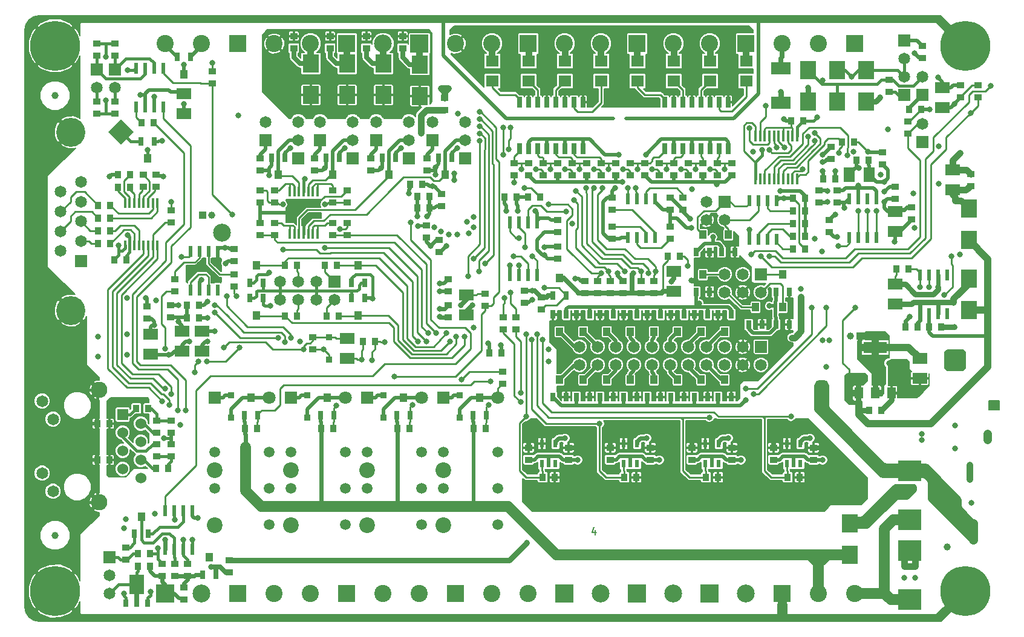
<source format=gbl>
G04 (created by PCBNEW (2013-jul-07)-stable) date miÃ© 17 sep 2014 11:04:25 ART*
%MOIN*%
G04 Gerber Fmt 3.4, Leading zero omitted, Abs format*
%FSLAX34Y34*%
G01*
G70*
G90*
G04 APERTURE LIST*
%ADD10C,0.00590551*%
%ADD11C,0.008*%
%ADD12R,0.065X0.065*%
%ADD13C,0.065*%
%ADD14R,0.0394X0.0354*%
%ADD15R,0.08X0.06*%
%ADD16R,0.0314961X0.0472441*%
%ADD17R,0.0393701X0.0472441*%
%ADD18R,0.0374016X0.0354331*%
%ADD19C,0.0590551*%
%ADD20C,0.0866142*%
%ADD21C,0.0708661*%
%ADD22R,0.0708661X0.0708661*%
%ADD23R,0.0708661X0.0629921*%
%ADD24R,0.0354X0.0394*%
%ADD25R,0.023622X0.0708661*%
%ADD26C,0.0393701*%
%ADD27R,0.015748X0.0590551*%
%ADD28R,0.0161417X0.0590551*%
%ADD29R,0.0177165X0.0570866*%
%ADD30R,0.0275591X0.0590551*%
%ADD31R,0.0275591X0.0433071*%
%ADD32R,0.0275591X0.0708661*%
%ADD33R,0.0787402X0.110236*%
%ADD34R,0.023622X0.0433071*%
%ADD35R,0.129921X0.0629921*%
%ADD36R,0.0472441X0.0629921*%
%ADD37R,0.023622X0.0598425*%
%ADD38R,0.1063X0.0709*%
%ADD39R,0.129921X0.114173*%
%ADD40R,0.0905512X0.0984252*%
%ADD41R,0.06X0.08*%
%ADD42C,0.0984252*%
%ADD43C,0.275591*%
%ADD44R,0.0944882X0.0944882*%
%ADD45C,0.0944882*%
%ADD46R,0.0984252X0.0984252*%
%ADD47C,0.16*%
%ADD48R,0.06X0.06*%
%ADD49C,0.06*%
%ADD50C,0.09*%
%ADD51R,0.0393701X0.0393701*%
%ADD52C,0.032*%
%ADD53C,0.03*%
%ADD54C,0.035*%
%ADD55C,0.01*%
%ADD56C,0.045*%
%ADD57C,0.05*%
%ADD58C,0.025*%
%ADD59C,0.02*%
%ADD60C,0.04*%
%ADD61C,0.022*%
%ADD62C,0.018*%
%ADD63C,0.015*%
%ADD64C,0.06*%
%ADD65C,0.012*%
%ADD66C,0.005*%
G04 APERTURE END LIST*
G54D10*
G54D11*
X43476Y-40395D02*
X43476Y-40661D01*
X43380Y-40242D02*
X43285Y-40528D01*
X43533Y-40528D01*
G54D12*
X61500Y-19000D03*
G54D13*
X61500Y-18000D03*
G54D14*
X64150Y-21434D03*
X64150Y-20765D03*
G54D15*
X63150Y-21651D03*
X63150Y-20548D03*
G54D16*
X33274Y-34072D03*
G54D17*
X32900Y-33127D03*
G54D16*
X32525Y-34072D03*
X24874Y-34072D03*
G54D17*
X24500Y-33127D03*
G54D16*
X24125Y-34072D03*
X29074Y-34072D03*
G54D17*
X28700Y-33127D03*
G54D16*
X28325Y-34072D03*
G54D18*
X27600Y-34220D03*
X27600Y-32979D03*
X31800Y-34220D03*
X31800Y-32979D03*
X23400Y-34220D03*
X23400Y-32979D03*
X36000Y-34220D03*
X36000Y-32979D03*
G54D16*
X37474Y-34072D03*
G54D17*
X37100Y-33127D03*
G54D16*
X36725Y-34072D03*
G54D19*
X38100Y-40100D03*
X38100Y-38100D03*
X38100Y-36100D03*
G54D20*
X35100Y-40147D03*
G54D19*
X35100Y-38100D03*
X35100Y-36100D03*
G54D21*
X38100Y-33100D03*
G54D22*
X35100Y-33100D03*
G54D20*
X35100Y-37115D03*
G54D19*
X25500Y-40100D03*
X25500Y-38100D03*
X25500Y-36100D03*
G54D20*
X22500Y-40147D03*
G54D19*
X22500Y-38100D03*
X22500Y-36100D03*
G54D21*
X25500Y-33100D03*
G54D22*
X22500Y-33100D03*
G54D20*
X22500Y-37115D03*
G54D19*
X29700Y-40100D03*
X29700Y-38100D03*
X29700Y-36100D03*
G54D20*
X26700Y-40147D03*
G54D19*
X26700Y-38100D03*
X26700Y-36100D03*
G54D21*
X29700Y-33100D03*
G54D22*
X26700Y-33100D03*
G54D20*
X26700Y-37115D03*
G54D19*
X33900Y-40100D03*
X33900Y-38100D03*
X33900Y-36100D03*
G54D20*
X30900Y-40147D03*
G54D19*
X30900Y-38100D03*
X30900Y-36100D03*
G54D21*
X33900Y-33100D03*
G54D22*
X30900Y-33100D03*
G54D20*
X30900Y-37115D03*
G54D23*
X39800Y-14548D03*
X39800Y-15651D03*
X41800Y-14548D03*
X41800Y-15651D03*
X37800Y-14548D03*
X37800Y-15651D03*
X51800Y-14548D03*
X51800Y-15651D03*
X43800Y-14548D03*
X43800Y-15651D03*
X45800Y-14548D03*
X45800Y-15651D03*
X47800Y-14548D03*
X47800Y-15651D03*
X49800Y-14548D03*
X49800Y-15651D03*
G54D24*
X39765Y-22050D03*
X40434Y-22050D03*
G54D25*
X40250Y-26356D03*
X39750Y-26356D03*
X39250Y-26356D03*
X38750Y-26356D03*
X38750Y-23443D03*
X39250Y-23443D03*
X39750Y-23443D03*
X40250Y-23443D03*
G54D14*
X39100Y-28665D03*
X39100Y-29334D03*
X38400Y-28665D03*
X38400Y-29334D03*
G54D24*
X58565Y-33800D03*
X59234Y-33800D03*
G54D26*
X13700Y-16450D03*
X13700Y-40700D03*
G54D27*
X53577Y-21031D03*
X53322Y-21031D03*
X53066Y-21031D03*
X52810Y-21031D03*
X54345Y-18668D03*
X54345Y-21031D03*
X54089Y-21031D03*
X53833Y-21031D03*
X52554Y-18668D03*
X52810Y-18668D03*
X53066Y-18668D03*
X53322Y-18668D03*
X53577Y-18668D03*
X53833Y-18668D03*
X52554Y-21031D03*
G54D28*
X54089Y-18668D03*
G54D27*
X54601Y-21031D03*
X52298Y-21031D03*
X52298Y-18668D03*
G54D28*
X54601Y-18668D03*
G54D29*
X18322Y-22388D03*
X18577Y-22388D03*
X18833Y-22388D03*
X19089Y-22388D03*
X19345Y-22388D03*
X17554Y-22388D03*
X17810Y-22388D03*
X18066Y-22388D03*
X19345Y-24711D03*
X19089Y-24711D03*
X18833Y-24711D03*
X18577Y-24711D03*
X18322Y-24711D03*
X18066Y-24711D03*
X17810Y-24711D03*
X17554Y-24711D03*
X27400Y-21738D03*
X27655Y-21738D03*
X27911Y-21738D03*
X28167Y-21738D03*
X28167Y-24061D03*
X26632Y-21738D03*
X26888Y-21738D03*
X27144Y-21738D03*
X27911Y-24061D03*
X27655Y-24061D03*
X27400Y-24061D03*
X27144Y-24061D03*
X26888Y-24061D03*
X26632Y-24061D03*
G54D30*
X47300Y-16820D03*
X47800Y-16820D03*
X48300Y-16820D03*
X48800Y-16820D03*
X49300Y-16820D03*
X49800Y-16820D03*
X50300Y-16820D03*
X50800Y-16820D03*
X50800Y-19379D03*
X50300Y-19379D03*
X49800Y-19379D03*
X49300Y-19379D03*
X48800Y-19379D03*
X48300Y-19379D03*
X47800Y-19379D03*
X47300Y-19379D03*
X39300Y-16820D03*
X39800Y-16820D03*
X40300Y-16820D03*
X40800Y-16820D03*
X41300Y-16820D03*
X41800Y-16820D03*
X42300Y-16820D03*
X42800Y-16820D03*
X42800Y-19379D03*
X42300Y-19379D03*
X41800Y-19379D03*
X41300Y-19379D03*
X40800Y-19379D03*
X40300Y-19379D03*
X39800Y-19379D03*
X39300Y-19379D03*
G54D31*
X18791Y-44450D03*
G54D32*
X18200Y-44312D03*
G54D31*
X17609Y-44450D03*
G54D33*
X18200Y-43406D03*
G54D34*
X54774Y-36751D03*
X54025Y-36751D03*
X54400Y-36751D03*
X54025Y-35648D03*
X54774Y-35648D03*
X50274Y-36751D03*
X49525Y-36751D03*
X49900Y-36751D03*
X49525Y-35648D03*
X50274Y-35648D03*
X45774Y-36751D03*
X45025Y-36751D03*
X45400Y-36751D03*
X45025Y-35648D03*
X45774Y-35648D03*
X41274Y-36751D03*
X40525Y-36751D03*
X40900Y-36751D03*
X40525Y-35648D03*
X41274Y-35648D03*
G54D16*
X41874Y-27472D03*
G54D17*
X41500Y-26527D03*
G54D16*
X41125Y-27472D03*
X43725Y-28527D03*
G54D17*
X44100Y-29472D03*
G54D16*
X44474Y-28527D03*
X47074Y-33072D03*
G54D17*
X46700Y-32127D03*
G54D16*
X46325Y-33072D03*
X45774Y-33072D03*
G54D17*
X45400Y-32127D03*
G54D16*
X45025Y-33072D03*
X44474Y-33072D03*
G54D17*
X44100Y-32127D03*
G54D16*
X43725Y-33072D03*
X43174Y-33072D03*
G54D17*
X42800Y-32127D03*
G54D16*
X42425Y-33072D03*
X41874Y-33072D03*
G54D17*
X41500Y-32127D03*
G54D16*
X41125Y-33072D03*
X41125Y-28527D03*
G54D17*
X41500Y-29472D03*
G54D16*
X41874Y-28527D03*
X42425Y-28527D03*
G54D17*
X42800Y-29472D03*
G54D16*
X43174Y-28527D03*
X31725Y-19877D03*
G54D17*
X32100Y-20822D03*
G54D16*
X32474Y-19877D03*
X48374Y-33072D03*
G54D17*
X48000Y-32127D03*
G54D16*
X47625Y-33072D03*
X49674Y-33072D03*
G54D17*
X49300Y-32127D03*
G54D16*
X48925Y-33072D03*
X50974Y-33072D03*
G54D17*
X50600Y-32127D03*
G54D16*
X50225Y-33072D03*
X20425Y-14327D03*
G54D17*
X20800Y-15272D03*
G54D16*
X21174Y-14327D03*
X34825Y-19877D03*
G54D17*
X35200Y-20822D03*
G54D16*
X35574Y-19877D03*
X25625Y-19877D03*
G54D17*
X26000Y-20822D03*
G54D16*
X26374Y-19877D03*
X28625Y-19877D03*
G54D17*
X29000Y-20822D03*
G54D16*
X29374Y-19877D03*
X49774Y-27272D03*
G54D17*
X49400Y-26327D03*
G54D16*
X49025Y-27272D03*
X22574Y-42872D03*
G54D17*
X22200Y-41927D03*
G54D16*
X21825Y-42872D03*
X18824Y-40622D03*
G54D17*
X18450Y-39677D03*
G54D16*
X18075Y-40622D03*
X54174Y-27272D03*
G54D17*
X53800Y-26327D03*
G54D16*
X53425Y-27272D03*
X18425Y-18977D03*
G54D17*
X18800Y-19922D03*
G54D16*
X19174Y-18977D03*
X45025Y-28527D03*
G54D17*
X45400Y-29472D03*
G54D16*
X45774Y-28527D03*
X52674Y-29072D03*
G54D17*
X52300Y-28127D03*
G54D16*
X51925Y-29072D03*
X54174Y-29072D03*
G54D17*
X53800Y-28127D03*
G54D16*
X53425Y-29072D03*
X30774Y-26772D03*
G54D17*
X30400Y-25827D03*
G54D16*
X30025Y-26772D03*
X25174Y-26772D03*
G54D17*
X24800Y-25827D03*
G54D16*
X24425Y-26772D03*
X24425Y-27627D03*
G54D17*
X24800Y-28572D03*
G54D16*
X25174Y-27627D03*
X30025Y-27627D03*
G54D17*
X30400Y-28572D03*
G54D16*
X30774Y-27627D03*
X49774Y-25072D03*
G54D17*
X49400Y-24127D03*
G54D16*
X49025Y-25072D03*
X51174Y-25072D03*
G54D17*
X50800Y-24127D03*
G54D16*
X50425Y-25072D03*
X50225Y-28527D03*
G54D17*
X50600Y-29472D03*
G54D16*
X50974Y-28527D03*
X48925Y-28527D03*
G54D17*
X49300Y-29472D03*
G54D16*
X49674Y-28527D03*
X47625Y-28527D03*
G54D17*
X48000Y-29472D03*
G54D16*
X48374Y-28527D03*
X46325Y-28527D03*
G54D17*
X46700Y-29472D03*
G54D16*
X47074Y-28527D03*
G54D35*
X58900Y-30340D03*
G54D36*
X58900Y-32859D03*
X57994Y-32859D03*
X59805Y-32859D03*
G54D37*
X58950Y-24262D03*
X58450Y-24262D03*
X57950Y-24262D03*
X57450Y-24262D03*
X57450Y-22137D03*
X57950Y-22137D03*
X58450Y-22137D03*
X58950Y-22137D03*
X21150Y-25037D03*
X21650Y-25037D03*
X22150Y-25037D03*
X22650Y-25037D03*
X22650Y-27162D03*
X22150Y-27162D03*
X21650Y-27162D03*
X21150Y-27162D03*
X21250Y-41462D03*
X20750Y-41462D03*
X20250Y-41462D03*
X19750Y-41462D03*
X19750Y-39337D03*
X20250Y-39337D03*
X20750Y-39337D03*
X21250Y-39337D03*
X19650Y-17062D03*
X19150Y-17062D03*
X18650Y-17062D03*
X18150Y-17062D03*
X18150Y-14937D03*
X18650Y-14937D03*
X19150Y-14937D03*
X19650Y-14937D03*
X61350Y-26337D03*
X61850Y-26337D03*
X62350Y-26337D03*
X62850Y-26337D03*
X62850Y-28462D03*
X62350Y-28462D03*
X61850Y-28462D03*
X61350Y-28462D03*
X46750Y-24262D03*
X46250Y-24262D03*
X45750Y-24262D03*
X45250Y-24262D03*
X45250Y-22137D03*
X45750Y-22137D03*
X46250Y-22137D03*
X46750Y-22137D03*
X53450Y-24362D03*
X52950Y-24362D03*
X52450Y-24362D03*
X51950Y-24362D03*
X51950Y-22237D03*
X52450Y-22237D03*
X52950Y-22237D03*
X53450Y-22237D03*
G54D18*
X28800Y-29779D03*
X28800Y-31020D03*
G54D38*
X53700Y-14955D03*
X53700Y-16845D03*
G54D14*
X46000Y-26665D03*
X46000Y-27334D03*
X40600Y-20834D03*
X40600Y-20165D03*
X39000Y-20834D03*
X39000Y-20165D03*
G54D24*
X54365Y-24900D03*
X55034Y-24900D03*
G54D14*
X20800Y-43565D03*
X20800Y-44234D03*
X21000Y-42265D03*
X21000Y-42934D03*
X20300Y-42934D03*
X20300Y-42265D03*
X17600Y-41365D03*
X17600Y-42034D03*
X19600Y-42265D03*
X19600Y-42934D03*
G54D24*
X18934Y-41700D03*
X18265Y-41700D03*
X55034Y-22800D03*
X54365Y-22800D03*
G54D14*
X48300Y-22734D03*
X48300Y-22065D03*
X44300Y-26665D03*
X44300Y-27334D03*
G54D24*
X55034Y-23500D03*
X54365Y-23500D03*
X55034Y-24200D03*
X54365Y-24200D03*
G54D14*
X44400Y-22065D03*
X44400Y-22734D03*
X47600Y-23665D03*
X47600Y-24334D03*
X44400Y-24334D03*
X44400Y-23665D03*
X43600Y-26665D03*
X43600Y-27334D03*
X42900Y-26665D03*
X42900Y-27334D03*
G54D24*
X48134Y-25300D03*
X47465Y-25300D03*
G54D14*
X40500Y-28234D03*
X40500Y-27565D03*
G54D24*
X36765Y-34800D03*
X37434Y-34800D03*
X24165Y-34800D03*
X24834Y-34800D03*
X54065Y-37500D03*
X54734Y-37500D03*
X40565Y-37500D03*
X41234Y-37500D03*
G54D14*
X25800Y-22334D03*
X25800Y-21665D03*
X38350Y-32334D03*
X38350Y-31665D03*
X25000Y-19915D03*
X25000Y-20584D03*
X28000Y-19915D03*
X28000Y-20584D03*
X34200Y-19915D03*
X34200Y-20584D03*
X31100Y-19915D03*
X31100Y-20584D03*
G54D24*
X49565Y-37500D03*
X50234Y-37500D03*
G54D14*
X43800Y-20834D03*
X43800Y-20165D03*
X45400Y-20834D03*
X45400Y-20165D03*
X47000Y-20834D03*
X47000Y-20165D03*
X48600Y-20834D03*
X48600Y-20165D03*
X50200Y-20834D03*
X50200Y-20165D03*
G54D24*
X57734Y-19000D03*
X57065Y-19000D03*
X28365Y-34800D03*
X29034Y-34800D03*
X45065Y-37500D03*
X45734Y-37500D03*
G54D14*
X42200Y-20834D03*
X42200Y-20165D03*
X46700Y-26665D03*
X46700Y-27334D03*
X29000Y-24134D03*
X29000Y-23465D03*
X25800Y-24134D03*
X25800Y-23465D03*
X29000Y-22334D03*
X29000Y-21665D03*
G54D24*
X32565Y-34800D03*
X33234Y-34800D03*
X61434Y-17200D03*
X60765Y-17200D03*
G54D14*
X19300Y-34365D03*
X19300Y-35034D03*
X19300Y-36334D03*
X19300Y-35665D03*
G54D24*
X16684Y-34550D03*
X16015Y-34550D03*
G54D14*
X27900Y-30434D03*
X27900Y-29765D03*
G54D24*
X19934Y-37000D03*
X19265Y-37000D03*
G54D14*
X59650Y-15565D03*
X59650Y-16234D03*
X61500Y-13715D03*
X61500Y-14384D03*
X22350Y-15115D03*
X22350Y-15784D03*
X17000Y-13565D03*
X17000Y-14234D03*
X16000Y-14234D03*
X16000Y-13565D03*
X17000Y-16765D03*
X17000Y-17434D03*
X16000Y-17434D03*
X16000Y-16765D03*
X60700Y-18534D03*
X60700Y-17865D03*
X20100Y-22765D03*
X20100Y-23434D03*
X64550Y-16534D03*
X64550Y-15865D03*
G54D24*
X19134Y-17950D03*
X18465Y-17950D03*
X60734Y-26000D03*
X60065Y-26000D03*
G54D14*
X37400Y-28034D03*
X37400Y-27365D03*
G54D24*
X18834Y-33700D03*
X18165Y-33700D03*
X27034Y-28600D03*
X26365Y-28600D03*
X28665Y-28600D03*
X29334Y-28600D03*
X27034Y-25800D03*
X26365Y-25800D03*
X28565Y-25800D03*
X29234Y-25800D03*
G54D14*
X20300Y-27234D03*
X20300Y-26565D03*
X23550Y-26984D03*
X23550Y-26315D03*
G54D12*
X29100Y-26700D03*
G54D13*
X29100Y-27700D03*
X28100Y-26700D03*
X28100Y-27700D03*
X27100Y-26700D03*
X27100Y-27700D03*
X26100Y-26700D03*
X26100Y-27700D03*
G54D12*
X52600Y-26300D03*
G54D13*
X52600Y-27300D03*
X51600Y-26300D03*
X51600Y-27300D03*
X50600Y-26300D03*
X50600Y-27300D03*
G54D12*
X16700Y-41900D03*
G54D13*
X16700Y-42900D03*
X16700Y-43900D03*
G54D12*
X36300Y-19900D03*
G54D13*
X36300Y-18900D03*
X36300Y-17900D03*
G54D12*
X33200Y-19900D03*
G54D13*
X33200Y-18900D03*
X33200Y-17900D03*
G54D12*
X30100Y-19900D03*
G54D13*
X30100Y-18900D03*
X30100Y-17900D03*
G54D12*
X27100Y-19900D03*
G54D13*
X27100Y-18900D03*
X27100Y-17900D03*
G54D12*
X50600Y-22300D03*
G54D13*
X50600Y-23300D03*
X49600Y-22300D03*
X49600Y-23300D03*
G54D12*
X31400Y-18900D03*
G54D13*
X31400Y-17900D03*
G54D12*
X60500Y-16400D03*
G54D13*
X60500Y-15400D03*
G54D12*
X61500Y-16400D03*
G54D13*
X61500Y-15400D03*
G54D12*
X28300Y-18900D03*
G54D13*
X28300Y-17900D03*
G54D12*
X17000Y-15000D03*
G54D13*
X17000Y-16000D03*
G54D12*
X34500Y-18900D03*
G54D13*
X34500Y-17900D03*
G54D12*
X16000Y-15000D03*
G54D13*
X16000Y-16000D03*
G54D12*
X25300Y-18900D03*
G54D13*
X25300Y-17900D03*
G54D12*
X60500Y-13400D03*
G54D13*
X60500Y-14400D03*
G54D12*
X52600Y-30300D03*
G54D13*
X52600Y-31300D03*
X51600Y-30300D03*
X51600Y-31300D03*
X50600Y-30300D03*
X50600Y-31300D03*
X49600Y-30300D03*
X49600Y-31300D03*
X48600Y-30300D03*
X48600Y-31300D03*
X47600Y-30300D03*
X47600Y-31300D03*
X46600Y-30300D03*
X46600Y-31300D03*
X45600Y-30300D03*
X45600Y-31300D03*
X44600Y-30300D03*
X44600Y-31300D03*
X43600Y-30300D03*
X43600Y-31300D03*
X42600Y-30300D03*
X42600Y-31300D03*
G54D26*
X62850Y-41350D03*
G54D14*
X35150Y-16565D03*
X35150Y-17234D03*
X59300Y-19565D03*
X59300Y-20234D03*
G54D24*
X16734Y-23200D03*
X16065Y-23200D03*
G54D14*
X23300Y-42065D03*
X23300Y-42734D03*
X18750Y-28734D03*
X18750Y-28065D03*
X20050Y-28015D03*
X20050Y-28684D03*
G54D24*
X16734Y-23900D03*
X16065Y-23900D03*
G54D14*
X35000Y-22534D03*
X35000Y-21865D03*
G54D24*
X21634Y-28700D03*
X20965Y-28700D03*
X16734Y-24600D03*
X16065Y-24600D03*
G54D14*
X60000Y-21465D03*
X60000Y-22134D03*
G54D24*
X16734Y-22500D03*
X16065Y-22500D03*
G54D39*
X60800Y-44258D03*
X60800Y-41541D03*
X60800Y-39858D03*
X60800Y-37141D03*
G54D40*
X55200Y-15033D03*
X55200Y-16766D03*
X64050Y-26533D03*
X64050Y-28266D03*
X33800Y-16466D03*
X33800Y-14733D03*
X29800Y-16416D03*
X29800Y-14683D03*
X57500Y-40033D03*
X57500Y-41766D03*
X64050Y-22683D03*
X64050Y-24416D03*
X31800Y-16416D03*
X31800Y-14683D03*
X56800Y-15033D03*
X56800Y-16766D03*
X27800Y-16416D03*
X27800Y-14683D03*
X58400Y-15033D03*
X58400Y-16766D03*
G54D15*
X20800Y-16348D03*
X20800Y-17451D03*
G54D41*
X58551Y-20800D03*
X57448Y-20800D03*
G54D15*
X36350Y-27448D03*
X36350Y-28551D03*
X47800Y-27251D03*
X47800Y-26148D03*
X18950Y-29598D03*
X18950Y-30701D03*
X29800Y-29848D03*
X29800Y-30951D03*
X60000Y-27951D03*
X60000Y-26848D03*
X21800Y-29448D03*
X21800Y-30551D03*
X60000Y-22848D03*
X60000Y-23951D03*
X20700Y-29448D03*
X20700Y-30551D03*
X62600Y-17101D03*
X62600Y-15998D03*
X61350Y-30948D03*
X61350Y-32051D03*
G54D14*
X29800Y-21665D03*
X29800Y-22334D03*
X34150Y-23615D03*
X34150Y-24284D03*
X35350Y-26565D03*
X35350Y-27234D03*
X55800Y-21665D03*
X55800Y-22334D03*
G54D24*
X56015Y-21050D03*
X56684Y-21050D03*
X33934Y-21350D03*
X33265Y-21350D03*
G54D14*
X56450Y-19265D03*
X56450Y-19934D03*
G54D24*
X34334Y-22000D03*
X33665Y-22000D03*
G54D14*
X56350Y-23984D03*
X56350Y-23315D03*
G54D24*
X58534Y-20000D03*
X57865Y-20000D03*
G54D14*
X60900Y-22615D03*
X60900Y-23284D03*
G54D24*
X54934Y-17850D03*
X54265Y-17850D03*
G54D14*
X35350Y-28015D03*
X35350Y-28684D03*
X41400Y-24765D03*
X41400Y-25434D03*
X39550Y-27215D03*
X39550Y-27884D03*
G54D24*
X18934Y-42400D03*
X18265Y-42400D03*
G54D14*
X34850Y-25084D03*
X34850Y-24415D03*
G54D24*
X38465Y-22050D03*
X39134Y-22050D03*
X30665Y-30000D03*
X31334Y-30000D03*
G54D14*
X56800Y-21665D03*
X56800Y-22334D03*
X49400Y-20834D03*
X49400Y-20165D03*
X41400Y-20834D03*
X41400Y-20165D03*
X43000Y-20834D03*
X43000Y-20165D03*
X30850Y-13834D03*
X30850Y-13165D03*
X44600Y-20834D03*
X44600Y-20165D03*
G54D24*
X61865Y-29200D03*
X62534Y-29200D03*
G54D14*
X46200Y-20834D03*
X46200Y-20165D03*
X28850Y-13834D03*
X28850Y-13165D03*
G54D24*
X16015Y-36550D03*
X16684Y-36550D03*
G54D14*
X63600Y-15865D03*
X63600Y-16534D03*
X47800Y-20834D03*
X47800Y-20165D03*
X26850Y-13834D03*
X26850Y-13165D03*
G54D24*
X17165Y-21500D03*
X17834Y-21500D03*
G54D14*
X32850Y-13834D03*
X32850Y-13165D03*
X53300Y-36534D03*
X53300Y-35865D03*
X55500Y-36534D03*
X55500Y-35865D03*
X51000Y-20834D03*
X51000Y-20165D03*
X51000Y-36534D03*
X51000Y-35865D03*
X48800Y-36534D03*
X48800Y-35865D03*
X46500Y-36534D03*
X46500Y-35865D03*
X44300Y-36534D03*
X44300Y-35865D03*
X42000Y-36534D03*
X42000Y-35865D03*
X39800Y-36534D03*
X39800Y-35865D03*
X18550Y-21484D03*
X18550Y-20815D03*
G54D24*
X16965Y-25500D03*
X17634Y-25500D03*
X17834Y-20800D03*
X17165Y-20800D03*
G54D14*
X41400Y-23315D03*
X41400Y-23984D03*
X47600Y-22734D03*
X47600Y-22065D03*
G54D24*
X54365Y-22100D03*
X55034Y-22100D03*
X38284Y-30650D03*
X37615Y-30650D03*
X33665Y-22650D03*
X34334Y-22650D03*
X20965Y-28000D03*
X21634Y-28000D03*
G54D14*
X45000Y-27334D03*
X45000Y-26665D03*
G54D24*
X61234Y-29200D03*
X60565Y-29200D03*
G54D14*
X23550Y-24915D03*
X23550Y-25584D03*
X29800Y-23465D03*
X29800Y-24134D03*
X25000Y-23465D03*
X25000Y-24134D03*
X19250Y-21484D03*
X19250Y-20815D03*
X25000Y-22334D03*
X25000Y-21665D03*
X20100Y-34365D03*
X20100Y-35034D03*
X20100Y-36334D03*
X20100Y-35665D03*
X39800Y-20834D03*
X39800Y-20165D03*
G54D42*
X22910Y-24010D03*
G54D10*
G36*
X17342Y-17746D02*
X18038Y-18442D01*
X17342Y-19138D01*
X16646Y-18442D01*
X17342Y-17746D01*
X17342Y-17746D01*
G37*
G54D43*
X13700Y-43779D03*
X13700Y-13700D03*
X63858Y-43779D03*
X63858Y-13700D03*
G54D44*
X23779Y-13582D03*
G54D45*
X21779Y-13582D03*
X19779Y-13582D03*
G54D44*
X45779Y-13582D03*
G54D45*
X43779Y-13582D03*
X41779Y-13582D03*
G54D44*
X51779Y-13582D03*
G54D45*
X49779Y-13582D03*
X47779Y-13582D03*
G54D44*
X57779Y-13582D03*
G54D45*
X55779Y-13582D03*
X53779Y-13582D03*
G54D44*
X39779Y-13582D03*
G54D45*
X37779Y-13582D03*
X35779Y-13582D03*
G54D44*
X35779Y-43897D03*
G54D45*
X37779Y-43897D03*
X39779Y-43897D03*
G54D44*
X23779Y-43897D03*
G54D45*
X25779Y-43897D03*
X27779Y-43897D03*
G54D44*
X29779Y-13582D03*
G54D45*
X27779Y-13582D03*
X25779Y-13582D03*
G54D44*
X29779Y-43897D03*
G54D45*
X31779Y-43897D03*
X33779Y-43897D03*
G54D44*
X53779Y-43897D03*
G54D45*
X55779Y-43897D03*
X57779Y-43897D03*
G54D46*
X19779Y-43897D03*
G54D42*
X21779Y-43897D03*
G54D46*
X33779Y-13582D03*
G54D42*
X31779Y-13582D03*
G54D46*
X41779Y-43897D03*
G54D42*
X43779Y-43897D03*
G54D46*
X49779Y-43897D03*
G54D42*
X51779Y-43897D03*
G54D46*
X45779Y-43897D03*
G54D42*
X47779Y-43897D03*
G54D12*
X15126Y-25565D03*
G54D13*
X15126Y-24475D03*
X15126Y-23385D03*
X15126Y-22295D03*
X15126Y-21205D03*
X14006Y-25020D03*
X14006Y-23930D03*
X14006Y-22840D03*
X14006Y-21750D03*
G54D47*
X14566Y-28305D03*
X14566Y-18465D03*
G54D48*
X17421Y-34037D03*
G54D49*
X18421Y-34537D03*
X17421Y-35037D03*
X18421Y-35537D03*
X17421Y-36037D03*
X18421Y-36537D03*
X17421Y-37037D03*
X18421Y-37537D03*
G54D50*
X16121Y-32687D03*
X16121Y-38887D03*
G54D13*
X12991Y-33297D03*
X13591Y-34297D03*
X12991Y-37277D03*
X13591Y-38277D03*
G54D51*
X21830Y-23031D03*
G54D26*
X22342Y-23031D03*
G54D51*
X58055Y-29700D03*
G54D26*
X57544Y-29700D03*
G54D52*
X39700Y-41100D03*
X55850Y-33000D03*
X55850Y-32400D03*
X64300Y-40050D03*
X64300Y-40950D03*
X64300Y-40500D03*
X22300Y-42450D03*
X17500Y-40300D03*
X21550Y-39750D03*
X28500Y-30450D03*
X59300Y-29700D03*
X58500Y-29700D03*
X58900Y-29700D03*
X56350Y-29950D03*
X56000Y-29950D03*
X59600Y-18300D03*
X61050Y-23750D03*
X35350Y-16050D03*
X34950Y-16050D03*
X36050Y-28000D03*
X34900Y-28200D03*
X34900Y-26800D03*
X18700Y-27600D03*
X19600Y-18950D03*
X57950Y-21400D03*
X55700Y-17650D03*
X17200Y-24700D03*
X48800Y-21600D03*
X16050Y-30850D03*
X20600Y-34600D03*
X51750Y-33250D03*
X53050Y-28050D03*
X49950Y-24250D03*
X16050Y-29750D03*
X17650Y-29600D03*
X35250Y-24750D03*
X38550Y-22800D03*
X39000Y-21250D03*
X40150Y-22800D03*
X23100Y-25700D03*
X22500Y-29450D03*
X21750Y-26600D03*
X40900Y-31100D03*
X52150Y-19550D03*
X56800Y-24250D03*
X56000Y-19700D03*
X58500Y-19550D03*
X59400Y-21750D03*
X56250Y-21700D03*
X49200Y-27900D03*
X38250Y-30200D03*
X40000Y-27200D03*
X40650Y-24800D03*
X53850Y-22100D03*
X46600Y-20500D03*
X43400Y-20500D03*
X49800Y-20500D03*
X48200Y-20500D03*
X45000Y-20500D03*
X40200Y-20500D03*
X41800Y-20500D03*
X48750Y-23750D03*
X31200Y-27650D03*
X25500Y-26200D03*
X25550Y-28050D03*
X33850Y-18500D03*
X33850Y-18150D03*
X27450Y-21050D03*
X26650Y-19350D03*
X29650Y-19350D03*
X32750Y-19350D03*
X35850Y-19350D03*
X34488Y-21456D03*
X61050Y-14100D03*
X63250Y-16900D03*
X42500Y-36550D03*
X58250Y-32000D03*
X57450Y-32000D03*
X56000Y-36550D03*
X51500Y-36550D03*
X47000Y-36550D03*
X57800Y-28150D03*
X18400Y-16400D03*
X57850Y-32000D03*
X56000Y-20600D03*
X60500Y-42400D03*
X61100Y-42400D03*
X26250Y-24950D03*
X26250Y-22450D03*
X33700Y-30000D03*
X28550Y-22450D03*
X34150Y-30000D03*
X28550Y-24850D03*
X34250Y-29550D03*
X34700Y-29550D03*
X20450Y-33800D03*
X23450Y-23000D03*
X20900Y-33800D03*
X33300Y-23450D03*
X36750Y-23150D03*
X39400Y-20500D03*
X36400Y-23400D03*
X41000Y-20500D03*
X36750Y-23700D03*
X42600Y-20500D03*
X36500Y-24050D03*
X44200Y-20500D03*
X35850Y-24100D03*
X45800Y-20500D03*
X35400Y-24100D03*
X47400Y-20500D03*
X34950Y-23950D03*
X49000Y-20500D03*
X34600Y-23700D03*
X50600Y-20500D03*
X37700Y-32200D03*
X29200Y-33550D03*
X33400Y-33500D03*
X37600Y-33500D03*
X39650Y-34150D03*
X39650Y-29600D03*
X43700Y-34550D03*
X39950Y-29900D03*
X49750Y-34200D03*
X40250Y-29600D03*
X54250Y-34150D03*
X40550Y-29900D03*
X21400Y-31700D03*
X21600Y-31100D03*
X27200Y-30000D03*
X23700Y-27500D03*
X22500Y-28000D03*
X26350Y-30050D03*
X23150Y-27500D03*
X26700Y-29800D03*
X26000Y-29800D03*
X22500Y-28400D03*
X45700Y-21550D03*
X45250Y-21550D03*
X52850Y-17000D03*
X20100Y-32900D03*
X19750Y-32600D03*
X19600Y-33300D03*
X20000Y-33500D03*
X52050Y-25200D03*
X52600Y-25300D03*
X64150Y-17400D03*
X53050Y-25300D03*
X65250Y-15900D03*
X45100Y-26150D03*
X42400Y-21700D03*
X42950Y-21550D03*
X46000Y-26150D03*
X44200Y-26150D03*
X42300Y-22200D03*
X40900Y-22450D03*
X43800Y-26250D03*
X46800Y-26150D03*
X43850Y-21550D03*
X43400Y-21550D03*
X46400Y-26250D03*
X39550Y-21550D03*
X40650Y-27050D03*
X39600Y-24800D03*
X40000Y-25300D03*
X41850Y-22850D03*
X38950Y-25300D03*
X39250Y-24300D03*
X39250Y-25800D03*
X53050Y-19450D03*
X36750Y-25450D03*
X37100Y-18550D03*
X53900Y-19300D03*
X37100Y-17750D03*
X37400Y-25700D03*
X37050Y-26150D03*
X37100Y-18150D03*
X53450Y-19300D03*
X51950Y-18250D03*
X36450Y-26400D03*
X37100Y-18950D03*
X62700Y-27450D03*
X63100Y-25300D03*
X38400Y-18200D03*
X38400Y-19700D03*
X38700Y-19400D03*
X38800Y-18200D03*
X23800Y-17550D03*
X18800Y-19450D03*
X33700Y-23650D03*
X34200Y-23100D03*
X33650Y-23100D03*
X19750Y-30400D03*
X63200Y-27850D03*
X35450Y-30000D03*
X35250Y-29550D03*
X35800Y-29750D03*
X36250Y-29750D03*
X54300Y-29800D03*
X54800Y-27550D03*
X58450Y-22800D03*
X58950Y-22800D03*
X57950Y-22800D03*
X56900Y-19600D03*
X57350Y-19750D03*
X54900Y-20500D03*
X55550Y-18500D03*
X55550Y-18950D03*
X55200Y-18700D03*
X63300Y-22250D03*
X61350Y-27000D03*
X61850Y-27000D03*
X42200Y-23500D03*
X60050Y-31200D03*
X17650Y-30750D03*
X39600Y-38500D03*
X42200Y-38500D03*
X44100Y-38500D03*
X46700Y-38500D03*
X48600Y-38500D03*
X51200Y-38500D03*
X53100Y-38500D03*
X55700Y-38500D03*
X40000Y-35350D03*
X42500Y-35850D03*
X47000Y-35850D03*
X56000Y-35850D03*
X51500Y-35850D03*
X44500Y-35350D03*
X64200Y-38900D03*
X63300Y-35900D03*
X63300Y-34650D03*
X65100Y-35100D03*
X65100Y-35450D03*
X61000Y-21850D03*
X59950Y-24500D03*
X62400Y-19250D03*
X61900Y-17200D03*
X53500Y-35350D03*
X49000Y-35350D03*
X36700Y-28000D03*
X34900Y-27250D03*
X48700Y-23250D03*
X44950Y-21200D03*
X50150Y-21350D03*
X54800Y-27100D03*
X16700Y-20900D03*
X44550Y-21550D03*
X39200Y-22800D03*
X47650Y-26700D03*
X19250Y-27750D03*
X53850Y-17750D03*
X52650Y-19450D03*
X17700Y-24150D03*
X56200Y-31400D03*
X53700Y-16250D03*
X55200Y-16000D03*
X59150Y-16550D03*
X20800Y-16900D03*
X22350Y-14650D03*
X19150Y-16500D03*
X20800Y-14750D03*
X62350Y-15450D03*
X60450Y-31200D03*
X59650Y-31200D03*
X17450Y-33400D03*
X16700Y-37150D03*
X48750Y-26650D03*
X19700Y-35350D03*
X17650Y-27600D03*
X35700Y-21100D03*
X35700Y-20750D03*
X34400Y-24750D03*
X34900Y-28650D03*
X62350Y-27000D03*
X63250Y-29200D03*
X60800Y-28650D03*
X20100Y-22300D03*
X19650Y-20900D03*
X21850Y-25950D03*
X23050Y-24850D03*
X22100Y-27800D03*
X19950Y-30750D03*
X21100Y-30000D03*
X22100Y-30000D03*
X40900Y-30450D03*
X30600Y-31000D03*
X57600Y-38000D03*
X57100Y-38000D03*
X58100Y-38000D03*
X64100Y-37200D03*
X64100Y-36800D03*
X64100Y-37600D03*
X63300Y-31050D03*
X63700Y-31050D03*
X63700Y-30650D03*
X63300Y-30650D03*
X62900Y-30650D03*
X62900Y-31050D03*
X62900Y-31450D03*
X63300Y-31450D03*
X63700Y-31450D03*
X63550Y-19600D03*
X63550Y-25200D03*
X53650Y-21700D03*
X51950Y-23850D03*
X58000Y-20450D03*
X56700Y-20600D03*
X56700Y-23000D03*
X55550Y-24350D03*
X56000Y-20100D03*
X55950Y-25050D03*
X57200Y-22650D03*
X56250Y-22300D03*
X62400Y-21300D03*
X59200Y-20807D03*
X44750Y-19700D03*
X46250Y-19700D03*
X42350Y-26550D03*
X38750Y-25800D03*
X37550Y-30100D03*
X40000Y-27700D03*
X40650Y-25250D03*
X44700Y-26250D03*
X57700Y-19550D03*
X29400Y-23800D03*
X28350Y-13050D03*
X32400Y-13050D03*
X19750Y-40950D03*
X19200Y-39500D03*
X17600Y-39800D03*
X36750Y-29250D03*
X27450Y-22450D03*
X34650Y-20800D03*
X25500Y-20850D03*
X28550Y-20450D03*
X31650Y-20450D03*
X34650Y-20400D03*
X33200Y-21850D03*
X27500Y-23350D03*
X26700Y-17450D03*
X29700Y-17450D03*
X32800Y-17450D03*
X35900Y-17450D03*
X12362Y-35236D03*
X12362Y-39566D03*
X12362Y-37401D03*
X12362Y-28740D03*
X12362Y-30905D03*
X12362Y-17913D03*
X12362Y-20078D03*
X12362Y-22244D03*
X12362Y-24409D03*
X12362Y-26574D03*
X12362Y-41732D03*
X12362Y-15748D03*
X61515Y-45255D03*
X59350Y-45255D03*
X57185Y-45255D03*
X55019Y-45255D03*
X52854Y-45255D03*
X50688Y-45255D03*
X48523Y-45255D03*
X46358Y-45255D03*
X44192Y-45255D03*
X42027Y-45255D03*
X39862Y-45255D03*
X37696Y-45255D03*
X35531Y-45255D03*
X33366Y-45255D03*
X31200Y-45255D03*
X29035Y-45255D03*
X26870Y-45255D03*
X24704Y-45255D03*
X22539Y-45255D03*
X20374Y-45255D03*
X18208Y-45255D03*
X16043Y-45255D03*
X16043Y-12244D03*
X18208Y-12244D03*
X20374Y-12244D03*
X22539Y-12244D03*
X24704Y-12244D03*
X26870Y-12244D03*
X29035Y-12244D03*
X31200Y-12244D03*
X33366Y-12244D03*
X35531Y-12244D03*
X37696Y-12244D03*
X39862Y-12244D03*
X42027Y-12244D03*
X44192Y-12244D03*
X46358Y-12244D03*
X48523Y-12244D03*
X50688Y-12244D03*
X52854Y-12244D03*
X55019Y-12244D03*
X57185Y-12244D03*
X59350Y-12244D03*
X61515Y-12244D03*
X14200Y-38650D03*
X15400Y-36700D03*
X15400Y-35050D03*
X14450Y-36700D03*
X13300Y-36500D03*
X13300Y-34850D03*
X14200Y-32850D03*
X14450Y-35050D03*
X37100Y-17350D03*
X32400Y-31950D03*
X31150Y-31050D03*
X31850Y-30050D03*
X38450Y-27600D03*
X39350Y-32850D03*
X55400Y-28150D03*
X51750Y-32600D03*
X56200Y-28150D03*
X39350Y-33350D03*
X52200Y-32900D03*
X38800Y-27300D03*
X56000Y-15600D03*
X57600Y-15400D03*
X17700Y-15050D03*
X16500Y-16700D03*
X16500Y-14300D03*
X48550Y-25850D03*
X45550Y-26250D03*
X61100Y-43050D03*
X60500Y-43050D03*
X61450Y-35450D03*
X61450Y-35100D03*
X60950Y-38100D03*
X60450Y-38100D03*
X23850Y-30350D03*
X22050Y-31100D03*
X20650Y-25350D03*
X19150Y-29100D03*
X20500Y-28000D03*
X20500Y-28900D03*
X22100Y-28700D03*
X23000Y-30350D03*
X27400Y-30450D03*
X55300Y-35350D03*
X41800Y-35350D03*
X50800Y-35350D03*
X46300Y-35350D03*
X36100Y-32100D03*
X18950Y-43800D03*
X21250Y-40950D03*
X17500Y-43900D03*
X20750Y-40950D03*
X19350Y-41400D03*
X20300Y-39850D03*
X56850Y-24750D03*
X59400Y-22300D03*
X59400Y-21200D03*
G54D53*
X23300Y-42065D02*
X38734Y-42065D01*
X38734Y-42065D02*
X39700Y-41100D01*
G54D54*
X59400Y-37141D02*
X55850Y-33591D01*
X55850Y-33591D02*
X55850Y-33000D01*
G54D55*
X60800Y-37141D02*
X61491Y-37141D01*
X61491Y-37141D02*
X62850Y-38500D01*
X62850Y-38500D02*
X62850Y-39050D01*
X62850Y-39050D02*
X64300Y-40500D01*
G54D56*
X59491Y-37141D02*
X59400Y-37141D01*
X59400Y-37141D02*
X60800Y-37141D01*
G54D57*
X64300Y-40050D02*
X64300Y-40950D01*
G54D53*
X64300Y-40050D02*
X64300Y-40950D01*
G54D58*
X22574Y-42450D02*
X22800Y-42450D01*
X23084Y-42734D02*
X23300Y-42734D01*
X22800Y-42450D02*
X23084Y-42734D01*
X22574Y-42872D02*
X22574Y-42450D01*
X22300Y-42450D02*
X22574Y-42450D01*
G54D59*
X21250Y-39337D02*
X21250Y-39650D01*
X21350Y-39750D02*
X21550Y-39750D01*
X21250Y-39650D02*
X21350Y-39750D01*
X21250Y-39337D02*
X21250Y-39450D01*
G54D60*
X58055Y-29700D02*
X59300Y-29700D01*
G54D53*
X59300Y-29700D02*
X58500Y-29700D01*
G54D55*
X58900Y-30340D02*
X58900Y-29700D01*
X40200Y-20500D02*
X40450Y-20500D01*
X40450Y-20500D02*
X40600Y-20650D01*
X40600Y-20650D02*
X40600Y-20834D01*
X41800Y-20500D02*
X42050Y-20500D01*
X42050Y-20500D02*
X42200Y-20650D01*
X42200Y-20650D02*
X42200Y-20834D01*
X43400Y-20500D02*
X43650Y-20500D01*
X43650Y-20500D02*
X43800Y-20650D01*
X43800Y-20650D02*
X43800Y-20834D01*
X45000Y-20500D02*
X45250Y-20500D01*
X45250Y-20500D02*
X45400Y-20650D01*
X45400Y-20650D02*
X45400Y-20834D01*
X46600Y-20500D02*
X46850Y-20500D01*
X46850Y-20500D02*
X47000Y-20650D01*
X47000Y-20650D02*
X47000Y-20834D01*
X48200Y-20500D02*
X48450Y-20500D01*
X48450Y-20500D02*
X48600Y-20650D01*
X48600Y-20650D02*
X48600Y-20834D01*
X49800Y-20500D02*
X50050Y-20500D01*
X50050Y-20500D02*
X50200Y-20650D01*
X50200Y-20650D02*
X50200Y-20834D01*
G54D54*
X35350Y-16050D02*
X34950Y-16050D01*
X35150Y-16565D02*
X35150Y-16250D01*
X35150Y-16250D02*
X35350Y-16050D01*
X35150Y-16250D02*
X34950Y-16050D01*
X35150Y-16565D02*
X35150Y-16250D01*
G54D58*
X36050Y-28000D02*
X36350Y-27700D01*
X36350Y-27700D02*
X36350Y-27448D01*
G54D61*
X34900Y-28200D02*
X35165Y-28200D01*
X35165Y-28200D02*
X35350Y-28015D01*
G54D59*
X34900Y-26800D02*
X35115Y-26800D01*
X35115Y-26800D02*
X35350Y-26565D01*
X18750Y-28065D02*
X18750Y-27650D01*
X18750Y-27650D02*
X18700Y-27600D01*
G54D62*
X19600Y-18950D02*
X19400Y-18950D01*
X19372Y-18977D02*
X19174Y-18977D01*
X19400Y-18950D02*
X19372Y-18977D01*
G54D59*
X56800Y-21665D02*
X57134Y-21665D01*
X57250Y-21550D02*
X57950Y-21550D01*
X57134Y-21665D02*
X57250Y-21550D01*
X57950Y-21400D02*
X57950Y-21550D01*
G54D63*
X54601Y-18668D02*
X54601Y-18183D01*
X54601Y-18183D02*
X54934Y-17850D01*
X54934Y-17850D02*
X55500Y-17850D01*
X55500Y-17850D02*
X55700Y-17650D01*
X17554Y-24711D02*
X17554Y-24845D01*
X17554Y-24845D02*
X17400Y-25000D01*
X17400Y-25000D02*
X17200Y-25000D01*
G54D62*
X16965Y-25500D02*
X16965Y-25484D01*
X17200Y-25250D02*
X17200Y-25000D01*
X17200Y-25000D02*
X17200Y-24700D01*
X16965Y-25484D02*
X17200Y-25250D01*
G54D59*
X34850Y-25084D02*
X34915Y-25084D01*
X34915Y-25084D02*
X35250Y-24750D01*
G54D63*
X19174Y-18977D02*
X19201Y-18950D01*
G54D60*
X58900Y-30340D02*
X60741Y-30340D01*
X60741Y-30340D02*
X61350Y-30948D01*
G54D53*
X59159Y-30340D02*
X58900Y-30340D01*
X59300Y-30200D02*
X59159Y-30340D01*
X58640Y-30340D02*
X58900Y-30340D01*
X58500Y-30200D02*
X58640Y-30340D01*
G54D59*
X51750Y-33250D02*
X51450Y-33550D01*
X51450Y-33550D02*
X51300Y-33550D01*
X50225Y-33550D02*
X51300Y-33550D01*
X53050Y-28050D02*
X53400Y-28050D01*
X53425Y-27272D02*
X53425Y-27774D01*
X53425Y-28675D02*
X53425Y-29072D01*
X53400Y-28650D02*
X53425Y-28675D01*
X53400Y-27800D02*
X53400Y-28050D01*
X53400Y-28050D02*
X53400Y-28650D01*
X53425Y-27774D02*
X53400Y-27800D01*
X53425Y-29072D02*
X53425Y-29224D01*
X51925Y-29325D02*
X51925Y-29072D01*
X52150Y-29550D02*
X51925Y-29325D01*
X53100Y-29550D02*
X52150Y-29550D01*
X53425Y-29224D02*
X53100Y-29550D01*
X49950Y-24250D02*
X49950Y-24600D01*
X49025Y-25072D02*
X49498Y-24600D01*
X50425Y-24775D02*
X50425Y-25072D01*
X50250Y-24600D02*
X50425Y-24775D01*
X49498Y-24600D02*
X49950Y-24600D01*
X49950Y-24600D02*
X50250Y-24600D01*
X50225Y-33072D02*
X50225Y-33550D01*
X50050Y-33550D02*
X50225Y-33550D01*
X48925Y-33550D02*
X50050Y-33550D01*
X42425Y-33072D02*
X42425Y-33550D01*
X43725Y-33072D02*
X43725Y-33550D01*
X45025Y-33072D02*
X45025Y-33550D01*
X46325Y-33072D02*
X46325Y-33550D01*
X47625Y-33072D02*
X47625Y-33550D01*
X48925Y-33072D02*
X48925Y-33550D01*
X41125Y-33072D02*
X41603Y-33550D01*
X41603Y-33550D02*
X42425Y-33550D01*
X42425Y-33550D02*
X43725Y-33550D01*
X43725Y-33550D02*
X45025Y-33550D01*
X45025Y-33550D02*
X46325Y-33550D01*
X46325Y-33550D02*
X47625Y-33550D01*
X47625Y-33550D02*
X48925Y-33550D01*
X38465Y-22050D02*
X38465Y-22415D01*
X38550Y-22500D02*
X38550Y-22800D01*
X38465Y-22415D02*
X38550Y-22500D01*
G54D55*
X39000Y-20834D02*
X39000Y-21250D01*
X39000Y-21250D02*
X39000Y-21250D01*
X36350Y-27448D02*
X36901Y-27448D01*
X36901Y-27448D02*
X36984Y-27365D01*
X36984Y-27365D02*
X37400Y-27365D01*
G54D59*
X23100Y-25700D02*
X23215Y-25584D01*
X23215Y-25584D02*
X23550Y-25584D01*
X21800Y-29448D02*
X22498Y-29448D01*
X22498Y-29448D02*
X22500Y-29450D01*
G54D63*
X16965Y-25434D02*
X16965Y-25500D01*
G54D59*
X21750Y-26600D02*
X21650Y-26700D01*
X21650Y-26700D02*
X21650Y-27162D01*
G54D55*
X28500Y-30450D02*
X28800Y-30750D01*
X27900Y-30434D02*
X27915Y-30450D01*
X28500Y-30450D02*
X27915Y-30450D01*
X28800Y-30750D02*
X28800Y-31020D01*
X54365Y-22100D02*
X54700Y-22434D01*
X54700Y-22434D02*
X54700Y-24565D01*
G54D59*
X56350Y-23984D02*
X56615Y-24250D01*
X56615Y-24250D02*
X56800Y-24250D01*
X56000Y-19700D02*
X56015Y-19700D01*
X56015Y-19700D02*
X56450Y-19265D01*
X58500Y-19550D02*
X58515Y-19565D01*
X58515Y-19565D02*
X59300Y-19565D01*
G54D55*
X57634Y-19000D02*
X57950Y-19000D01*
X57950Y-19000D02*
X58500Y-19550D01*
G54D59*
X60000Y-21465D02*
X59684Y-21465D01*
X59684Y-21465D02*
X59400Y-21750D01*
X58950Y-21700D02*
X58800Y-21550D01*
X58800Y-21550D02*
X58750Y-21550D01*
X56250Y-21700D02*
X56284Y-21665D01*
X56250Y-21700D02*
X56215Y-21665D01*
X56215Y-21665D02*
X55800Y-21665D01*
X58950Y-22137D02*
X58950Y-21700D01*
X57950Y-22137D02*
X57950Y-21550D01*
X57950Y-21550D02*
X58750Y-21550D01*
X49200Y-28100D02*
X49200Y-27900D01*
X38284Y-30234D02*
X38284Y-30650D01*
X38250Y-30200D02*
X38284Y-30234D01*
X39950Y-27200D02*
X39565Y-27200D01*
X39565Y-27200D02*
X39550Y-27215D01*
G54D58*
X40000Y-27200D02*
X39950Y-27200D01*
X39950Y-27200D02*
X40134Y-27200D01*
X40134Y-27200D02*
X40500Y-27565D01*
G54D59*
X40900Y-23200D02*
X41015Y-23315D01*
X41015Y-23315D02*
X41400Y-23315D01*
X40250Y-23350D02*
X40250Y-23443D01*
X40400Y-23200D02*
X40250Y-23350D01*
X40900Y-23200D02*
X40400Y-23200D01*
X40650Y-24800D02*
X40684Y-24765D01*
X40684Y-24765D02*
X41400Y-24765D01*
X40150Y-22800D02*
X40250Y-22900D01*
X40250Y-22900D02*
X40250Y-23443D01*
X49025Y-27272D02*
X49025Y-28100D01*
G54D61*
X40150Y-22800D02*
X40200Y-22818D01*
G54D55*
X54700Y-24565D02*
X55034Y-24900D01*
G54D59*
X53700Y-22100D02*
X53587Y-22100D01*
X53587Y-22100D02*
X53450Y-22237D01*
X53700Y-22100D02*
X53850Y-22100D01*
X53850Y-22100D02*
X54365Y-22100D01*
X47600Y-23665D02*
X47600Y-23200D01*
X47600Y-23200D02*
X47600Y-22734D01*
X46750Y-22137D02*
X46750Y-22300D01*
X47184Y-22734D02*
X47600Y-22734D01*
X46750Y-22300D02*
X47184Y-22734D01*
G54D58*
X41125Y-27472D02*
X40877Y-27472D01*
X40784Y-27565D02*
X40500Y-27565D01*
X40877Y-27472D02*
X40784Y-27565D01*
G54D55*
X47000Y-20834D02*
X46934Y-20834D01*
X43800Y-20834D02*
X43734Y-20834D01*
X50134Y-20834D02*
X50200Y-20834D01*
X48600Y-20834D02*
X48534Y-20834D01*
X45400Y-20834D02*
X45334Y-20834D01*
X40600Y-20834D02*
X40534Y-20834D01*
X42200Y-20834D02*
X42134Y-20834D01*
G54D59*
X48374Y-28527D02*
X48374Y-28100D01*
X47074Y-28527D02*
X47074Y-28100D01*
X45774Y-28527D02*
X45774Y-28100D01*
X44474Y-28527D02*
X44474Y-28100D01*
X43174Y-28527D02*
X43174Y-28100D01*
X49300Y-28100D02*
X49200Y-28100D01*
X49200Y-28100D02*
X49025Y-28100D01*
X49025Y-28100D02*
X48374Y-28100D01*
X48374Y-28100D02*
X47074Y-28100D01*
X47074Y-28100D02*
X46700Y-28100D01*
X46700Y-28100D02*
X45774Y-28100D01*
X45774Y-28100D02*
X44474Y-28100D01*
X44474Y-28100D02*
X43174Y-28100D01*
X43174Y-28100D02*
X42000Y-28100D01*
X41874Y-28527D02*
X41874Y-28225D01*
X42000Y-28100D02*
X41874Y-28225D01*
X49300Y-28100D02*
X49674Y-28100D01*
X49674Y-28527D02*
X49674Y-28100D01*
X50974Y-28527D02*
X50974Y-28274D01*
X50800Y-28100D02*
X49674Y-28100D01*
X50974Y-28274D02*
X50800Y-28100D01*
X47950Y-23200D02*
X48500Y-23750D01*
X48750Y-23750D02*
X48500Y-23750D01*
X47950Y-23200D02*
X47600Y-23200D01*
G54D62*
X31200Y-26450D02*
X31200Y-27650D01*
G54D59*
X31200Y-27650D02*
X31177Y-27627D01*
X30774Y-27627D02*
X31177Y-27627D01*
G54D62*
X31050Y-26300D02*
X31200Y-26450D01*
X30600Y-26300D02*
X31050Y-26300D01*
X30025Y-26524D02*
X30250Y-26300D01*
X30250Y-26300D02*
X30600Y-26300D01*
X30025Y-26524D02*
X30025Y-26772D01*
X25400Y-26300D02*
X24900Y-26300D01*
X25500Y-26200D02*
X25400Y-26300D01*
X24627Y-26772D02*
X24800Y-26600D01*
X24627Y-26772D02*
X24425Y-26772D01*
X24800Y-26400D02*
X24800Y-26600D01*
X24900Y-26300D02*
X24800Y-26400D01*
X25174Y-27627D02*
X25174Y-27974D01*
X25174Y-27974D02*
X25250Y-28050D01*
X25250Y-28050D02*
X25550Y-28050D01*
X25174Y-27627D02*
X25174Y-27674D01*
G54D54*
X33850Y-18150D02*
X33850Y-18500D01*
X33850Y-17550D02*
X33850Y-18150D01*
X35150Y-17234D02*
X34165Y-17234D01*
X34165Y-17234D02*
X33850Y-17550D01*
G54D59*
X33934Y-21350D02*
X34224Y-21350D01*
X34224Y-21350D02*
X34330Y-21456D01*
X34330Y-21456D02*
X34591Y-21456D01*
X34591Y-21456D02*
X35000Y-21865D01*
G54D63*
X27400Y-21738D02*
X27400Y-21100D01*
X27400Y-21100D02*
X27450Y-21050D01*
G54D59*
X26374Y-19927D02*
X26374Y-19625D01*
X26374Y-19625D02*
X26650Y-19350D01*
X29374Y-19927D02*
X29374Y-19625D01*
X29374Y-19625D02*
X29650Y-19350D01*
X32474Y-19927D02*
X32474Y-19625D01*
X32474Y-19625D02*
X32750Y-19350D01*
X35574Y-19927D02*
X35574Y-19625D01*
X35574Y-19625D02*
X35850Y-19350D01*
G54D55*
X57800Y-28150D02*
X57100Y-28850D01*
X57100Y-28850D02*
X57100Y-31200D01*
X57100Y-31200D02*
X57450Y-31550D01*
X57450Y-31550D02*
X57450Y-32000D01*
G54D60*
X57994Y-33800D02*
X57994Y-33505D01*
G54D58*
X57994Y-33505D02*
X57994Y-32859D01*
G54D60*
X57994Y-33800D02*
X57994Y-34044D01*
X57994Y-34044D02*
X58500Y-34550D01*
G54D55*
X63600Y-16534D02*
X63600Y-16500D01*
X64234Y-15865D02*
X64550Y-15865D01*
X63600Y-16500D02*
X64234Y-15865D01*
G54D59*
X61500Y-14384D02*
X61334Y-14384D01*
X61334Y-14384D02*
X61050Y-14100D01*
X63250Y-16900D02*
X63048Y-17101D01*
X63048Y-17101D02*
X62600Y-17101D01*
X63600Y-16550D02*
X63600Y-16534D01*
X63250Y-16900D02*
X63600Y-16550D01*
X42484Y-36534D02*
X42000Y-36534D01*
X42484Y-36534D02*
X42500Y-36550D01*
X40900Y-36350D02*
X41500Y-36350D01*
X41684Y-36534D02*
X42000Y-36534D01*
X41500Y-36350D02*
X41684Y-36534D01*
G54D60*
X57450Y-32000D02*
X58250Y-32000D01*
G54D59*
X55984Y-36534D02*
X56000Y-36550D01*
X55984Y-36534D02*
X55500Y-36534D01*
X51484Y-36534D02*
X51500Y-36550D01*
X51484Y-36534D02*
X51000Y-36534D01*
X46515Y-36550D02*
X46500Y-36534D01*
X46515Y-36550D02*
X47000Y-36550D01*
X46050Y-36350D02*
X46234Y-36534D01*
X46234Y-36534D02*
X46500Y-36534D01*
X39800Y-36534D02*
X40115Y-36534D01*
X40300Y-36350D02*
X40900Y-36350D01*
X40115Y-36534D02*
X40300Y-36350D01*
X53300Y-36534D02*
X53615Y-36534D01*
X53800Y-36350D02*
X54400Y-36350D01*
X53615Y-36534D02*
X53800Y-36350D01*
X48800Y-36534D02*
X49115Y-36534D01*
X49300Y-36350D02*
X49900Y-36350D01*
X49115Y-36534D02*
X49300Y-36350D01*
X44300Y-36534D02*
X44615Y-36534D01*
X44800Y-36350D02*
X45400Y-36350D01*
X44615Y-36534D02*
X44800Y-36350D01*
G54D53*
X58565Y-33800D02*
X57994Y-33800D01*
G54D59*
X62050Y-29700D02*
X65100Y-29700D01*
X61850Y-28462D02*
X61850Y-29184D01*
X61850Y-29500D02*
X62050Y-29700D01*
X61850Y-29184D02*
X61850Y-29500D01*
X18650Y-16400D02*
X18400Y-16400D01*
X19950Y-16150D02*
X18850Y-16150D01*
X19950Y-16150D02*
X20048Y-16248D01*
X20800Y-16248D02*
X20048Y-16248D01*
X18650Y-16350D02*
X18650Y-16400D01*
X18650Y-16400D02*
X18650Y-16500D01*
X18650Y-16500D02*
X18650Y-17062D01*
X18850Y-16150D02*
X18650Y-16350D01*
G54D60*
X64050Y-24416D02*
X65100Y-25466D01*
X65100Y-25466D02*
X65100Y-28266D01*
X64050Y-28266D02*
X65100Y-28266D01*
X65100Y-28266D02*
X65100Y-29700D01*
X65100Y-29700D02*
X65100Y-31400D01*
X65100Y-31400D02*
X61950Y-34550D01*
X61950Y-34550D02*
X58500Y-34550D01*
G54D59*
X40900Y-36751D02*
X40900Y-36350D01*
X45400Y-36350D02*
X46050Y-36350D01*
X46050Y-36350D02*
X46000Y-36350D01*
X45400Y-36751D02*
X45400Y-36350D01*
X49900Y-36350D02*
X50500Y-36350D01*
X50500Y-36350D02*
X50684Y-36534D01*
X50684Y-36534D02*
X51000Y-36534D01*
X49900Y-36751D02*
X49900Y-36350D01*
X54400Y-36751D02*
X54400Y-36350D01*
X55184Y-36534D02*
X55500Y-36534D01*
X54400Y-36350D02*
X55000Y-36350D01*
X55000Y-36350D02*
X55184Y-36534D01*
X30900Y-33100D02*
X31350Y-33100D01*
X31470Y-32979D02*
X31800Y-32979D01*
X31350Y-33100D02*
X31470Y-32979D01*
X27150Y-33100D02*
X27270Y-32979D01*
X27270Y-32979D02*
X27600Y-32979D01*
X26700Y-33100D02*
X27150Y-33100D01*
X35550Y-33100D02*
X35670Y-32979D01*
X35670Y-32979D02*
X36000Y-32979D01*
X35100Y-33100D02*
X35550Y-33100D01*
X22500Y-33100D02*
X22950Y-33100D01*
X23070Y-32979D02*
X23400Y-32979D01*
X22950Y-33100D02*
X23070Y-32979D01*
X56000Y-20600D02*
X56015Y-20615D01*
G54D55*
X56000Y-20665D02*
X56000Y-20600D01*
X56015Y-21050D02*
X56000Y-20665D01*
G54D59*
X56015Y-20615D02*
X56015Y-21050D01*
G54D55*
X55965Y-20934D02*
X55965Y-21000D01*
G54D54*
X60500Y-42400D02*
X60500Y-41841D01*
X60500Y-41841D02*
X60800Y-41541D01*
X61100Y-42400D02*
X61100Y-41841D01*
X61100Y-41841D02*
X60800Y-41541D01*
X60500Y-42400D02*
X61100Y-42400D01*
G54D55*
X25000Y-21665D02*
X25315Y-21665D01*
X25484Y-22334D02*
X25800Y-22334D01*
X25400Y-22250D02*
X25484Y-22334D01*
X25400Y-21750D02*
X25400Y-22250D01*
X25315Y-21665D02*
X25400Y-21750D01*
X31800Y-25100D02*
X33400Y-26700D01*
X26250Y-24950D02*
X28100Y-24950D01*
X26250Y-22450D02*
X26050Y-22450D01*
X25934Y-22334D02*
X25800Y-22334D01*
X26050Y-22450D02*
X25934Y-22334D01*
X33700Y-30000D02*
X33400Y-29700D01*
X28900Y-25100D02*
X31800Y-25100D01*
X28850Y-25150D02*
X28900Y-25100D01*
X28300Y-25150D02*
X28850Y-25150D01*
X28100Y-24950D02*
X28300Y-25150D01*
X33400Y-26700D02*
X33400Y-29700D01*
X25000Y-21665D02*
X25065Y-21665D01*
X32100Y-24850D02*
X33650Y-26400D01*
X29000Y-22334D02*
X29800Y-22334D01*
X28550Y-22450D02*
X28650Y-22450D01*
X28650Y-22450D02*
X28765Y-22334D01*
X28765Y-22334D02*
X29000Y-22334D01*
X34150Y-30000D02*
X33650Y-29500D01*
X33650Y-29500D02*
X33650Y-26400D01*
X28550Y-24850D02*
X32100Y-24850D01*
X28865Y-22334D02*
X29000Y-22334D01*
X25800Y-24134D02*
X25800Y-24400D01*
X25950Y-24550D02*
X26215Y-24550D01*
X25800Y-24400D02*
X25950Y-24550D01*
X32400Y-24550D02*
X33900Y-26050D01*
X26215Y-24550D02*
X32400Y-24550D01*
X25000Y-24134D02*
X25800Y-24134D01*
X34250Y-29550D02*
X33900Y-29200D01*
X33900Y-29200D02*
X33900Y-26050D01*
X32534Y-24134D02*
X34150Y-25750D01*
X34700Y-29550D02*
X34150Y-29000D01*
X34150Y-25750D02*
X34150Y-29000D01*
X32534Y-24134D02*
X29800Y-24134D01*
X29000Y-24134D02*
X29800Y-24134D01*
X50600Y-27300D02*
X50700Y-27300D01*
X51527Y-28127D02*
X52300Y-28127D01*
X50700Y-27300D02*
X51527Y-28127D01*
X49400Y-26327D02*
X49427Y-26300D01*
X49427Y-26300D02*
X50600Y-26300D01*
X53800Y-26327D02*
X53772Y-26300D01*
X53772Y-26300D02*
X52600Y-26300D01*
X52600Y-27300D02*
X53100Y-26800D01*
X53800Y-26950D02*
X53800Y-28127D01*
X53650Y-26800D02*
X53800Y-26950D01*
X53100Y-26800D02*
X53650Y-26800D01*
X19134Y-17950D02*
X20800Y-19615D01*
X19900Y-31550D02*
X20450Y-32100D01*
X19800Y-25550D02*
X17950Y-27400D01*
X19800Y-24550D02*
X19800Y-25550D01*
X20800Y-23550D02*
X19800Y-24550D01*
X17950Y-31200D02*
X17950Y-27400D01*
X18300Y-31550D02*
X17950Y-31200D01*
X19900Y-31550D02*
X18300Y-31550D01*
X20450Y-32100D02*
X20450Y-33800D01*
X20800Y-19615D02*
X20800Y-23550D01*
X22350Y-21900D02*
X23450Y-23000D01*
X22350Y-21900D02*
X22350Y-15784D01*
X20200Y-15750D02*
X21700Y-15750D01*
X19650Y-14937D02*
X19650Y-15200D01*
X19650Y-15200D02*
X20200Y-15750D01*
X21734Y-15784D02*
X22350Y-15784D01*
X21700Y-15750D02*
X21734Y-15784D01*
X20850Y-32100D02*
X20900Y-32150D01*
X21150Y-19200D02*
X21150Y-23700D01*
X18200Y-31100D02*
X18400Y-31300D01*
X18400Y-31300D02*
X20050Y-31300D01*
X21150Y-23700D02*
X20100Y-24750D01*
X20100Y-24750D02*
X20100Y-25650D01*
X20100Y-25650D02*
X18200Y-27550D01*
X18200Y-31100D02*
X18200Y-27550D01*
X20050Y-31300D02*
X20850Y-32100D01*
X19650Y-17700D02*
X21150Y-19200D01*
X19650Y-17700D02*
X19650Y-17062D01*
X20900Y-32150D02*
X20900Y-33800D01*
X21450Y-32700D02*
X22250Y-31900D01*
X33300Y-23450D02*
X33300Y-24400D01*
X36300Y-29250D02*
X34850Y-29250D01*
X34400Y-28800D02*
X34400Y-25500D01*
X34850Y-29250D02*
X34400Y-28800D01*
X35750Y-31250D02*
X35800Y-31200D01*
X36600Y-29550D02*
X36600Y-30400D01*
X36600Y-30400D02*
X35800Y-31200D01*
X36300Y-29250D02*
X36600Y-29550D01*
X31850Y-31250D02*
X35750Y-31250D01*
X19750Y-39337D02*
X19750Y-38550D01*
X21450Y-36850D02*
X21450Y-32700D01*
X19750Y-38550D02*
X21450Y-36850D01*
X31200Y-31900D02*
X31850Y-31250D01*
X33300Y-24400D02*
X34400Y-25500D01*
X22250Y-31900D02*
X31200Y-31900D01*
X39300Y-19379D02*
X39300Y-19500D01*
X39000Y-19800D02*
X39000Y-20165D01*
X39300Y-19500D02*
X39000Y-19800D01*
X39400Y-20500D02*
X39400Y-20165D01*
X39800Y-20165D02*
X39400Y-20165D01*
X39400Y-20165D02*
X39000Y-20165D01*
X40300Y-19379D02*
X40300Y-19750D01*
X40600Y-19900D02*
X40600Y-20165D01*
X40550Y-19850D02*
X40600Y-19900D01*
X40400Y-19850D02*
X40550Y-19850D01*
X40300Y-19750D02*
X40400Y-19850D01*
X41000Y-20165D02*
X41000Y-20500D01*
X40600Y-20165D02*
X41000Y-20165D01*
X41000Y-20165D02*
X41400Y-20165D01*
X41800Y-19850D02*
X42100Y-19850D01*
X42200Y-19950D02*
X42200Y-20165D01*
X42100Y-19850D02*
X42200Y-19950D01*
X41300Y-19379D02*
X41300Y-19700D01*
X41450Y-19850D02*
X41800Y-19850D01*
X41300Y-19700D02*
X41450Y-19850D01*
X42600Y-20165D02*
X42600Y-20500D01*
X42200Y-20165D02*
X42600Y-20165D01*
X42600Y-20165D02*
X43000Y-20165D01*
X43484Y-19850D02*
X43700Y-19850D01*
X42300Y-19700D02*
X42450Y-19850D01*
X42450Y-19850D02*
X43484Y-19850D01*
X42300Y-19379D02*
X42300Y-19700D01*
X43800Y-19950D02*
X43800Y-20165D01*
X43700Y-19850D02*
X43800Y-19950D01*
X44200Y-20165D02*
X44200Y-20500D01*
X43800Y-20165D02*
X44200Y-20165D01*
X44200Y-20165D02*
X44600Y-20165D01*
X46200Y-20165D02*
X46484Y-20165D01*
X46600Y-19950D02*
X46700Y-19850D01*
X46600Y-20050D02*
X46600Y-19950D01*
X46484Y-20165D02*
X46600Y-20050D01*
X47300Y-19379D02*
X47300Y-19500D01*
X47300Y-19500D02*
X46950Y-19850D01*
X46950Y-19850D02*
X46700Y-19850D01*
X45800Y-20165D02*
X45800Y-20500D01*
X46200Y-20165D02*
X45800Y-20165D01*
X45800Y-20165D02*
X45400Y-20165D01*
X48300Y-19379D02*
X48300Y-19700D01*
X47800Y-19950D02*
X47800Y-20165D01*
X47900Y-19850D02*
X47800Y-19950D01*
X48150Y-19850D02*
X47900Y-19850D01*
X48300Y-19700D02*
X48150Y-19850D01*
X47400Y-20165D02*
X47400Y-20500D01*
X47800Y-20165D02*
X47400Y-20165D01*
X47400Y-20165D02*
X47000Y-20165D01*
X49300Y-19379D02*
X49300Y-19800D01*
X49400Y-19900D02*
X49400Y-20165D01*
X49300Y-19800D02*
X49400Y-19900D01*
X49000Y-20165D02*
X49000Y-20500D01*
X49400Y-20165D02*
X49000Y-20165D01*
X49000Y-20165D02*
X48600Y-20165D01*
X50300Y-19379D02*
X50300Y-19800D01*
X50200Y-19900D02*
X50200Y-20165D01*
X50300Y-19800D02*
X50200Y-19900D01*
X50600Y-20165D02*
X50600Y-20500D01*
X51000Y-20165D02*
X50600Y-20165D01*
X50600Y-20165D02*
X50200Y-20165D01*
X37700Y-32200D02*
X36800Y-32200D01*
X36800Y-32200D02*
X36600Y-32400D01*
X24874Y-34072D02*
X24874Y-34425D01*
X24834Y-34465D02*
X24834Y-34800D01*
X24874Y-34425D02*
X24834Y-34465D01*
X24874Y-34072D02*
X24874Y-34025D01*
X26100Y-32600D02*
X26100Y-33500D01*
X36600Y-32400D02*
X26300Y-32400D01*
X26300Y-32400D02*
X26100Y-32600D01*
X24874Y-34025D02*
X25100Y-33800D01*
X25100Y-33800D02*
X25800Y-33800D01*
X25800Y-33800D02*
X26100Y-33500D01*
X29034Y-34465D02*
X29034Y-34800D01*
X29074Y-34425D02*
X29034Y-34465D01*
X29074Y-34072D02*
X29074Y-34425D01*
X29200Y-33550D02*
X29074Y-33675D01*
X29074Y-33675D02*
X29074Y-34072D01*
X33400Y-33500D02*
X33274Y-33625D01*
X33274Y-34072D02*
X33274Y-33625D01*
X33274Y-34072D02*
X33274Y-34425D01*
X33234Y-34465D02*
X33234Y-34800D01*
X33274Y-34425D02*
X33234Y-34465D01*
X37600Y-33500D02*
X37474Y-33625D01*
X37600Y-33500D02*
X37577Y-33522D01*
X37474Y-33625D02*
X37474Y-34072D01*
X37474Y-34072D02*
X37474Y-34475D01*
X37474Y-34475D02*
X37434Y-34515D01*
X37434Y-34515D02*
X37434Y-34800D01*
X39650Y-34150D02*
X39300Y-34500D01*
X39650Y-37500D02*
X40565Y-37500D01*
X39300Y-37150D02*
X39650Y-37500D01*
X39300Y-34500D02*
X39300Y-37150D01*
X39650Y-34150D02*
X39650Y-29600D01*
X40525Y-37125D02*
X40565Y-37165D01*
X40525Y-36751D02*
X40525Y-37125D01*
X40565Y-37165D02*
X40565Y-37500D01*
X43700Y-34550D02*
X43700Y-37150D01*
X44050Y-37500D02*
X45065Y-37500D01*
X43700Y-37150D02*
X44050Y-37500D01*
X40750Y-34550D02*
X43700Y-34550D01*
X39950Y-29900D02*
X39950Y-33750D01*
X39950Y-33750D02*
X40750Y-34550D01*
X45025Y-37125D02*
X45065Y-37165D01*
X45025Y-36751D02*
X45025Y-37125D01*
X45065Y-37165D02*
X45065Y-37500D01*
X48200Y-34200D02*
X48300Y-34300D01*
X48300Y-34200D02*
X48300Y-34300D01*
X48300Y-34300D02*
X48300Y-37150D01*
X48650Y-37500D02*
X49565Y-37500D01*
X48300Y-37150D02*
X48650Y-37500D01*
X40250Y-33550D02*
X40900Y-34200D01*
X40900Y-34200D02*
X48200Y-34200D01*
X48200Y-34200D02*
X48300Y-34200D01*
X48300Y-34200D02*
X49750Y-34200D01*
X40250Y-29600D02*
X40250Y-33550D01*
X49525Y-37125D02*
X49565Y-37165D01*
X49525Y-36751D02*
X49525Y-37125D01*
X49565Y-37165D02*
X49565Y-37500D01*
X52700Y-34150D02*
X52800Y-34250D01*
X52800Y-34150D02*
X52800Y-34250D01*
X52800Y-34250D02*
X52800Y-37150D01*
X53150Y-37500D02*
X54065Y-37500D01*
X52800Y-37150D02*
X53150Y-37500D01*
X50250Y-34150D02*
X52700Y-34150D01*
X52700Y-34150D02*
X52800Y-34150D01*
X52800Y-34150D02*
X54250Y-34150D01*
X40550Y-33400D02*
X41050Y-33900D01*
X41050Y-33900D02*
X50000Y-33900D01*
X40550Y-29900D02*
X40550Y-33400D01*
X50000Y-33900D02*
X50250Y-34150D01*
X54025Y-36751D02*
X54025Y-37125D01*
X54025Y-37125D02*
X54065Y-37165D01*
X54065Y-37165D02*
X54065Y-37500D01*
X21600Y-31100D02*
X21400Y-31300D01*
X21400Y-31300D02*
X21400Y-31700D01*
X23550Y-26984D02*
X23550Y-27350D01*
X23550Y-27350D02*
X23700Y-27500D01*
X26150Y-29500D02*
X24100Y-29500D01*
X22500Y-28000D02*
X22600Y-28000D01*
X22600Y-28000D02*
X23150Y-28550D01*
X23150Y-28550D02*
X24100Y-29500D01*
X26350Y-29700D02*
X26350Y-30050D01*
X26150Y-29500D02*
X26350Y-29700D01*
X23150Y-27500D02*
X23150Y-28050D01*
X26700Y-29650D02*
X26700Y-29800D01*
X26700Y-29650D02*
X26250Y-29200D01*
X24300Y-29200D02*
X26250Y-29200D01*
X23150Y-28050D02*
X24300Y-29200D01*
X22500Y-28400D02*
X23900Y-29800D01*
X26000Y-29800D02*
X24400Y-29800D01*
X24400Y-29800D02*
X23900Y-29800D01*
G54D59*
X49600Y-30300D02*
X50427Y-29472D01*
X50427Y-29472D02*
X50600Y-29472D01*
X49600Y-31300D02*
X50427Y-32127D01*
X50427Y-32127D02*
X50600Y-32127D01*
X44100Y-29472D02*
X44600Y-29972D01*
X44600Y-29972D02*
X44600Y-30300D01*
X44100Y-32127D02*
X44600Y-31627D01*
X44600Y-31627D02*
X44600Y-31300D01*
X42800Y-29472D02*
X43600Y-30272D01*
X43600Y-30272D02*
X43600Y-30300D01*
X42800Y-32127D02*
X43600Y-31327D01*
X43600Y-31327D02*
X43600Y-31300D01*
X41500Y-29472D02*
X42327Y-30300D01*
X42327Y-30300D02*
X42600Y-30300D01*
X41500Y-32127D02*
X42327Y-31300D01*
X42327Y-31300D02*
X42600Y-31300D01*
X48600Y-30300D02*
X48600Y-30172D01*
X48600Y-30172D02*
X49300Y-29472D01*
X48600Y-30172D02*
X49300Y-29472D01*
X48600Y-31300D02*
X48600Y-31427D01*
X48600Y-31427D02*
X49300Y-32127D01*
X47600Y-30300D02*
X47600Y-29872D01*
X47600Y-29872D02*
X48000Y-29472D01*
X47600Y-31300D02*
X47600Y-31727D01*
X47600Y-31727D02*
X48000Y-32127D01*
X46600Y-30300D02*
X46600Y-29900D01*
X46700Y-29800D02*
X46700Y-29472D01*
X46600Y-29900D02*
X46700Y-29800D01*
X46600Y-31300D02*
X46600Y-31700D01*
X46700Y-31800D02*
X46700Y-32127D01*
X46600Y-31700D02*
X46700Y-31800D01*
X45400Y-29472D02*
X45400Y-29800D01*
X45600Y-30000D02*
X45600Y-30300D01*
X45400Y-29800D02*
X45600Y-30000D01*
X45400Y-32127D02*
X45400Y-31800D01*
X45600Y-31600D02*
X45600Y-31300D01*
X45400Y-31800D02*
X45600Y-31600D01*
G54D55*
X45700Y-21550D02*
X45700Y-21750D01*
X45700Y-21750D02*
X45750Y-21800D01*
X45750Y-21800D02*
X45750Y-22137D01*
X50600Y-23300D02*
X50600Y-23600D01*
X50600Y-23600D02*
X50800Y-23800D01*
X50800Y-23800D02*
X50800Y-24127D01*
X50600Y-23300D02*
X51950Y-23300D01*
X51950Y-23300D02*
X52450Y-22800D01*
X52450Y-22800D02*
X52450Y-22237D01*
X45750Y-22137D02*
X45750Y-21800D01*
X45250Y-21550D02*
X45250Y-22137D01*
X50600Y-22300D02*
X50100Y-22800D01*
X50100Y-22800D02*
X49450Y-22800D01*
X49100Y-23827D02*
X49400Y-24127D01*
X49100Y-23150D02*
X49100Y-23827D01*
X49450Y-22800D02*
X49100Y-23150D01*
X51950Y-22237D02*
X51950Y-22400D01*
X51950Y-22400D02*
X51800Y-22550D01*
X51800Y-22550D02*
X51150Y-22550D01*
X51150Y-22550D02*
X50900Y-22300D01*
X50900Y-22300D02*
X50600Y-22300D01*
X52850Y-17600D02*
X52554Y-17895D01*
X52850Y-17000D02*
X52850Y-17600D01*
X52554Y-18668D02*
X52554Y-17895D01*
X17950Y-31800D02*
X19400Y-31800D01*
X17350Y-27450D02*
X19345Y-25454D01*
X19345Y-24711D02*
X19345Y-25454D01*
X17950Y-31800D02*
X17350Y-31200D01*
X17350Y-31200D02*
X17350Y-27450D01*
X19400Y-31800D02*
X20100Y-32500D01*
X20100Y-32500D02*
X20100Y-32900D01*
X19100Y-32050D02*
X19650Y-32600D01*
X19650Y-32600D02*
X19750Y-32600D01*
X19100Y-32050D02*
X17850Y-32050D01*
X20100Y-23434D02*
X19765Y-23434D01*
X19089Y-24110D02*
X19089Y-24711D01*
X19765Y-23434D02*
X19089Y-24110D01*
X17100Y-31300D02*
X17850Y-32050D01*
X19089Y-25360D02*
X19089Y-24711D01*
X19089Y-25360D02*
X17100Y-27350D01*
X17100Y-27350D02*
X17100Y-31300D01*
X17650Y-32550D02*
X18850Y-32550D01*
X16600Y-27150D02*
X16600Y-31500D01*
X18577Y-25172D02*
X16600Y-27150D01*
X18577Y-24711D02*
X18577Y-25172D01*
X16600Y-31500D02*
X17650Y-32550D01*
X18850Y-32550D02*
X19600Y-33300D01*
X19650Y-32900D02*
X20000Y-33250D01*
X17750Y-32300D02*
X16850Y-31400D01*
X18833Y-25266D02*
X18833Y-24711D01*
X18833Y-25266D02*
X16850Y-27250D01*
X16850Y-27250D02*
X16850Y-31400D01*
X17750Y-32300D02*
X18950Y-32300D01*
X19650Y-32900D02*
X19550Y-32900D01*
X18950Y-32300D02*
X19550Y-32900D01*
X20000Y-33250D02*
X20000Y-33500D01*
X60700Y-18534D02*
X60700Y-19350D01*
X52250Y-25000D02*
X53400Y-25000D01*
X53400Y-25000D02*
X53800Y-25400D01*
X53800Y-25400D02*
X57250Y-25400D01*
X57250Y-25400D02*
X57750Y-24900D01*
X57750Y-24900D02*
X60700Y-24900D01*
X60700Y-24900D02*
X61350Y-24250D01*
X61350Y-24250D02*
X61350Y-20000D01*
X52050Y-25200D02*
X52250Y-25000D01*
X60700Y-19350D02*
X61350Y-20000D01*
X61500Y-18000D02*
X61234Y-18000D01*
X61234Y-18000D02*
X60700Y-18534D01*
X61950Y-24350D02*
X61950Y-20250D01*
X52600Y-25300D02*
X53200Y-25900D01*
X62800Y-18750D02*
X64150Y-17400D01*
X62800Y-19400D02*
X62800Y-18750D01*
X61950Y-20250D02*
X62800Y-19400D01*
X60900Y-25400D02*
X61950Y-24350D01*
X58150Y-25400D02*
X60900Y-25400D01*
X57650Y-25900D02*
X58150Y-25400D01*
X53200Y-25900D02*
X57650Y-25900D01*
X64550Y-16534D02*
X64550Y-17000D01*
X64550Y-17000D02*
X64150Y-17400D01*
X65250Y-15900D02*
X64950Y-16200D01*
X53050Y-25300D02*
X53350Y-25300D01*
X62100Y-19500D02*
X62100Y-18750D01*
X61650Y-19950D02*
X62100Y-19500D01*
X61650Y-24300D02*
X61650Y-19950D01*
X60800Y-25150D02*
X61650Y-24300D01*
X57950Y-25150D02*
X60800Y-25150D01*
X57450Y-25650D02*
X57950Y-25150D01*
X53700Y-25650D02*
X57450Y-25650D01*
X53350Y-25300D02*
X53700Y-25650D01*
X64050Y-16800D02*
X62100Y-18750D01*
X64050Y-16400D02*
X64050Y-16800D01*
X64250Y-16200D02*
X64050Y-16400D01*
X64950Y-16200D02*
X64250Y-16200D01*
X42725Y-24725D02*
X43700Y-25700D01*
X44750Y-25800D02*
X45100Y-26150D01*
X44650Y-25700D02*
X44750Y-25800D01*
X42400Y-21700D02*
X42725Y-22025D01*
X42725Y-22025D02*
X42725Y-24725D01*
X43700Y-25700D02*
X44650Y-25700D01*
X42950Y-21550D02*
X42950Y-21800D01*
X43000Y-21850D02*
X42950Y-21800D01*
X43000Y-24600D02*
X43850Y-25450D01*
X45800Y-25950D02*
X46000Y-26150D01*
X45800Y-25950D02*
X45400Y-25950D01*
X45400Y-25950D02*
X44900Y-25450D01*
X43850Y-25450D02*
X44900Y-25450D01*
X43000Y-24600D02*
X43000Y-21850D01*
X46000Y-26150D02*
X46000Y-26665D01*
X43950Y-25900D02*
X44200Y-26150D01*
X44200Y-26150D02*
X44200Y-26300D01*
X44300Y-26400D02*
X44300Y-26665D01*
X44200Y-26300D02*
X44300Y-26400D01*
X43450Y-25900D02*
X43950Y-25900D01*
X42400Y-24850D02*
X43450Y-25900D01*
X42400Y-23850D02*
X42400Y-24850D01*
X42500Y-22400D02*
X42300Y-22200D01*
X42500Y-22400D02*
X42500Y-23750D01*
X42500Y-23750D02*
X42400Y-23850D01*
X41500Y-22450D02*
X41950Y-22450D01*
X41900Y-23350D02*
X41900Y-23400D01*
X42200Y-23050D02*
X41900Y-23350D01*
X42200Y-22700D02*
X42200Y-23050D01*
X41950Y-22450D02*
X42200Y-22700D01*
X41450Y-22450D02*
X41500Y-22450D01*
X40900Y-22450D02*
X41450Y-22450D01*
X41900Y-23400D02*
X41900Y-24900D01*
X43250Y-26250D02*
X42100Y-25100D01*
X43800Y-26250D02*
X43250Y-26250D01*
X41900Y-24900D02*
X42100Y-25100D01*
X43800Y-26250D02*
X43800Y-26250D01*
X43600Y-26450D02*
X43600Y-26665D01*
X43600Y-26450D02*
X43800Y-26250D01*
X43850Y-21550D02*
X43850Y-21650D01*
X44100Y-24900D02*
X44800Y-24900D01*
X43600Y-24400D02*
X44100Y-24900D01*
X43600Y-21900D02*
X43600Y-24400D01*
X43850Y-21650D02*
X43600Y-21900D01*
X45100Y-24900D02*
X45650Y-25450D01*
X46800Y-25900D02*
X46800Y-26150D01*
X46350Y-25450D02*
X46750Y-25850D01*
X45650Y-25450D02*
X46350Y-25450D01*
X46750Y-25850D02*
X46800Y-25900D01*
X44800Y-24900D02*
X45100Y-24900D01*
X46800Y-26150D02*
X46800Y-26250D01*
X46800Y-26250D02*
X46700Y-26350D01*
X46700Y-26350D02*
X46700Y-26665D01*
X43300Y-24500D02*
X43300Y-21650D01*
X43300Y-21650D02*
X43400Y-21550D01*
X45500Y-25700D02*
X45000Y-25200D01*
X46100Y-25700D02*
X45500Y-25700D01*
X46300Y-25900D02*
X46100Y-25700D01*
X46300Y-25900D02*
X46400Y-26000D01*
X46400Y-26000D02*
X46400Y-26250D01*
X45000Y-25200D02*
X44000Y-25200D01*
X43300Y-24500D02*
X44000Y-25200D01*
X39550Y-21550D02*
X39934Y-21550D01*
X39934Y-21550D02*
X40434Y-22050D01*
X39550Y-21550D02*
X39550Y-21550D01*
X41874Y-27472D02*
X41346Y-28000D01*
X40734Y-28000D02*
X40500Y-28234D01*
X41346Y-28000D02*
X40734Y-28000D01*
X40650Y-27050D02*
X41451Y-27050D01*
X41451Y-27050D02*
X41874Y-27472D01*
X39600Y-24800D02*
X39600Y-24050D01*
X39250Y-23700D02*
X39600Y-24050D01*
X39250Y-23700D02*
X39250Y-23443D01*
X40000Y-25300D02*
X40250Y-25550D01*
X40250Y-25550D02*
X40250Y-26356D01*
X39900Y-22600D02*
X39750Y-22750D01*
X39750Y-22750D02*
X39750Y-23443D01*
X41850Y-22850D02*
X40800Y-22850D01*
X40000Y-22500D02*
X39900Y-22600D01*
X40450Y-22500D02*
X40000Y-22500D01*
X40800Y-22850D02*
X40450Y-22500D01*
X38950Y-25300D02*
X39350Y-25300D01*
X39350Y-25300D02*
X39750Y-25700D01*
X39750Y-25700D02*
X39750Y-25850D01*
X39750Y-25850D02*
X39750Y-26356D01*
X38950Y-25300D02*
X38950Y-25350D01*
X39250Y-24300D02*
X39100Y-24300D01*
X38750Y-23950D02*
X38750Y-23443D01*
X39100Y-24300D02*
X38750Y-23950D01*
X39250Y-25800D02*
X39250Y-26000D01*
X39250Y-26000D02*
X39250Y-26356D01*
X53200Y-19600D02*
X54100Y-19600D01*
X54089Y-19039D02*
X54089Y-18668D01*
X54250Y-19200D02*
X54089Y-19039D01*
X54250Y-19450D02*
X54250Y-19200D01*
X54100Y-19600D02*
X54250Y-19450D01*
X53050Y-19450D02*
X53200Y-19600D01*
X37100Y-18550D02*
X37150Y-18550D01*
X37150Y-18550D02*
X37400Y-18800D01*
X37400Y-19050D02*
X37400Y-19400D01*
X37400Y-19400D02*
X37350Y-19450D01*
X37400Y-18800D02*
X37400Y-19050D01*
X37350Y-24850D02*
X36750Y-25450D01*
X37350Y-24850D02*
X37350Y-19450D01*
X37850Y-25250D02*
X37400Y-25700D01*
X37850Y-20250D02*
X37850Y-25250D01*
X37800Y-20200D02*
X37800Y-18400D01*
X37100Y-17750D02*
X37150Y-17750D01*
X37150Y-17750D02*
X37800Y-18400D01*
X37800Y-20200D02*
X37850Y-20250D01*
X53577Y-18668D02*
X53577Y-18977D01*
X53577Y-18977D02*
X53900Y-19300D01*
X53577Y-18977D02*
X53900Y-19300D01*
X37050Y-25950D02*
X37050Y-26150D01*
X37050Y-25550D02*
X37050Y-25950D01*
X37100Y-18150D02*
X37150Y-18150D01*
X37150Y-18150D02*
X37600Y-18600D01*
X37600Y-25000D02*
X37050Y-25550D01*
X37600Y-25000D02*
X37600Y-18600D01*
X53322Y-19072D02*
X53450Y-19200D01*
X53322Y-19072D02*
X53322Y-18668D01*
X53450Y-19200D02*
X53450Y-19300D01*
X53066Y-18668D02*
X53066Y-19033D01*
X51950Y-18950D02*
X51950Y-18250D01*
X52150Y-19150D02*
X51950Y-18950D01*
X52950Y-19150D02*
X52150Y-19150D01*
X53066Y-19033D02*
X52950Y-19150D01*
X37100Y-18950D02*
X37100Y-24650D01*
X36450Y-26400D02*
X36450Y-25300D01*
X37100Y-24650D02*
X36450Y-25300D01*
X37100Y-18950D02*
X37100Y-18950D01*
X63150Y-25800D02*
X63100Y-25750D01*
X63100Y-25750D02*
X63100Y-25400D01*
X63100Y-25400D02*
X63100Y-25300D01*
X63150Y-27000D02*
X62700Y-27450D01*
X63150Y-25800D02*
X63150Y-27000D01*
X38400Y-19700D02*
X38400Y-18200D01*
X38700Y-19400D02*
X38700Y-18900D01*
X38800Y-18800D02*
X38800Y-18200D01*
X38700Y-18900D02*
X38800Y-18800D01*
G54D62*
X18800Y-19450D02*
X18800Y-19922D01*
G54D63*
X33734Y-23615D02*
X34150Y-23615D01*
X33700Y-23650D02*
X33734Y-23615D01*
G54D59*
X34334Y-22965D02*
X34200Y-23100D01*
X34334Y-22965D02*
X34334Y-22650D01*
X35000Y-22534D02*
X34715Y-22534D01*
X34715Y-22534D02*
X34600Y-22650D01*
X34600Y-22650D02*
X34334Y-22650D01*
X34334Y-22000D02*
X34334Y-22650D01*
X33665Y-23084D02*
X33650Y-23100D01*
X33665Y-23084D02*
X33665Y-22650D01*
X33665Y-22000D02*
X33665Y-22650D01*
G54D54*
X37779Y-13582D02*
X37779Y-14528D01*
X37779Y-14528D02*
X37800Y-14548D01*
X39779Y-13582D02*
X39800Y-13603D01*
X39800Y-13603D02*
X39800Y-14548D01*
X41779Y-13582D02*
X41800Y-13603D01*
X41800Y-13603D02*
X41800Y-14548D01*
X43779Y-13582D02*
X43779Y-14528D01*
X43779Y-14528D02*
X43800Y-14548D01*
X45779Y-13582D02*
X45779Y-14528D01*
X45779Y-14528D02*
X45800Y-14548D01*
X47779Y-13582D02*
X47800Y-13603D01*
X47800Y-13603D02*
X47800Y-14548D01*
X49779Y-13582D02*
X49800Y-13603D01*
X49800Y-13603D02*
X49800Y-14548D01*
X51779Y-13582D02*
X51779Y-14528D01*
X51779Y-14528D02*
X51800Y-14548D01*
G54D63*
X19300Y-35665D02*
X19084Y-35665D01*
X19084Y-35665D02*
X18700Y-36050D01*
X17421Y-35037D02*
X17421Y-35271D01*
X17421Y-35271D02*
X18200Y-36050D01*
X18200Y-36050D02*
X18700Y-36050D01*
X18421Y-34537D02*
X18587Y-34537D01*
X19084Y-35034D02*
X19300Y-35034D01*
X18587Y-34537D02*
X19084Y-35034D01*
X17421Y-34037D02*
X17827Y-34037D01*
X17827Y-34037D02*
X18165Y-33700D01*
X18421Y-36537D02*
X18587Y-36537D01*
X19050Y-37000D02*
X19265Y-37000D01*
X18587Y-36537D02*
X19050Y-37000D01*
G54D55*
X19750Y-30400D02*
X19750Y-29250D01*
X19750Y-29250D02*
X19550Y-29050D01*
X19815Y-27234D02*
X20300Y-27234D01*
X19550Y-27500D02*
X19815Y-27234D01*
X19550Y-29050D02*
X19550Y-27500D01*
X19750Y-30400D02*
X19750Y-30400D01*
G54D54*
X63200Y-27650D02*
X64050Y-26800D01*
X64050Y-26800D02*
X64050Y-26533D01*
X64050Y-26850D02*
X64050Y-26533D01*
G54D53*
X61000Y-27850D02*
X60898Y-27951D01*
X60898Y-27951D02*
X60000Y-27951D01*
G54D61*
X61234Y-29200D02*
X61234Y-28965D01*
X61234Y-28965D02*
X61350Y-28850D01*
X61350Y-28850D02*
X61350Y-28462D01*
X62350Y-28462D02*
X62350Y-27850D01*
X61350Y-28462D02*
X61350Y-27850D01*
G54D53*
X62350Y-27850D02*
X61350Y-27850D01*
X61350Y-27850D02*
X61000Y-27850D01*
G54D54*
X63200Y-27850D02*
X63200Y-27650D01*
G54D53*
X63200Y-27850D02*
X62350Y-27850D01*
G54D55*
X31350Y-25827D02*
X32850Y-27327D01*
X31350Y-25827D02*
X30500Y-25827D01*
X30500Y-25827D02*
X30472Y-25800D01*
X29234Y-25800D02*
X30472Y-25800D01*
X32850Y-29900D02*
X33450Y-30500D01*
X33450Y-30500D02*
X33650Y-30500D01*
X35450Y-30000D02*
X34950Y-30500D01*
X34950Y-30500D02*
X33650Y-30500D01*
X32850Y-27327D02*
X32850Y-29900D01*
X26365Y-25800D02*
X26365Y-25584D01*
X26550Y-25400D02*
X26765Y-25400D01*
X26365Y-25584D02*
X26550Y-25400D01*
X31550Y-25400D02*
X33100Y-26950D01*
X33100Y-29850D02*
X33100Y-26950D01*
X34550Y-30300D02*
X35250Y-29550D01*
X33550Y-30300D02*
X34550Y-30300D01*
X33100Y-29850D02*
X33550Y-30300D01*
X26765Y-25400D02*
X31550Y-25400D01*
X24800Y-25827D02*
X24827Y-25800D01*
X24827Y-25800D02*
X26365Y-25800D01*
X24727Y-25800D02*
X24700Y-25827D01*
X32600Y-29950D02*
X32600Y-29100D01*
X30472Y-28600D02*
X30500Y-28572D01*
X30200Y-28600D02*
X30472Y-28600D01*
X35250Y-30700D02*
X33500Y-30700D01*
X35800Y-30150D02*
X35250Y-30700D01*
X35800Y-29750D02*
X35800Y-30150D01*
X32072Y-28572D02*
X32600Y-29100D01*
X30500Y-28572D02*
X32072Y-28572D01*
X32600Y-29950D02*
X33350Y-30700D01*
X33350Y-30700D02*
X33500Y-30700D01*
X30427Y-28600D02*
X30200Y-28600D01*
X30500Y-28672D02*
X30427Y-28600D01*
X30200Y-28600D02*
X29334Y-28600D01*
X32350Y-30000D02*
X32350Y-29250D01*
X33250Y-30900D02*
X35550Y-30900D01*
X35550Y-30900D02*
X36250Y-30200D01*
X36250Y-30200D02*
X36250Y-29750D01*
X32350Y-30000D02*
X33250Y-30900D01*
X26750Y-28984D02*
X26365Y-28600D01*
X32084Y-28984D02*
X32350Y-29250D01*
X26750Y-28984D02*
X32084Y-28984D01*
X24800Y-28572D02*
X24827Y-28600D01*
X24827Y-28600D02*
X26365Y-28600D01*
X24772Y-28600D02*
X24700Y-28672D01*
G54D54*
X54300Y-29800D02*
X54450Y-29800D01*
X54450Y-29800D02*
X54800Y-29450D01*
X54800Y-29450D02*
X54800Y-27550D01*
G54D55*
X58450Y-24262D02*
X58450Y-22800D01*
X58950Y-24262D02*
X58950Y-22800D01*
X57950Y-24262D02*
X57950Y-22800D01*
X55700Y-19554D02*
X55200Y-20054D01*
X54601Y-20948D02*
X54601Y-21031D01*
X54750Y-20800D02*
X54601Y-20948D01*
X55050Y-20800D02*
X54750Y-20800D01*
X55200Y-20650D02*
X55050Y-20800D01*
X55200Y-20054D02*
X55200Y-20650D01*
X56865Y-18800D02*
X56300Y-18800D01*
X56300Y-18800D02*
X56100Y-19000D01*
X56100Y-19000D02*
X56100Y-19154D01*
X56100Y-19154D02*
X55700Y-19554D01*
X56865Y-18800D02*
X57065Y-19000D01*
X57065Y-19000D02*
X57065Y-19234D01*
X56900Y-19400D02*
X56900Y-19600D01*
X57065Y-19234D02*
X56900Y-19400D01*
X55250Y-18200D02*
X56950Y-18200D01*
X56950Y-18200D02*
X57400Y-18650D01*
X57400Y-18650D02*
X57400Y-18700D01*
X57350Y-19750D02*
X57350Y-19350D01*
X52810Y-20589D02*
X52810Y-21031D01*
X53600Y-19800D02*
X52810Y-20589D01*
X54200Y-19800D02*
X53600Y-19800D01*
X54900Y-19100D02*
X54200Y-19800D01*
X54900Y-18550D02*
X54900Y-19100D01*
X55250Y-18200D02*
X54900Y-18550D01*
X57400Y-19300D02*
X57400Y-18700D01*
X57350Y-19350D02*
X57400Y-19300D01*
X54450Y-20600D02*
X54800Y-20600D01*
X54800Y-20600D02*
X54900Y-20500D01*
X54345Y-20704D02*
X54450Y-20600D01*
X54345Y-21031D02*
X54345Y-20704D01*
X55500Y-19450D02*
X54550Y-20400D01*
X54300Y-20400D02*
X54050Y-20400D01*
X54550Y-20400D02*
X54300Y-20400D01*
X53833Y-20616D02*
X53833Y-21031D01*
X53900Y-20550D02*
X53833Y-20616D01*
X54050Y-20400D02*
X53900Y-20550D01*
X54750Y-20200D02*
X54750Y-20200D01*
X54750Y-20200D02*
X54550Y-20400D01*
X55550Y-18500D02*
X55850Y-18800D01*
X55850Y-19100D02*
X55500Y-19450D01*
X55850Y-18800D02*
X55850Y-19100D01*
X55300Y-19350D02*
X54450Y-20200D01*
X53850Y-20200D02*
X53577Y-20472D01*
X53577Y-20522D02*
X53577Y-21031D01*
X53577Y-20472D02*
X53577Y-20522D01*
X54450Y-20200D02*
X53850Y-20200D01*
X55400Y-19250D02*
X55300Y-19350D01*
X55550Y-18950D02*
X55550Y-19100D01*
X55550Y-19100D02*
X55400Y-19250D01*
X55200Y-18700D02*
X55200Y-19150D01*
X55200Y-19150D02*
X55100Y-19250D01*
X55100Y-19250D02*
X54350Y-20000D01*
X54350Y-20000D02*
X53700Y-20000D01*
X53700Y-20000D02*
X53322Y-20377D01*
X53322Y-20377D02*
X53322Y-21031D01*
G54D54*
X63150Y-21651D02*
X63150Y-21900D01*
X63150Y-21900D02*
X63300Y-22050D01*
X63300Y-22050D02*
X63300Y-22250D01*
X64150Y-21434D02*
X64115Y-21434D01*
X64115Y-21434D02*
X63898Y-21651D01*
X63898Y-21651D02*
X63150Y-21651D01*
X63300Y-22250D02*
X63616Y-22250D01*
X63616Y-22250D02*
X64050Y-22683D01*
G54D59*
X21779Y-13582D02*
X21779Y-13722D01*
X21779Y-13722D02*
X21174Y-14327D01*
G54D63*
X17000Y-14234D02*
X17000Y-15000D01*
X19150Y-14937D02*
X19150Y-14650D01*
X17600Y-14400D02*
X17000Y-15000D01*
X18900Y-14400D02*
X17600Y-14400D01*
X19150Y-14650D02*
X18900Y-14400D01*
G54D59*
X19779Y-13582D02*
X19779Y-13681D01*
X19779Y-13681D02*
X20425Y-14327D01*
G54D63*
X16000Y-14234D02*
X16000Y-15000D01*
X16000Y-15000D02*
X16500Y-15500D01*
X16500Y-15500D02*
X18400Y-15500D01*
X18400Y-15500D02*
X18650Y-15250D01*
X18650Y-15250D02*
X18650Y-14937D01*
G54D55*
X61350Y-26337D02*
X61350Y-27000D01*
X60734Y-26000D02*
X61150Y-26000D01*
X61350Y-26200D02*
X61350Y-26337D01*
X61150Y-26000D02*
X61350Y-26200D01*
X61350Y-26150D02*
X61350Y-26337D01*
X61850Y-26337D02*
X61850Y-27000D01*
G54D61*
X59705Y-31255D02*
X59650Y-31200D01*
G54D59*
X47630Y-22065D02*
X48300Y-22734D01*
G54D64*
X38650Y-39100D02*
X41316Y-41766D01*
X36765Y-39100D02*
X38650Y-39100D01*
X41316Y-41766D02*
X55300Y-41766D01*
X55779Y-42245D02*
X56259Y-41766D01*
X55300Y-41766D02*
X55779Y-42245D01*
X55779Y-43897D02*
X55779Y-42245D01*
X55779Y-42245D02*
X55779Y-41766D01*
X55300Y-41766D02*
X55779Y-41766D01*
X55779Y-41766D02*
X56259Y-41766D01*
X56259Y-41766D02*
X57500Y-41766D01*
G54D59*
X36765Y-34800D02*
X36765Y-39100D01*
G54D61*
X32565Y-34800D02*
X32565Y-39100D01*
X28365Y-34800D02*
X28365Y-39100D01*
X24200Y-35850D02*
X24200Y-35150D01*
X24200Y-35150D02*
X24165Y-35115D01*
X24165Y-35115D02*
X24165Y-34800D01*
G54D64*
X24200Y-38250D02*
X24200Y-35850D01*
G54D59*
X24165Y-38215D02*
X24200Y-38250D01*
X24200Y-38250D02*
X24200Y-38250D01*
G54D64*
X36765Y-39100D02*
X32565Y-39100D01*
X32565Y-39100D02*
X28365Y-39100D01*
X28365Y-39100D02*
X25050Y-39100D01*
X25050Y-39100D02*
X24200Y-38250D01*
G54D59*
X45250Y-24262D02*
X44887Y-24262D01*
X44887Y-24262D02*
X44815Y-24334D01*
X44815Y-24334D02*
X44400Y-24334D01*
X56350Y-23315D02*
X56665Y-23000D01*
G54D55*
X42200Y-38500D02*
X39600Y-38500D01*
X44100Y-38500D02*
X42200Y-38500D01*
X46700Y-38500D02*
X44100Y-38500D01*
X48600Y-38500D02*
X46700Y-38500D01*
X51200Y-38500D02*
X48600Y-38500D01*
X53100Y-38500D02*
X51200Y-38500D01*
X55700Y-38500D02*
X53100Y-38500D01*
X57100Y-38000D02*
X56200Y-38000D01*
X56200Y-38000D02*
X55700Y-38500D01*
G54D58*
X53500Y-35350D02*
X53300Y-35550D01*
X53300Y-35550D02*
X53300Y-35865D01*
X49000Y-35350D02*
X48800Y-35550D01*
X48800Y-35550D02*
X48800Y-35865D01*
X44500Y-35350D02*
X44300Y-35550D01*
X44300Y-35550D02*
X44300Y-35865D01*
X40000Y-35350D02*
X39800Y-35550D01*
X39800Y-35550D02*
X39800Y-35865D01*
X42000Y-35865D02*
X42484Y-35865D01*
X42484Y-35865D02*
X42500Y-35850D01*
X46500Y-35865D02*
X46984Y-35865D01*
X46984Y-35865D02*
X47000Y-35850D01*
X55500Y-35865D02*
X55984Y-35865D01*
X55984Y-35865D02*
X56000Y-35850D01*
X51000Y-35865D02*
X51484Y-35865D01*
X51484Y-35865D02*
X51500Y-35850D01*
G54D56*
X65100Y-35100D02*
X65100Y-35450D01*
X57100Y-38000D02*
X58100Y-38000D01*
G54D61*
X60900Y-23284D02*
X60233Y-23951D01*
X60233Y-23951D02*
X60000Y-23951D01*
G54D59*
X60000Y-24450D02*
X60000Y-23951D01*
X59950Y-24500D02*
X60000Y-24450D01*
G54D55*
X60700Y-17865D02*
X60769Y-17865D01*
X60769Y-17865D02*
X61434Y-17200D01*
G54D59*
X61900Y-17200D02*
X61434Y-17200D01*
X44400Y-24334D02*
X44184Y-24334D01*
X44184Y-24334D02*
X43900Y-24050D01*
X44084Y-24234D02*
X43900Y-24050D01*
X43900Y-24050D02*
X43900Y-22600D01*
X43900Y-22600D02*
X43900Y-22300D01*
X43900Y-22300D02*
X44134Y-22065D01*
G54D58*
X36700Y-28000D02*
X36350Y-28350D01*
X36350Y-28350D02*
X36350Y-28551D01*
G54D59*
X34900Y-27250D02*
X35334Y-27250D01*
X35334Y-27250D02*
X35350Y-27234D01*
X48300Y-22734D02*
X48300Y-22850D01*
X48300Y-22850D02*
X48700Y-23250D01*
X44600Y-21200D02*
X44950Y-21200D01*
X46200Y-20834D02*
X46565Y-21200D01*
X46565Y-21200D02*
X47800Y-21200D01*
X50150Y-21200D02*
X50150Y-21350D01*
X16700Y-20900D02*
X16800Y-20800D01*
X16800Y-20800D02*
X17165Y-20800D01*
X43000Y-21200D02*
X44600Y-21200D01*
X39800Y-20834D02*
X40165Y-21200D01*
X40165Y-21200D02*
X41400Y-21200D01*
X44400Y-21700D02*
X44550Y-21550D01*
X44400Y-21800D02*
X44400Y-22065D01*
X44400Y-21800D02*
X44400Y-21700D01*
X44600Y-20834D02*
X44600Y-21200D01*
X39134Y-22050D02*
X39134Y-22434D01*
X39200Y-22500D02*
X39200Y-22800D01*
X39134Y-22434D02*
X39200Y-22500D01*
X39765Y-22050D02*
X39134Y-22050D01*
G54D58*
X47800Y-26148D02*
X47800Y-26550D01*
X47800Y-26550D02*
X47650Y-26700D01*
G54D63*
X55034Y-23500D02*
X55034Y-24200D01*
X55034Y-22800D02*
X55034Y-23500D01*
X55034Y-22100D02*
X55034Y-22800D01*
G54D59*
X47600Y-22065D02*
X47630Y-22065D01*
G54D55*
X41125Y-28527D02*
X41125Y-28925D01*
X51600Y-29550D02*
X51600Y-30300D01*
X51050Y-29000D02*
X51600Y-29550D01*
X41200Y-29000D02*
X51050Y-29000D01*
X41125Y-28925D02*
X41200Y-29000D01*
G54D59*
X53850Y-17750D02*
X53950Y-17850D01*
X53950Y-17850D02*
X54265Y-17850D01*
G54D55*
X54265Y-17850D02*
X54265Y-18200D01*
X53833Y-18668D02*
X53833Y-18200D01*
X54345Y-18668D02*
X54345Y-18245D01*
X52810Y-18289D02*
X52810Y-18668D01*
X52900Y-18200D02*
X52810Y-18289D01*
X54300Y-18200D02*
X54265Y-18200D01*
X54265Y-18200D02*
X53833Y-18200D01*
X53833Y-18200D02*
X52900Y-18200D01*
X54345Y-18245D02*
X54300Y-18200D01*
G54D63*
X52298Y-21031D02*
X52298Y-20101D01*
X52298Y-20101D02*
X52650Y-19750D01*
X52650Y-19750D02*
X52650Y-19450D01*
G54D55*
X51650Y-19500D02*
X52251Y-20101D01*
X52298Y-18668D02*
X52298Y-18148D01*
X51650Y-18100D02*
X51650Y-19500D01*
X51800Y-17950D02*
X51650Y-18100D01*
X52100Y-17950D02*
X51800Y-17950D01*
X52298Y-18148D02*
X52100Y-17950D01*
X52251Y-20101D02*
X52298Y-20101D01*
G54D63*
X17810Y-24711D02*
X17810Y-24260D01*
X17810Y-24260D02*
X17700Y-24150D01*
G54D59*
X36725Y-34072D02*
X36725Y-34425D01*
X36725Y-34425D02*
X36765Y-34465D01*
X36765Y-34465D02*
X36765Y-34800D01*
X32525Y-34072D02*
X32525Y-34425D01*
X32525Y-34425D02*
X32565Y-34465D01*
X32565Y-34465D02*
X32565Y-34800D01*
X28325Y-34072D02*
X28325Y-34425D01*
X28325Y-34425D02*
X28365Y-34465D01*
X28365Y-34465D02*
X28365Y-34800D01*
X24125Y-34072D02*
X24125Y-34425D01*
X24125Y-34425D02*
X24165Y-34465D01*
X24165Y-34465D02*
X24165Y-34800D01*
X34850Y-24415D02*
X34734Y-24415D01*
X34734Y-24415D02*
X34400Y-24750D01*
X34150Y-24284D02*
X34150Y-24500D01*
X34150Y-24500D02*
X34400Y-24750D01*
G54D53*
X53700Y-16250D02*
X53700Y-16845D01*
X55200Y-16000D02*
X55200Y-16766D01*
X58400Y-16766D02*
X58933Y-16766D01*
X58933Y-16766D02*
X59150Y-16550D01*
G54D59*
X58400Y-16766D02*
X58583Y-16766D01*
X20800Y-17451D02*
X20800Y-16900D01*
G54D55*
X22350Y-15115D02*
X22350Y-14650D01*
G54D59*
X19150Y-16500D02*
X19150Y-17062D01*
X20800Y-15272D02*
X20800Y-14750D01*
X63550Y-15865D02*
X63184Y-15865D01*
X63051Y-15998D02*
X62600Y-15998D01*
X63184Y-15865D02*
X63051Y-15998D01*
X62350Y-15450D02*
X62600Y-15700D01*
X62600Y-15700D02*
X62600Y-15998D01*
G54D53*
X60200Y-31200D02*
X59800Y-31200D01*
X60200Y-31200D02*
X60600Y-31200D01*
G54D54*
X64150Y-20765D02*
X63933Y-20548D01*
X63933Y-20548D02*
X63150Y-20548D01*
X63150Y-20548D02*
X63150Y-20000D01*
X63150Y-20000D02*
X63550Y-19600D01*
G54D53*
X59234Y-33800D02*
X59805Y-33229D01*
X59805Y-33229D02*
X59805Y-32859D01*
G54D65*
X17450Y-33400D02*
X16950Y-33400D01*
X16684Y-33665D02*
X16684Y-34550D01*
X16950Y-33400D02*
X16684Y-33665D01*
X16684Y-36550D02*
X16684Y-37134D01*
X16684Y-37134D02*
X16700Y-37150D01*
G54D53*
X48750Y-26650D02*
X48950Y-26650D01*
G54D55*
X49774Y-26874D02*
X49774Y-27272D01*
X49700Y-26800D02*
X49774Y-26874D01*
X49100Y-26800D02*
X49700Y-26800D01*
G54D59*
X48950Y-26650D02*
X49100Y-26800D01*
G54D62*
X20100Y-35350D02*
X19700Y-35350D01*
G54D59*
X20100Y-35034D02*
X20100Y-35350D01*
X20100Y-35350D02*
X20100Y-35665D01*
X35700Y-21100D02*
X35700Y-20750D01*
G54D61*
X34900Y-28650D02*
X34934Y-28684D01*
X34934Y-28684D02*
X35350Y-28684D01*
G54D55*
X60065Y-26000D02*
X60065Y-26334D01*
X60000Y-26400D02*
X60000Y-26848D01*
X60065Y-26334D02*
X60000Y-26400D01*
G54D53*
X62100Y-27400D02*
X62350Y-27150D01*
X62350Y-27150D02*
X62350Y-27000D01*
X60000Y-26848D02*
X60548Y-26848D01*
X60548Y-26848D02*
X61100Y-27400D01*
X61100Y-27400D02*
X62100Y-27400D01*
X62100Y-27400D02*
X62050Y-27400D01*
G54D61*
X62350Y-26337D02*
X62350Y-27000D01*
G54D53*
X62534Y-29200D02*
X63250Y-29200D01*
G54D61*
X60565Y-29200D02*
X60565Y-28884D01*
X60565Y-28884D02*
X60800Y-28650D01*
G54D55*
X20100Y-22765D02*
X20100Y-22300D01*
G54D59*
X19200Y-20865D02*
X19615Y-20865D01*
X19615Y-20865D02*
X19650Y-20900D01*
X24125Y-34425D02*
X24165Y-34465D01*
X18950Y-30701D02*
X18998Y-30750D01*
X18998Y-30750D02*
X19950Y-30750D01*
X22650Y-25037D02*
X22650Y-25600D01*
X22100Y-27800D02*
X21900Y-28000D01*
X21900Y-28000D02*
X21634Y-28000D01*
X19950Y-30750D02*
X20100Y-30750D01*
X20298Y-30551D02*
X20700Y-30551D01*
X20100Y-30750D02*
X20298Y-30551D01*
X20700Y-30551D02*
X20700Y-30200D01*
X20900Y-30000D02*
X21100Y-30000D01*
X20700Y-30200D02*
X20900Y-30000D01*
X21800Y-30551D02*
X21800Y-30200D01*
X22000Y-30000D02*
X22100Y-30000D01*
X21800Y-30200D02*
X22000Y-30000D01*
G54D63*
X17810Y-24711D02*
X17810Y-25089D01*
X17634Y-25265D02*
X17634Y-25500D01*
X17810Y-25089D02*
X17634Y-25265D01*
G54D59*
X23050Y-24850D02*
X22750Y-24850D01*
X23250Y-24850D02*
X23315Y-24915D01*
X23550Y-24915D02*
X23315Y-24915D01*
X23050Y-24850D02*
X23250Y-24850D01*
X22650Y-24950D02*
X22650Y-25037D01*
X22750Y-24850D02*
X22650Y-24950D01*
X22650Y-25037D02*
X22650Y-24900D01*
G54D55*
X29800Y-30951D02*
X30301Y-30951D01*
X30350Y-31000D02*
X30600Y-31000D01*
X30301Y-30951D02*
X30350Y-31000D01*
X30665Y-30000D02*
X30665Y-30434D01*
X30665Y-30434D02*
X30600Y-30500D01*
X30600Y-30500D02*
X30600Y-31000D01*
G54D54*
X64100Y-37600D02*
X64100Y-37200D01*
X64100Y-37200D02*
X64100Y-36800D01*
G54D59*
X55034Y-22100D02*
X55034Y-21984D01*
X55034Y-21984D02*
X54750Y-21700D01*
X54750Y-21700D02*
X53650Y-21700D01*
X51950Y-24362D02*
X51950Y-23850D01*
X58000Y-20450D02*
X57865Y-20450D01*
X57865Y-20000D02*
X57865Y-20450D01*
X57798Y-20450D02*
X57865Y-20450D01*
X57798Y-20450D02*
X57448Y-20800D01*
X56684Y-21050D02*
X56684Y-20615D01*
X56684Y-20615D02*
X56700Y-20600D01*
X56684Y-21050D02*
X56684Y-20815D01*
X56665Y-23000D02*
X56700Y-23000D01*
X56000Y-20100D02*
X56100Y-20100D01*
X56265Y-19934D02*
X56450Y-19934D01*
X56100Y-20100D02*
X56265Y-19934D01*
X57150Y-22334D02*
X57150Y-22600D01*
X57150Y-22600D02*
X57200Y-22650D01*
X56800Y-22334D02*
X57150Y-22334D01*
X57150Y-22334D02*
X57252Y-22334D01*
X57252Y-22334D02*
X57450Y-22137D01*
X56250Y-22300D02*
X56215Y-22334D01*
X56215Y-22334D02*
X55800Y-22334D01*
X42800Y-18850D02*
X43150Y-18850D01*
X44000Y-19700D02*
X44750Y-19700D01*
X43150Y-18850D02*
X44000Y-19700D01*
X47800Y-18850D02*
X47100Y-18850D01*
X47100Y-18850D02*
X46250Y-19700D01*
X49800Y-19379D02*
X49800Y-18850D01*
X48800Y-19379D02*
X48800Y-18850D01*
X47800Y-19379D02*
X47800Y-18850D01*
X42800Y-19379D02*
X42800Y-18850D01*
X41800Y-19379D02*
X41800Y-18850D01*
X40800Y-19379D02*
X40800Y-18850D01*
X39800Y-19379D02*
X39800Y-19000D01*
X50650Y-18850D02*
X50800Y-19000D01*
X50800Y-19000D02*
X50800Y-19379D01*
X47800Y-18850D02*
X48800Y-18850D01*
X48800Y-18850D02*
X49800Y-18850D01*
X49800Y-18850D02*
X50650Y-18850D01*
X39950Y-18850D02*
X40800Y-18850D01*
X40800Y-18850D02*
X41800Y-18850D01*
X41800Y-18850D02*
X42800Y-18850D01*
X39800Y-19000D02*
X39950Y-18850D01*
X42900Y-26665D02*
X42665Y-26665D01*
X42665Y-26665D02*
X42550Y-26550D01*
X42350Y-26550D02*
X42550Y-26550D01*
X39950Y-27700D02*
X39765Y-27884D01*
X39765Y-27884D02*
X39550Y-27884D01*
X38750Y-26356D02*
X38750Y-25800D01*
X37615Y-30165D02*
X37615Y-30650D01*
X37550Y-30100D02*
X37615Y-30165D01*
X40000Y-27700D02*
X39950Y-27700D01*
X41400Y-23984D02*
X40665Y-23984D01*
X40550Y-25250D02*
X40650Y-25250D01*
X40250Y-24950D02*
X40550Y-25250D01*
X40250Y-24400D02*
X40250Y-24950D01*
X40665Y-23984D02*
X40250Y-24400D01*
X40650Y-25250D02*
X40834Y-25434D01*
X40834Y-25434D02*
X41400Y-25434D01*
X49400Y-20834D02*
X49400Y-21200D01*
X47800Y-20834D02*
X47800Y-21200D01*
X43000Y-20834D02*
X43000Y-21200D01*
X41400Y-20834D02*
X41400Y-21200D01*
X51000Y-20834D02*
X50634Y-21200D01*
X50634Y-21200D02*
X50150Y-21200D01*
X50150Y-21200D02*
X49400Y-21200D01*
X49400Y-21200D02*
X47800Y-21200D01*
X43000Y-21200D02*
X41400Y-21200D01*
X44134Y-22065D02*
X44400Y-22065D01*
X32525Y-34425D02*
X32565Y-34465D01*
X28325Y-34425D02*
X28365Y-34465D01*
X36725Y-34425D02*
X36765Y-34465D01*
G54D61*
X44700Y-26250D02*
X44700Y-26365D01*
X44700Y-26365D02*
X45000Y-26665D01*
G54D55*
X29400Y-23800D02*
X29700Y-23800D01*
X29800Y-23465D02*
X29734Y-23465D01*
X29800Y-23700D02*
X29800Y-23465D01*
X29700Y-23800D02*
X29800Y-23700D01*
G54D62*
X30774Y-26772D02*
X30577Y-26772D01*
X30450Y-26900D02*
X30450Y-27096D01*
X30577Y-26772D02*
X30450Y-26900D01*
X24425Y-27627D02*
X24672Y-27627D01*
X24800Y-27253D02*
X24853Y-27200D01*
X24800Y-27500D02*
X24800Y-27253D01*
X24672Y-27627D02*
X24800Y-27500D01*
X24853Y-27200D02*
X25074Y-27200D01*
X25174Y-27200D02*
X25074Y-27200D01*
G54D55*
X28850Y-13165D02*
X28465Y-13165D01*
X28465Y-13165D02*
X28350Y-13050D01*
X32850Y-13165D02*
X32515Y-13165D01*
X32515Y-13165D02*
X32400Y-13050D01*
G54D62*
X30025Y-27627D02*
X30025Y-27200D01*
G54D61*
X19600Y-42934D02*
X19600Y-43250D01*
X19600Y-43250D02*
X19779Y-43429D01*
X19779Y-43429D02*
X19779Y-43897D01*
X19750Y-41462D02*
X19750Y-40950D01*
G54D59*
X18934Y-42400D02*
X18934Y-42684D01*
X18934Y-42684D02*
X19184Y-42934D01*
X19184Y-42934D02*
X19600Y-42934D01*
X19779Y-43897D02*
X20247Y-43897D01*
X20534Y-44184D02*
X20800Y-44184D01*
X20247Y-43897D02*
X20534Y-44184D01*
X33265Y-21350D02*
X33265Y-21584D01*
X33265Y-21584D02*
X33200Y-21650D01*
X33200Y-21650D02*
X33200Y-21850D01*
X34200Y-20584D02*
X34650Y-20584D01*
X31100Y-20584D02*
X31515Y-20584D01*
X31515Y-20584D02*
X31650Y-20450D01*
X28000Y-20584D02*
X28415Y-20584D01*
X28415Y-20584D02*
X28550Y-20450D01*
X25000Y-20584D02*
X25500Y-20584D01*
X34825Y-19927D02*
X34825Y-20224D01*
X34825Y-20224D02*
X34650Y-20400D01*
G54D62*
X30025Y-27200D02*
X30346Y-27200D01*
X30346Y-27200D02*
X30450Y-27096D01*
X28100Y-27200D02*
X30025Y-27200D01*
G54D59*
X25625Y-19927D02*
X25625Y-20324D01*
X25625Y-20324D02*
X25500Y-20450D01*
X25500Y-20450D02*
X25500Y-20584D01*
X25500Y-20584D02*
X25500Y-20634D01*
X25500Y-20634D02*
X25500Y-20850D01*
X28625Y-19927D02*
X28625Y-20374D01*
X28625Y-20374D02*
X28550Y-20450D01*
X34650Y-20400D02*
X34650Y-20584D01*
X34650Y-20584D02*
X34650Y-20634D01*
X34650Y-20634D02*
X34650Y-20800D01*
X31725Y-19927D02*
X31725Y-20374D01*
G54D55*
X34650Y-20800D02*
X34650Y-20400D01*
G54D59*
X25000Y-22900D02*
X26700Y-22900D01*
X26800Y-22800D02*
X26800Y-22450D01*
X26700Y-22900D02*
X26800Y-22800D01*
X25000Y-22334D02*
X25000Y-22900D01*
X25000Y-22900D02*
X25000Y-23465D01*
G54D55*
X26800Y-22450D02*
X26900Y-22550D01*
X26900Y-22550D02*
X28000Y-22550D01*
X29465Y-22000D02*
X29800Y-21665D01*
X28550Y-22000D02*
X29465Y-22000D01*
X28000Y-22550D02*
X28550Y-22000D01*
G54D63*
X27400Y-23450D02*
X27500Y-23350D01*
X27400Y-23450D02*
X27400Y-24061D01*
G54D62*
X25174Y-26772D02*
X25174Y-27200D01*
X25174Y-27200D02*
X28100Y-27200D01*
X26100Y-26700D02*
X26100Y-27200D01*
X26100Y-27200D02*
X26100Y-27700D01*
X28100Y-27200D02*
X28100Y-27700D01*
X28100Y-27200D02*
X28100Y-26700D01*
G54D57*
X53779Y-43897D02*
X53779Y-45019D01*
G54D59*
X35531Y-12244D02*
X35205Y-12244D01*
X35205Y-12244D02*
X35100Y-12350D01*
X35100Y-12350D02*
X35100Y-12675D01*
X52854Y-12244D02*
X52555Y-12244D01*
X52555Y-12244D02*
X52450Y-12350D01*
X52450Y-12350D02*
X52450Y-12648D01*
X45150Y-17700D02*
X51100Y-17700D01*
X52450Y-16350D02*
X52450Y-12648D01*
X52450Y-16350D02*
X51100Y-17700D01*
G54D55*
X12362Y-39566D02*
X12362Y-37401D01*
X12362Y-28740D02*
X12362Y-30905D01*
X12362Y-15748D02*
X12362Y-17913D01*
X12362Y-20078D02*
X12362Y-22244D01*
X12362Y-24409D02*
X12362Y-26574D01*
G54D57*
X63858Y-13700D02*
X62421Y-12263D01*
X63858Y-43779D02*
X62421Y-45216D01*
G54D55*
X62400Y-45255D02*
X63858Y-43797D01*
X63858Y-43797D02*
X63858Y-43779D01*
X62401Y-45255D02*
X62400Y-45255D01*
X62400Y-45255D02*
X62066Y-45255D01*
X62066Y-45255D02*
X61515Y-45255D01*
X59350Y-45255D02*
X57185Y-45255D01*
X55019Y-45255D02*
X52854Y-45255D01*
X50688Y-45255D02*
X48523Y-45255D01*
X46358Y-45255D02*
X44192Y-45255D01*
X42027Y-45255D02*
X39862Y-45255D01*
X37696Y-45255D02*
X35531Y-45255D01*
X33366Y-45255D02*
X31200Y-45255D01*
X29035Y-45255D02*
X26870Y-45255D01*
X24704Y-45255D02*
X22539Y-45255D01*
X20374Y-45255D02*
X18208Y-45255D01*
X16043Y-45255D02*
X15157Y-45255D01*
X13700Y-43779D02*
X15177Y-45255D01*
X15177Y-45255D02*
X16043Y-45255D01*
G54D59*
X35100Y-12675D02*
X35100Y-13000D01*
G54D55*
X16043Y-12244D02*
X15157Y-12244D01*
X20374Y-12244D02*
X18208Y-12244D01*
X24704Y-12244D02*
X22539Y-12244D01*
X29035Y-12244D02*
X26870Y-12244D01*
X33366Y-12244D02*
X31200Y-12244D01*
X37696Y-12244D02*
X35531Y-12244D01*
X42027Y-12244D02*
X39862Y-12244D01*
X46358Y-12244D02*
X44192Y-12244D01*
X50688Y-12244D02*
X48523Y-12244D01*
X55019Y-12244D02*
X52854Y-12244D01*
X59350Y-12244D02*
X57185Y-12244D01*
X62401Y-12244D02*
X62027Y-12244D01*
X62027Y-12244D02*
X61515Y-12244D01*
G54D59*
X38550Y-17700D02*
X35100Y-14250D01*
X35100Y-14250D02*
X35100Y-13000D01*
X44450Y-17700D02*
X38550Y-17700D01*
X35100Y-13000D02*
X35100Y-13050D01*
G54D55*
X63858Y-13700D02*
X62401Y-12244D01*
X15157Y-12244D02*
X13700Y-13700D01*
X14450Y-35050D02*
X13500Y-35050D01*
X13500Y-35050D02*
X13300Y-34850D01*
G54D62*
X16121Y-38887D02*
X15383Y-38887D01*
X15383Y-38887D02*
X15354Y-38858D01*
X16121Y-32687D02*
X15501Y-32687D01*
X15501Y-32687D02*
X15472Y-32716D01*
X16015Y-34550D02*
X16015Y-36550D01*
X16015Y-36550D02*
X16015Y-38781D01*
X16015Y-38781D02*
X16121Y-38887D01*
X16121Y-32687D02*
X16015Y-32793D01*
X16015Y-32793D02*
X16015Y-34550D01*
G54D55*
X31150Y-31050D02*
X31150Y-30600D01*
X31150Y-30600D02*
X31334Y-30415D01*
X38150Y-27284D02*
X37850Y-27584D01*
X38150Y-20100D02*
X38150Y-27284D01*
X38000Y-18200D02*
X38000Y-19950D01*
X37150Y-17350D02*
X38000Y-18200D01*
X37100Y-17350D02*
X37150Y-17350D01*
X38000Y-19950D02*
X38150Y-20100D01*
X37715Y-28034D02*
X37850Y-27900D01*
X37850Y-27900D02*
X37850Y-27584D01*
X37400Y-28034D02*
X37715Y-28034D01*
X37400Y-28034D02*
X37400Y-28300D01*
X37400Y-28300D02*
X37200Y-28500D01*
X37200Y-30500D02*
X35750Y-31950D01*
X37200Y-28500D02*
X37200Y-30500D01*
X32400Y-31950D02*
X35750Y-31950D01*
X31150Y-31050D02*
X31150Y-31050D01*
X31334Y-30415D02*
X31334Y-30000D01*
X31334Y-30000D02*
X31600Y-30000D01*
X31650Y-30050D02*
X31850Y-30050D01*
X31600Y-30000D02*
X31650Y-30050D01*
X38450Y-27600D02*
X38450Y-27900D01*
X38400Y-27950D02*
X38400Y-28665D01*
X38450Y-27900D02*
X38400Y-27950D01*
X39100Y-29334D02*
X39100Y-29750D01*
X39350Y-30000D02*
X39350Y-32850D01*
X39100Y-29750D02*
X39350Y-30000D01*
X55400Y-28150D02*
X55400Y-29600D01*
X55400Y-29600D02*
X52400Y-32600D01*
X52400Y-32600D02*
X51750Y-32600D01*
X56200Y-28150D02*
X56200Y-29150D01*
X56200Y-29150D02*
X52450Y-32900D01*
X56200Y-28150D02*
X56200Y-28150D01*
X38400Y-29334D02*
X38400Y-29550D01*
X38400Y-29550D02*
X39000Y-30150D01*
X39000Y-30150D02*
X39000Y-33000D01*
X39000Y-33000D02*
X39350Y-33350D01*
X52450Y-32900D02*
X52200Y-32900D01*
X38800Y-27300D02*
X38800Y-27900D01*
X39100Y-28200D02*
X39100Y-28665D01*
X38800Y-27900D02*
X39100Y-28200D01*
G54D59*
X60500Y-13400D02*
X61184Y-13400D01*
X61184Y-13400D02*
X61500Y-13715D01*
G54D55*
X18500Y-21534D02*
X18500Y-21700D01*
X18500Y-21700D02*
X18322Y-21877D01*
X18322Y-21877D02*
X18322Y-22388D01*
X17834Y-21500D02*
X17834Y-21634D01*
X17834Y-21634D02*
X18066Y-21866D01*
X18066Y-21866D02*
X18066Y-22388D01*
X17165Y-21500D02*
X17165Y-21715D01*
X17554Y-22104D02*
X17554Y-22388D01*
X17165Y-21715D02*
X17554Y-22104D01*
X18550Y-20815D02*
X18900Y-21165D01*
X18577Y-22022D02*
X18577Y-22388D01*
X18900Y-21700D02*
X18577Y-22022D01*
X18900Y-21165D02*
X18900Y-21700D01*
X15126Y-23385D02*
X15641Y-23900D01*
X15641Y-23900D02*
X16065Y-23900D01*
X14006Y-23930D02*
X14550Y-23387D01*
X14550Y-23387D02*
X14550Y-23100D01*
X15450Y-22850D02*
X15715Y-22850D01*
X15715Y-22850D02*
X16065Y-23200D01*
X14800Y-22850D02*
X15450Y-22850D01*
X14550Y-23100D02*
X14800Y-22850D01*
X14006Y-22840D02*
X14550Y-22297D01*
X14550Y-22297D02*
X14550Y-22050D01*
X15315Y-21750D02*
X16065Y-22500D01*
X14850Y-21750D02*
X15315Y-21750D01*
X14550Y-22050D02*
X14850Y-21750D01*
G54D63*
X59650Y-16234D02*
X59984Y-16234D01*
X60150Y-16400D02*
X60500Y-16400D01*
X59984Y-16234D02*
X60150Y-16400D01*
G54D55*
X16734Y-22500D02*
X17184Y-22950D01*
X19089Y-22710D02*
X19089Y-22388D01*
X18850Y-22950D02*
X19089Y-22710D01*
X17184Y-22950D02*
X18850Y-22950D01*
X18050Y-23600D02*
X18322Y-23872D01*
X16734Y-23900D02*
X17000Y-23900D01*
X17000Y-23900D02*
X17300Y-23600D01*
X18322Y-23872D02*
X18322Y-24711D01*
X17300Y-23600D02*
X18050Y-23600D01*
G54D59*
X61500Y-16400D02*
X60765Y-17134D01*
X60765Y-17134D02*
X60765Y-17200D01*
G54D55*
X15126Y-24475D02*
X15575Y-24475D01*
X15700Y-24600D02*
X16065Y-24600D01*
X15575Y-24475D02*
X15700Y-24600D01*
X16734Y-24600D02*
X16750Y-24600D01*
X18066Y-24066D02*
X18066Y-24711D01*
X17850Y-23850D02*
X18066Y-24066D01*
X17500Y-23850D02*
X17850Y-23850D01*
X16750Y-24600D02*
X17500Y-23850D01*
G54D58*
X53779Y-13582D02*
X53779Y-14320D01*
X53700Y-14400D02*
X53700Y-14955D01*
X53779Y-14320D02*
X53700Y-14400D01*
G54D55*
X16734Y-23200D02*
X19000Y-23200D01*
X19345Y-22854D02*
X19345Y-22388D01*
X19000Y-23200D02*
X19345Y-22854D01*
G54D63*
X55200Y-15033D02*
X55966Y-15800D01*
X55966Y-15800D02*
X56000Y-15800D01*
X56000Y-15800D02*
X56000Y-15600D01*
X56800Y-15800D02*
X56800Y-16766D01*
X56000Y-15800D02*
X56800Y-15800D01*
X56800Y-15800D02*
X59000Y-15800D01*
X61000Y-15900D02*
X61500Y-15400D01*
X59234Y-15565D02*
X59650Y-15565D01*
X59000Y-15800D02*
X59234Y-15565D01*
X59650Y-15565D02*
X59865Y-15565D01*
X59865Y-15565D02*
X60200Y-15900D01*
X60200Y-15900D02*
X61000Y-15900D01*
X58400Y-15033D02*
X60133Y-15033D01*
X60133Y-15033D02*
X60500Y-15400D01*
X60500Y-14400D02*
X60500Y-15400D01*
X58400Y-15033D02*
X57966Y-15033D01*
X57966Y-15033D02*
X57600Y-15400D01*
X56800Y-15033D02*
X57233Y-15033D01*
X57233Y-15033D02*
X57600Y-15400D01*
G54D55*
X19200Y-21534D02*
X19200Y-21700D01*
X18833Y-22066D02*
X18833Y-22388D01*
X19200Y-21700D02*
X18833Y-22066D01*
X18150Y-17062D02*
X18150Y-17634D01*
X18150Y-17634D02*
X18465Y-17950D01*
X17834Y-20800D02*
X17500Y-21134D01*
X17810Y-22060D02*
X17500Y-21750D01*
X17810Y-22060D02*
X17810Y-22388D01*
X17500Y-21134D02*
X17500Y-21750D01*
G54D63*
X16000Y-16765D02*
X16000Y-16000D01*
X17000Y-16765D02*
X17000Y-16000D01*
X17700Y-15050D02*
X18037Y-15050D01*
X18037Y-15050D02*
X18150Y-14937D01*
X17700Y-15050D02*
X17700Y-15050D01*
X16500Y-17434D02*
X16500Y-16700D01*
X16500Y-14300D02*
X16500Y-13565D01*
X16000Y-13565D02*
X16500Y-13565D01*
X16500Y-13565D02*
X17000Y-13565D01*
X17000Y-17434D02*
X16500Y-17434D01*
X16500Y-17434D02*
X16000Y-17434D01*
G54D55*
X54365Y-24200D02*
X54200Y-24200D01*
X52950Y-24050D02*
X52950Y-24362D01*
X53200Y-23800D02*
X52950Y-24050D01*
X53800Y-23800D02*
X53200Y-23800D01*
X54200Y-24200D02*
X53800Y-23800D01*
X48134Y-25300D02*
X48350Y-25300D01*
X48550Y-25500D02*
X48550Y-25850D01*
X48350Y-25300D02*
X48550Y-25500D01*
X52950Y-22237D02*
X52950Y-22650D01*
X52950Y-22650D02*
X53100Y-22800D01*
X53100Y-22800D02*
X54365Y-22800D01*
X46250Y-22137D02*
X46250Y-21750D01*
X48300Y-21900D02*
X48300Y-22065D01*
X47950Y-21550D02*
X48300Y-21900D01*
X46450Y-21550D02*
X47950Y-21550D01*
X46250Y-21750D02*
X46450Y-21550D01*
X53450Y-24362D02*
X53450Y-24550D01*
X53800Y-24900D02*
X54365Y-24900D01*
X53450Y-24550D02*
X53800Y-24900D01*
X54365Y-23500D02*
X53000Y-23500D01*
X52450Y-24050D02*
X52450Y-24362D01*
X53000Y-23500D02*
X52450Y-24050D01*
X44400Y-23665D02*
X45915Y-23665D01*
X46250Y-24000D02*
X46250Y-24262D01*
X45915Y-23665D02*
X46250Y-24000D01*
X45750Y-24650D02*
X45950Y-24850D01*
X45950Y-24850D02*
X47084Y-24850D01*
X45750Y-24262D02*
X45750Y-24650D01*
X47084Y-24850D02*
X47600Y-24334D01*
X44400Y-22734D02*
X45484Y-22734D01*
X45484Y-22734D02*
X45900Y-23150D01*
X46750Y-24000D02*
X46750Y-24262D01*
X45900Y-23150D02*
X46750Y-24000D01*
X47465Y-25300D02*
X47465Y-25534D01*
X47465Y-25534D02*
X47200Y-25800D01*
G54D58*
X43600Y-27334D02*
X44300Y-27334D01*
X42900Y-27334D02*
X43600Y-27334D01*
X42550Y-27350D02*
X42884Y-27350D01*
X42884Y-27350D02*
X42900Y-27334D01*
X45500Y-26300D02*
X45500Y-27334D01*
X45550Y-26250D02*
X45500Y-26300D01*
X41500Y-26527D02*
X41727Y-26527D01*
X41727Y-26527D02*
X42550Y-27350D01*
X42550Y-27350D02*
X42534Y-27334D01*
X44300Y-27334D02*
X45000Y-27334D01*
X45000Y-27334D02*
X45500Y-27334D01*
X45500Y-27334D02*
X46000Y-27334D01*
X46000Y-27334D02*
X46700Y-27334D01*
X46700Y-27334D02*
X47116Y-27334D01*
X47116Y-27334D02*
X47200Y-27251D01*
X47200Y-27251D02*
X47800Y-27251D01*
G54D55*
X47200Y-25800D02*
X47200Y-27251D01*
G54D62*
X17342Y-18442D02*
X17877Y-18977D01*
X17877Y-18977D02*
X18425Y-18977D01*
G54D60*
X60450Y-38100D02*
X60950Y-38100D01*
X60450Y-38100D02*
X60450Y-38400D01*
X60450Y-38400D02*
X60550Y-38500D01*
X60950Y-38100D02*
X60550Y-38500D01*
X58166Y-40033D02*
X57500Y-40033D01*
X60550Y-38500D02*
X59700Y-38500D01*
X59700Y-38500D02*
X58166Y-40033D01*
G54D64*
X59397Y-40950D02*
X59397Y-43897D01*
X60800Y-39858D02*
X59891Y-39858D01*
X59891Y-39858D02*
X59397Y-40352D01*
X59397Y-40352D02*
X59397Y-40950D01*
X57779Y-43897D02*
X59397Y-43897D01*
X59397Y-43897D02*
X59758Y-44258D01*
X59758Y-44258D02*
X60800Y-44258D01*
G54D55*
X23850Y-30350D02*
X23100Y-31100D01*
X23100Y-31100D02*
X23000Y-31100D01*
X23000Y-31100D02*
X22050Y-31100D01*
X21050Y-25350D02*
X21150Y-25250D01*
X21150Y-25037D02*
X21150Y-25250D01*
X20650Y-25350D02*
X21050Y-25350D01*
X22150Y-27162D02*
X22150Y-26450D01*
X21150Y-26750D02*
X21150Y-27162D01*
X21600Y-26300D02*
X21150Y-26750D01*
X22000Y-26300D02*
X21600Y-26300D01*
X22150Y-26450D02*
X22000Y-26300D01*
X22150Y-25037D02*
X22150Y-25700D01*
X22765Y-26315D02*
X23550Y-26315D01*
X22150Y-25700D02*
X22765Y-26315D01*
X21650Y-25037D02*
X21650Y-25400D01*
X20300Y-26150D02*
X20300Y-26565D01*
X20800Y-25650D02*
X20300Y-26150D01*
X21400Y-25650D02*
X20800Y-25650D01*
X21650Y-25400D02*
X21400Y-25650D01*
G54D63*
X18834Y-33700D02*
X19000Y-33700D01*
X19000Y-33700D02*
X19300Y-34000D01*
X19300Y-34000D02*
X19300Y-34365D01*
X19300Y-34365D02*
X20100Y-34365D01*
X19934Y-37000D02*
X19934Y-36765D01*
X20100Y-36600D02*
X20100Y-36334D01*
X19934Y-36765D02*
X20100Y-36600D01*
X19300Y-36334D02*
X19700Y-36334D01*
X19700Y-36334D02*
X20100Y-36334D01*
G54D59*
X18750Y-28734D02*
X18984Y-28734D01*
X19150Y-28900D02*
X19150Y-29100D01*
X18984Y-28734D02*
X19150Y-28900D01*
X19150Y-29100D02*
X19050Y-29100D01*
X19050Y-29100D02*
X18950Y-29200D01*
X18950Y-29200D02*
X18950Y-29598D01*
X19115Y-29100D02*
X19150Y-29100D01*
X20050Y-28015D02*
X20484Y-28015D01*
X20484Y-28015D02*
X20500Y-28000D01*
G54D55*
X20484Y-28015D02*
X20500Y-28000D01*
G54D59*
X20965Y-28000D02*
X20965Y-28700D01*
X20500Y-28900D02*
X20500Y-28950D01*
X20700Y-29150D02*
X20700Y-29448D01*
X20500Y-28950D02*
X20700Y-29150D01*
X20500Y-28684D02*
X20500Y-28900D01*
X20050Y-28684D02*
X20500Y-28684D01*
X20500Y-28684D02*
X20950Y-28684D01*
X20950Y-28684D02*
X20965Y-28700D01*
X22100Y-28700D02*
X21634Y-28700D01*
G54D55*
X27900Y-29765D02*
X27900Y-29950D01*
X27750Y-30100D02*
X27565Y-30100D01*
X27900Y-29950D02*
X27750Y-30100D01*
X23000Y-30350D02*
X23300Y-30050D01*
X25700Y-30450D02*
X26500Y-30450D01*
X25300Y-30050D02*
X25700Y-30450D01*
X23300Y-30050D02*
X25300Y-30050D01*
X27400Y-30450D02*
X26500Y-30450D01*
X27900Y-29765D02*
X28785Y-29765D01*
X28785Y-29765D02*
X28800Y-29779D01*
X27400Y-30400D02*
X27400Y-30265D01*
X27400Y-30450D02*
X27400Y-30400D01*
X27400Y-30265D02*
X27565Y-30100D01*
X28800Y-29779D02*
X29129Y-29779D01*
X29198Y-29848D02*
X29800Y-29848D01*
X29129Y-29779D02*
X29198Y-29848D01*
X28785Y-29765D02*
X28800Y-29779D01*
G54D58*
X32850Y-13834D02*
X32850Y-14350D01*
X33233Y-14733D02*
X33800Y-14733D01*
X32850Y-14350D02*
X33233Y-14733D01*
G54D54*
X33779Y-13582D02*
X33779Y-14713D01*
X33779Y-14713D02*
X33800Y-14733D01*
G54D58*
X30850Y-13834D02*
X30850Y-14350D01*
X31183Y-14683D02*
X31800Y-14683D01*
X30850Y-14350D02*
X31183Y-14683D01*
G54D54*
X31779Y-13582D02*
X31779Y-14663D01*
X31779Y-14663D02*
X31800Y-14683D01*
G54D59*
X31400Y-18900D02*
X31400Y-19400D01*
X31400Y-19400D02*
X31100Y-19700D01*
X31100Y-19700D02*
X31100Y-19965D01*
X32100Y-20822D02*
X32100Y-19500D01*
X33200Y-18900D02*
X32700Y-18900D01*
X32700Y-18900D02*
X32100Y-19500D01*
G54D55*
X27650Y-22750D02*
X27600Y-22750D01*
X27144Y-23205D02*
X27144Y-23255D01*
X27600Y-22750D02*
X27144Y-23205D01*
X30261Y-22711D02*
X30222Y-22750D01*
X30222Y-22750D02*
X27650Y-22750D01*
X32100Y-20872D02*
X30261Y-22711D01*
X27144Y-24061D02*
X27144Y-23255D01*
X26400Y-21300D02*
X26034Y-21665D01*
X26034Y-21665D02*
X25800Y-21665D01*
X26632Y-21738D02*
X26632Y-21300D01*
X26888Y-21738D02*
X26888Y-21438D01*
X26750Y-21300D02*
X26632Y-21300D01*
X26632Y-21300D02*
X26400Y-21300D01*
X26888Y-21438D02*
X26750Y-21300D01*
G54D58*
X26850Y-13834D02*
X26850Y-14350D01*
X27183Y-14683D02*
X27800Y-14683D01*
X26850Y-14350D02*
X27183Y-14683D01*
G54D54*
X27779Y-13582D02*
X27779Y-14663D01*
X27779Y-14663D02*
X27800Y-14683D01*
G54D55*
X34550Y-21150D02*
X34872Y-21150D01*
X34872Y-21150D02*
X35200Y-20822D01*
G54D59*
X35200Y-20822D02*
X35200Y-19500D01*
G54D55*
X32900Y-20950D02*
X34350Y-20950D01*
G54D59*
X36300Y-18900D02*
X35800Y-18900D01*
X35800Y-18900D02*
X35200Y-19500D01*
G54D55*
X34550Y-21150D02*
X34350Y-20950D01*
X27950Y-23355D02*
X28494Y-23355D01*
X28494Y-23355D02*
X28850Y-23000D01*
X30300Y-23000D02*
X30850Y-23000D01*
X32400Y-21450D02*
X32900Y-20950D01*
X32200Y-21650D02*
X32400Y-21450D01*
X30300Y-23000D02*
X28850Y-23000D01*
X30850Y-23000D02*
X32200Y-21650D01*
X27655Y-23650D02*
X27950Y-23355D01*
X27655Y-23650D02*
X27655Y-24061D01*
G54D59*
X34500Y-18900D02*
X34500Y-19400D01*
X34500Y-19400D02*
X34200Y-19700D01*
X34200Y-19700D02*
X34200Y-19965D01*
G54D55*
X28167Y-24061D02*
X28167Y-23600D01*
X27950Y-23650D02*
X28000Y-23600D01*
X28550Y-23600D02*
X28684Y-23465D01*
X28000Y-23600D02*
X28167Y-23600D01*
X28167Y-23600D02*
X28550Y-23600D01*
X27911Y-24061D02*
X27911Y-23688D01*
X28684Y-23465D02*
X29000Y-23465D01*
X27911Y-23688D02*
X27950Y-23650D01*
X26632Y-24061D02*
X26632Y-23600D01*
X26888Y-24061D02*
X26888Y-23688D01*
X26300Y-23600D02*
X26165Y-23465D01*
X26800Y-23600D02*
X26632Y-23600D01*
X26632Y-23600D02*
X26300Y-23600D01*
X26888Y-23688D02*
X26800Y-23600D01*
X26165Y-23465D02*
X25800Y-23465D01*
G54D59*
X29000Y-20822D02*
X29000Y-19500D01*
X30100Y-18900D02*
X29600Y-18900D01*
X29600Y-18900D02*
X29000Y-19500D01*
G54D55*
X29000Y-20872D02*
X28827Y-20872D01*
X28827Y-20872D02*
X28600Y-21100D01*
X27655Y-21344D02*
X27655Y-21738D01*
X28600Y-21100D02*
X27900Y-21100D01*
X27900Y-21100D02*
X27655Y-21344D01*
G54D59*
X28300Y-18900D02*
X28300Y-19400D01*
X28300Y-19400D02*
X28000Y-19700D01*
X28000Y-19700D02*
X28000Y-19965D01*
X26000Y-19500D02*
X26000Y-20822D01*
X27100Y-18900D02*
X26600Y-18900D01*
X26600Y-18900D02*
X26000Y-19500D01*
G54D55*
X26000Y-20872D02*
X26772Y-20872D01*
X27144Y-21244D02*
X27144Y-21738D01*
X26772Y-20872D02*
X27144Y-21244D01*
G54D59*
X25300Y-18900D02*
X25300Y-19400D01*
X25300Y-19400D02*
X25000Y-19700D01*
X25000Y-19700D02*
X25000Y-19965D01*
G54D58*
X28850Y-13834D02*
X28850Y-14350D01*
X29183Y-14683D02*
X29800Y-14683D01*
X28850Y-14350D02*
X29183Y-14683D01*
G54D54*
X29779Y-13582D02*
X29779Y-14663D01*
X29779Y-14663D02*
X29800Y-14683D01*
G54D55*
X28167Y-21300D02*
X28900Y-21300D01*
X29000Y-21400D02*
X29000Y-21665D01*
X28900Y-21300D02*
X29000Y-21400D01*
X28167Y-21738D02*
X28167Y-21300D01*
X27911Y-21738D02*
X27911Y-21438D01*
X28050Y-21300D02*
X28167Y-21300D01*
X27911Y-21438D02*
X28050Y-21300D01*
X28565Y-25800D02*
X28565Y-26165D01*
X28565Y-26165D02*
X29100Y-26700D01*
X27034Y-28600D02*
X27034Y-28265D01*
X27100Y-28200D02*
X27100Y-27700D01*
X27034Y-28265D02*
X27100Y-28200D01*
X29100Y-27700D02*
X28665Y-28134D01*
X28665Y-28134D02*
X28665Y-28600D01*
X27034Y-25800D02*
X27034Y-26134D01*
X27100Y-26200D02*
X27100Y-26700D01*
X27034Y-26134D02*
X27100Y-26200D01*
X40300Y-16151D02*
X40300Y-16820D01*
X39800Y-15651D02*
X40300Y-16151D01*
X37800Y-15651D02*
X37800Y-16000D01*
X39050Y-16400D02*
X39150Y-16500D01*
X38200Y-16400D02*
X39050Y-16400D01*
X37800Y-16000D02*
X38200Y-16400D01*
X39150Y-16500D02*
X39300Y-16650D01*
X39300Y-16650D02*
X39300Y-16820D01*
X41300Y-16151D02*
X41300Y-16820D01*
X41800Y-15651D02*
X41300Y-16151D01*
X42300Y-16820D02*
X42300Y-17150D01*
X43800Y-16850D02*
X43800Y-15651D01*
X43300Y-17350D02*
X43800Y-16850D01*
X42500Y-17350D02*
X43300Y-17350D01*
X42300Y-17150D02*
X42500Y-17350D01*
X47800Y-15651D02*
X48300Y-16151D01*
X48300Y-16151D02*
X48300Y-16820D01*
X49800Y-15651D02*
X49300Y-16151D01*
X49300Y-16151D02*
X49300Y-16820D01*
X50300Y-16820D02*
X50300Y-17200D01*
X51800Y-16500D02*
X51800Y-15651D01*
X51000Y-17300D02*
X51800Y-16500D01*
X50400Y-17300D02*
X51000Y-17300D01*
X50300Y-17200D02*
X50400Y-17300D01*
X45800Y-15651D02*
X45800Y-16000D01*
X47050Y-16400D02*
X47100Y-16450D01*
X46200Y-16400D02*
X47050Y-16400D01*
X45800Y-16000D02*
X46200Y-16400D01*
X47300Y-16650D02*
X47300Y-16820D01*
X47100Y-16450D02*
X47300Y-16650D01*
G54D59*
X37100Y-33127D02*
X36622Y-33127D01*
X36622Y-33127D02*
X36000Y-33750D01*
X36000Y-33750D02*
X36000Y-34220D01*
G54D55*
X38100Y-33100D02*
X38100Y-32584D01*
X38100Y-32584D02*
X38350Y-32334D01*
G54D59*
X36000Y-33750D02*
X36622Y-33127D01*
X36622Y-33127D02*
X38072Y-33127D01*
X38072Y-33127D02*
X38100Y-33100D01*
X36000Y-34220D02*
X36000Y-33750D01*
X32900Y-33127D02*
X32422Y-33127D01*
X32422Y-33127D02*
X31800Y-33750D01*
X31800Y-33750D02*
X31800Y-34220D01*
X31800Y-34220D02*
X31800Y-33750D01*
X33872Y-33127D02*
X33900Y-33100D01*
X32422Y-33127D02*
X33872Y-33127D01*
X31800Y-33750D02*
X32422Y-33127D01*
X28700Y-33127D02*
X28222Y-33127D01*
X28222Y-33127D02*
X27600Y-33750D01*
X27600Y-33750D02*
X27600Y-34220D01*
X28222Y-33127D02*
X29672Y-33127D01*
X27600Y-33750D02*
X28222Y-33127D01*
X27600Y-34220D02*
X27600Y-33750D01*
X29672Y-33127D02*
X29700Y-33100D01*
X24500Y-33127D02*
X25472Y-33127D01*
X25472Y-33127D02*
X25500Y-33100D01*
X23400Y-34220D02*
X23400Y-33750D01*
X25472Y-33127D02*
X25500Y-33100D01*
X24022Y-33127D02*
X25472Y-33127D01*
X23400Y-33750D02*
X24022Y-33127D01*
G54D61*
X54950Y-35350D02*
X55300Y-35350D01*
X54774Y-35525D02*
X54950Y-35350D01*
X54774Y-35648D02*
X54774Y-35525D01*
X41274Y-35648D02*
X41274Y-35525D01*
X41274Y-35525D02*
X41450Y-35350D01*
X41450Y-35350D02*
X41800Y-35350D01*
X50274Y-35648D02*
X50274Y-35525D01*
X50274Y-35525D02*
X50450Y-35350D01*
X50450Y-35350D02*
X50800Y-35350D01*
X45774Y-35648D02*
X45774Y-35525D01*
X45774Y-35525D02*
X45950Y-35350D01*
X45950Y-35350D02*
X46300Y-35350D01*
G54D55*
X36100Y-32100D02*
X36534Y-31665D01*
X36534Y-31665D02*
X38350Y-31665D01*
G54D63*
X18950Y-43800D02*
X18950Y-44000D01*
X18950Y-44000D02*
X18791Y-44159D01*
X18791Y-44159D02*
X18791Y-44450D01*
X21250Y-40950D02*
X21250Y-41462D01*
G54D58*
X18200Y-44312D02*
X18200Y-43406D01*
G54D63*
X18265Y-42400D02*
X18265Y-42684D01*
X18265Y-42684D02*
X18200Y-42750D01*
X18200Y-42750D02*
X18200Y-43406D01*
X18200Y-43406D02*
X17193Y-43406D01*
X17193Y-43406D02*
X16700Y-43900D01*
X17500Y-43900D02*
X17500Y-44050D01*
X17500Y-44050D02*
X17609Y-44159D01*
X17609Y-44159D02*
X17609Y-44450D01*
X20750Y-41800D02*
X21000Y-42050D01*
X20750Y-41462D02*
X20750Y-41800D01*
X21000Y-42050D02*
X21000Y-42265D01*
X20750Y-41462D02*
X20750Y-40950D01*
X18075Y-40622D02*
X18075Y-41124D01*
X18075Y-41124D02*
X17834Y-41365D01*
X17834Y-41365D02*
X17600Y-41365D01*
X18934Y-41700D02*
X19350Y-41700D01*
X19350Y-41400D02*
X19350Y-41700D01*
X19350Y-41700D02*
X19350Y-42015D01*
X19350Y-42015D02*
X19600Y-42265D01*
X20300Y-39850D02*
X20250Y-39800D01*
X20250Y-39800D02*
X20250Y-39337D01*
X16700Y-41900D02*
X17150Y-41900D01*
X17150Y-41900D02*
X17284Y-42034D01*
X17284Y-42034D02*
X17650Y-42034D01*
X18265Y-41700D02*
X17984Y-41700D01*
X17984Y-41700D02*
X17650Y-42034D01*
X19100Y-41100D02*
X19600Y-40600D01*
X19600Y-40600D02*
X20000Y-40600D01*
X20000Y-40600D02*
X20250Y-40850D01*
X20250Y-41462D02*
X20250Y-41900D01*
X20250Y-41900D02*
X20300Y-41950D01*
X20300Y-41950D02*
X20300Y-42265D01*
X18450Y-39677D02*
X18450Y-40950D01*
X18450Y-40950D02*
X18600Y-41100D01*
X18600Y-41100D02*
X19100Y-41100D01*
X20250Y-40850D02*
X20250Y-41462D01*
X20450Y-40250D02*
X19450Y-40250D01*
X19450Y-40250D02*
X19077Y-40622D01*
X19077Y-40622D02*
X18824Y-40622D01*
X20750Y-39337D02*
X20750Y-39950D01*
X20750Y-39950D02*
X20450Y-40250D01*
G54D61*
X21000Y-42934D02*
X20300Y-42934D01*
X21000Y-42934D02*
X21365Y-42934D01*
X21427Y-42872D02*
X21365Y-42934D01*
X21427Y-42872D02*
X21825Y-42872D01*
X20800Y-43565D02*
X20800Y-43350D01*
X20800Y-43350D02*
X21000Y-43150D01*
X21000Y-43150D02*
X21000Y-42934D01*
G54D55*
X56850Y-24750D02*
X57300Y-24750D01*
X57300Y-24750D02*
X57450Y-24600D01*
X57450Y-24600D02*
X57450Y-24262D01*
G54D61*
X60900Y-22615D02*
X60634Y-22615D01*
X60098Y-22750D02*
X60000Y-22848D01*
X60500Y-22750D02*
X60098Y-22750D01*
X60634Y-22615D02*
X60500Y-22750D01*
G54D59*
X59400Y-22300D02*
X59565Y-22134D01*
X59565Y-22134D02*
X60000Y-22134D01*
X59400Y-22300D02*
X59400Y-22650D01*
X59400Y-22650D02*
X59598Y-22848D01*
X59598Y-22848D02*
X60000Y-22848D01*
X59400Y-22300D02*
X59400Y-22300D01*
X59300Y-20234D02*
X59600Y-20534D01*
X59600Y-21000D02*
X59400Y-21200D01*
X59600Y-20534D02*
X59600Y-21000D01*
X58534Y-20000D02*
X58534Y-20284D01*
X58551Y-20301D02*
X58551Y-20800D01*
X58534Y-20284D02*
X58551Y-20301D01*
X58551Y-20800D02*
X58951Y-21200D01*
X58951Y-21200D02*
X59400Y-21200D01*
G54D10*
G36*
X34475Y-16789D02*
X34396Y-16867D01*
X34396Y-14050D01*
X34396Y-13065D01*
X34377Y-13019D01*
X34342Y-12984D01*
X34296Y-12965D01*
X34246Y-12965D01*
X33262Y-12965D01*
X33216Y-12984D01*
X33181Y-13019D01*
X33162Y-13065D01*
X33162Y-13115D01*
X33162Y-13609D01*
X33153Y-13586D01*
X33152Y-13585D01*
X33152Y-13363D01*
X33152Y-12967D01*
X33136Y-12928D01*
X33106Y-12899D01*
X33067Y-12883D01*
X33026Y-12883D01*
X32911Y-12883D01*
X32885Y-12909D01*
X32885Y-13130D01*
X33125Y-13130D01*
X33152Y-13104D01*
X33152Y-12967D01*
X33152Y-13363D01*
X33152Y-13226D01*
X33125Y-13200D01*
X32885Y-13200D01*
X32885Y-13421D01*
X32911Y-13447D01*
X33026Y-13447D01*
X33067Y-13447D01*
X33106Y-13431D01*
X33136Y-13401D01*
X33152Y-13363D01*
X33152Y-13585D01*
X33117Y-13551D01*
X33071Y-13532D01*
X33022Y-13532D01*
X32815Y-13532D01*
X32815Y-13421D01*
X32815Y-13200D01*
X32815Y-13130D01*
X32815Y-12909D01*
X32788Y-12883D01*
X32673Y-12883D01*
X32632Y-12883D01*
X32593Y-12899D01*
X32563Y-12928D01*
X32547Y-12967D01*
X32548Y-13104D01*
X32574Y-13130D01*
X32815Y-13130D01*
X32815Y-13200D01*
X32574Y-13200D01*
X32548Y-13226D01*
X32547Y-13363D01*
X32563Y-13401D01*
X32593Y-13431D01*
X32632Y-13447D01*
X32673Y-13447D01*
X32788Y-13447D01*
X32815Y-13421D01*
X32815Y-13532D01*
X32628Y-13532D01*
X32582Y-13551D01*
X32547Y-13586D01*
X32528Y-13632D01*
X32527Y-13682D01*
X32527Y-14036D01*
X32546Y-14082D01*
X32582Y-14117D01*
X32600Y-14124D01*
X32600Y-14350D01*
X32619Y-14445D01*
X32673Y-14526D01*
X33057Y-14910D01*
X33138Y-14964D01*
X33222Y-14981D01*
X33222Y-15250D01*
X33241Y-15296D01*
X33276Y-15331D01*
X33322Y-15350D01*
X33371Y-15351D01*
X34277Y-15351D01*
X34323Y-15332D01*
X34358Y-15296D01*
X34377Y-15250D01*
X34377Y-15201D01*
X34377Y-14216D01*
X34358Y-14171D01*
X34355Y-14167D01*
X34377Y-14145D01*
X34396Y-14099D01*
X34396Y-14050D01*
X34396Y-16867D01*
X34357Y-16906D01*
X34357Y-15953D01*
X34341Y-15914D01*
X34312Y-15885D01*
X34273Y-15869D01*
X34231Y-15868D01*
X33861Y-15869D01*
X33835Y-15895D01*
X33835Y-16431D01*
X34331Y-16431D01*
X34357Y-16404D01*
X34357Y-15953D01*
X34357Y-16906D01*
X34357Y-16906D01*
X34357Y-16527D01*
X34331Y-16501D01*
X33835Y-16501D01*
X33835Y-17037D01*
X33861Y-17063D01*
X33912Y-17063D01*
X33765Y-17210D01*
X33765Y-17037D01*
X33765Y-16501D01*
X33765Y-16431D01*
X33765Y-15895D01*
X33738Y-15869D01*
X33368Y-15868D01*
X33326Y-15869D01*
X33287Y-15885D01*
X33258Y-15914D01*
X33242Y-15953D01*
X33242Y-16404D01*
X33268Y-16431D01*
X33765Y-16431D01*
X33765Y-16501D01*
X33268Y-16501D01*
X33242Y-16527D01*
X33242Y-16979D01*
X33258Y-17017D01*
X33287Y-17047D01*
X33326Y-17063D01*
X33368Y-17063D01*
X33738Y-17063D01*
X33765Y-17037D01*
X33765Y-17210D01*
X33637Y-17337D01*
X33572Y-17435D01*
X33550Y-17550D01*
X33550Y-17613D01*
X33455Y-17518D01*
X33289Y-17450D01*
X33110Y-17449D01*
X32945Y-17518D01*
X32818Y-17644D01*
X32785Y-17725D01*
X32396Y-17725D01*
X32396Y-13460D01*
X32303Y-13233D01*
X32129Y-13059D01*
X31902Y-12965D01*
X31657Y-12965D01*
X31430Y-13059D01*
X31256Y-13232D01*
X31162Y-13459D01*
X31162Y-13609D01*
X31153Y-13586D01*
X31152Y-13585D01*
X31152Y-13363D01*
X31152Y-12967D01*
X31136Y-12928D01*
X31106Y-12899D01*
X31067Y-12883D01*
X31026Y-12883D01*
X30911Y-12883D01*
X30885Y-12909D01*
X30885Y-13130D01*
X31125Y-13130D01*
X31152Y-13104D01*
X31152Y-12967D01*
X31152Y-13363D01*
X31152Y-13226D01*
X31125Y-13200D01*
X30885Y-13200D01*
X30885Y-13421D01*
X30911Y-13447D01*
X31026Y-13447D01*
X31067Y-13447D01*
X31106Y-13431D01*
X31136Y-13401D01*
X31152Y-13363D01*
X31152Y-13585D01*
X31117Y-13551D01*
X31071Y-13532D01*
X31022Y-13532D01*
X30815Y-13532D01*
X30815Y-13421D01*
X30815Y-13200D01*
X30815Y-13130D01*
X30815Y-12909D01*
X30788Y-12883D01*
X30673Y-12883D01*
X30632Y-12883D01*
X30593Y-12899D01*
X30563Y-12928D01*
X30547Y-12967D01*
X30548Y-13104D01*
X30574Y-13130D01*
X30815Y-13130D01*
X30815Y-13200D01*
X30574Y-13200D01*
X30548Y-13226D01*
X30547Y-13363D01*
X30563Y-13401D01*
X30593Y-13431D01*
X30632Y-13447D01*
X30673Y-13447D01*
X30788Y-13447D01*
X30815Y-13421D01*
X30815Y-13532D01*
X30628Y-13532D01*
X30582Y-13551D01*
X30547Y-13586D01*
X30528Y-13632D01*
X30527Y-13682D01*
X30527Y-14036D01*
X30546Y-14082D01*
X30582Y-14117D01*
X30600Y-14124D01*
X30600Y-14350D01*
X30619Y-14445D01*
X30673Y-14526D01*
X31007Y-14860D01*
X31088Y-14914D01*
X31183Y-14933D01*
X31222Y-14933D01*
X31222Y-15200D01*
X31241Y-15246D01*
X31276Y-15281D01*
X31322Y-15300D01*
X31371Y-15301D01*
X32277Y-15301D01*
X32323Y-15282D01*
X32358Y-15246D01*
X32377Y-15200D01*
X32377Y-15151D01*
X32377Y-14166D01*
X32358Y-14121D01*
X32323Y-14085D01*
X32277Y-14066D01*
X32228Y-14066D01*
X32168Y-14066D01*
X32302Y-13932D01*
X32396Y-13705D01*
X32396Y-13460D01*
X32396Y-17725D01*
X32357Y-17725D01*
X32357Y-16929D01*
X32357Y-15903D01*
X32341Y-15864D01*
X32312Y-15835D01*
X32273Y-15819D01*
X32231Y-15818D01*
X31861Y-15819D01*
X31835Y-15845D01*
X31835Y-16381D01*
X32331Y-16381D01*
X32357Y-16354D01*
X32357Y-15903D01*
X32357Y-16929D01*
X32357Y-16477D01*
X32331Y-16451D01*
X31835Y-16451D01*
X31835Y-16987D01*
X31861Y-17013D01*
X32231Y-17013D01*
X32273Y-17013D01*
X32312Y-16997D01*
X32341Y-16967D01*
X32357Y-16929D01*
X32357Y-17725D01*
X31814Y-17725D01*
X31781Y-17645D01*
X31765Y-17628D01*
X31765Y-16987D01*
X31765Y-16451D01*
X31765Y-16381D01*
X31765Y-15845D01*
X31738Y-15819D01*
X31368Y-15818D01*
X31326Y-15819D01*
X31287Y-15835D01*
X31258Y-15864D01*
X31242Y-15903D01*
X31242Y-16354D01*
X31268Y-16381D01*
X31765Y-16381D01*
X31765Y-16451D01*
X31268Y-16451D01*
X31242Y-16477D01*
X31242Y-16929D01*
X31258Y-16967D01*
X31287Y-16997D01*
X31326Y-17013D01*
X31368Y-17013D01*
X31738Y-17013D01*
X31765Y-16987D01*
X31765Y-17628D01*
X31655Y-17518D01*
X31489Y-17450D01*
X31310Y-17449D01*
X31145Y-17518D01*
X31018Y-17644D01*
X30985Y-17725D01*
X30514Y-17725D01*
X30481Y-17645D01*
X30377Y-17541D01*
X30377Y-15151D01*
X30377Y-14166D01*
X30359Y-14122D01*
X30376Y-14080D01*
X30376Y-14030D01*
X30376Y-13085D01*
X30358Y-13039D01*
X30322Y-13004D01*
X30276Y-12985D01*
X30227Y-12985D01*
X29282Y-12985D01*
X29236Y-13004D01*
X29201Y-13039D01*
X29182Y-13085D01*
X29182Y-13134D01*
X29182Y-14079D01*
X29201Y-14125D01*
X29228Y-14152D01*
X29222Y-14166D01*
X29222Y-14216D01*
X29222Y-14368D01*
X29100Y-14246D01*
X29100Y-14124D01*
X29117Y-14117D01*
X29152Y-14082D01*
X29171Y-14036D01*
X29172Y-13986D01*
X29172Y-13632D01*
X29153Y-13586D01*
X29152Y-13585D01*
X29152Y-13363D01*
X29152Y-12967D01*
X29136Y-12928D01*
X29106Y-12899D01*
X29067Y-12883D01*
X29026Y-12883D01*
X28911Y-12883D01*
X28885Y-12909D01*
X28885Y-13130D01*
X29125Y-13130D01*
X29152Y-13104D01*
X29152Y-12967D01*
X29152Y-13363D01*
X29152Y-13226D01*
X29125Y-13200D01*
X28885Y-13200D01*
X28885Y-13421D01*
X28911Y-13447D01*
X29026Y-13447D01*
X29067Y-13447D01*
X29106Y-13431D01*
X29136Y-13401D01*
X29152Y-13363D01*
X29152Y-13585D01*
X29117Y-13551D01*
X29071Y-13532D01*
X29022Y-13532D01*
X28815Y-13532D01*
X28815Y-13421D01*
X28815Y-13200D01*
X28815Y-13130D01*
X28815Y-12909D01*
X28788Y-12883D01*
X28673Y-12883D01*
X28632Y-12883D01*
X28593Y-12899D01*
X28563Y-12928D01*
X28547Y-12967D01*
X28548Y-13104D01*
X28574Y-13130D01*
X28815Y-13130D01*
X28815Y-13200D01*
X28574Y-13200D01*
X28548Y-13226D01*
X28547Y-13363D01*
X28563Y-13401D01*
X28593Y-13431D01*
X28632Y-13447D01*
X28673Y-13447D01*
X28788Y-13447D01*
X28815Y-13421D01*
X28815Y-13532D01*
X28628Y-13532D01*
X28582Y-13551D01*
X28547Y-13586D01*
X28528Y-13632D01*
X28527Y-13682D01*
X28527Y-14036D01*
X28546Y-14082D01*
X28582Y-14117D01*
X28600Y-14124D01*
X28600Y-14350D01*
X28619Y-14445D01*
X28673Y-14526D01*
X29007Y-14860D01*
X29088Y-14914D01*
X29183Y-14933D01*
X29222Y-14933D01*
X29222Y-15200D01*
X29241Y-15246D01*
X29276Y-15281D01*
X29322Y-15300D01*
X29371Y-15301D01*
X30277Y-15301D01*
X30323Y-15282D01*
X30358Y-15246D01*
X30377Y-15200D01*
X30377Y-15151D01*
X30377Y-17541D01*
X30357Y-17521D01*
X30357Y-16929D01*
X30357Y-15903D01*
X30341Y-15864D01*
X30312Y-15835D01*
X30273Y-15819D01*
X30231Y-15818D01*
X29861Y-15819D01*
X29835Y-15845D01*
X29835Y-16381D01*
X30331Y-16381D01*
X30357Y-16354D01*
X30357Y-15903D01*
X30357Y-16929D01*
X30357Y-16477D01*
X30331Y-16451D01*
X29835Y-16451D01*
X29835Y-16987D01*
X29861Y-17013D01*
X30231Y-17013D01*
X30273Y-17013D01*
X30312Y-16997D01*
X30341Y-16967D01*
X30357Y-16929D01*
X30357Y-17521D01*
X30355Y-17518D01*
X30189Y-17450D01*
X30010Y-17449D01*
X29845Y-17518D01*
X29765Y-17598D01*
X29765Y-16987D01*
X29765Y-16451D01*
X29765Y-16381D01*
X29765Y-15845D01*
X29738Y-15819D01*
X29368Y-15818D01*
X29326Y-15819D01*
X29287Y-15835D01*
X29258Y-15864D01*
X29242Y-15903D01*
X29242Y-16354D01*
X29268Y-16381D01*
X29765Y-16381D01*
X29765Y-16451D01*
X29268Y-16451D01*
X29242Y-16477D01*
X29242Y-16929D01*
X29258Y-16967D01*
X29287Y-16997D01*
X29326Y-17013D01*
X29368Y-17013D01*
X29738Y-17013D01*
X29765Y-16987D01*
X29765Y-17598D01*
X29718Y-17644D01*
X29685Y-17725D01*
X28714Y-17725D01*
X28681Y-17645D01*
X28555Y-17518D01*
X28389Y-17450D01*
X28377Y-17450D01*
X28377Y-15151D01*
X28377Y-14166D01*
X28358Y-14121D01*
X28323Y-14085D01*
X28277Y-14066D01*
X28228Y-14066D01*
X28140Y-14066D01*
X28285Y-13921D01*
X28376Y-13702D01*
X28377Y-13464D01*
X28286Y-13244D01*
X28118Y-13076D01*
X27898Y-12985D01*
X27661Y-12985D01*
X27441Y-13075D01*
X27273Y-13243D01*
X27182Y-13463D01*
X27181Y-13700D01*
X27272Y-13920D01*
X27418Y-14066D01*
X27322Y-14066D01*
X27276Y-14085D01*
X27241Y-14120D01*
X27222Y-14166D01*
X27222Y-14216D01*
X27222Y-14368D01*
X27100Y-14246D01*
X27100Y-14124D01*
X27117Y-14117D01*
X27152Y-14082D01*
X27171Y-14036D01*
X27172Y-13986D01*
X27172Y-13632D01*
X27153Y-13586D01*
X27152Y-13585D01*
X27152Y-13363D01*
X27152Y-12967D01*
X27136Y-12928D01*
X27106Y-12899D01*
X27067Y-12883D01*
X27026Y-12883D01*
X26911Y-12883D01*
X26885Y-12909D01*
X26885Y-13130D01*
X27125Y-13130D01*
X27152Y-13104D01*
X27152Y-12967D01*
X27152Y-13363D01*
X27152Y-13226D01*
X27125Y-13200D01*
X26885Y-13200D01*
X26885Y-13421D01*
X26911Y-13447D01*
X27026Y-13447D01*
X27067Y-13447D01*
X27106Y-13431D01*
X27136Y-13401D01*
X27152Y-13363D01*
X27152Y-13585D01*
X27117Y-13551D01*
X27071Y-13532D01*
X27022Y-13532D01*
X26815Y-13532D01*
X26815Y-13421D01*
X26815Y-13200D01*
X26815Y-13130D01*
X26815Y-12909D01*
X26788Y-12883D01*
X26673Y-12883D01*
X26632Y-12883D01*
X26593Y-12899D01*
X26563Y-12928D01*
X26547Y-12967D01*
X26548Y-13104D01*
X26574Y-13130D01*
X26815Y-13130D01*
X26815Y-13200D01*
X26574Y-13200D01*
X26548Y-13226D01*
X26547Y-13363D01*
X26563Y-13401D01*
X26593Y-13431D01*
X26632Y-13447D01*
X26673Y-13447D01*
X26788Y-13447D01*
X26815Y-13421D01*
X26815Y-13532D01*
X26628Y-13532D01*
X26582Y-13551D01*
X26547Y-13586D01*
X26528Y-13632D01*
X26527Y-13682D01*
X26527Y-14036D01*
X26546Y-14082D01*
X26582Y-14117D01*
X26600Y-14124D01*
X26600Y-14350D01*
X26619Y-14445D01*
X26673Y-14526D01*
X27007Y-14860D01*
X27088Y-14914D01*
X27183Y-14933D01*
X27222Y-14933D01*
X27222Y-15200D01*
X27241Y-15246D01*
X27276Y-15281D01*
X27322Y-15300D01*
X27371Y-15301D01*
X28277Y-15301D01*
X28323Y-15282D01*
X28358Y-15246D01*
X28377Y-15200D01*
X28377Y-15151D01*
X28377Y-17450D01*
X28357Y-17450D01*
X28357Y-16929D01*
X28357Y-15903D01*
X28341Y-15864D01*
X28312Y-15835D01*
X28273Y-15819D01*
X28231Y-15818D01*
X27861Y-15819D01*
X27835Y-15845D01*
X27835Y-16381D01*
X28331Y-16381D01*
X28357Y-16354D01*
X28357Y-15903D01*
X28357Y-16929D01*
X28357Y-16477D01*
X28331Y-16451D01*
X27835Y-16451D01*
X27835Y-16987D01*
X27861Y-17013D01*
X28231Y-17013D01*
X28273Y-17013D01*
X28312Y-16997D01*
X28341Y-16967D01*
X28357Y-16929D01*
X28357Y-17450D01*
X28210Y-17449D01*
X28045Y-17518D01*
X27918Y-17644D01*
X27885Y-17725D01*
X27765Y-17725D01*
X27765Y-16987D01*
X27765Y-16451D01*
X27765Y-16381D01*
X27765Y-15845D01*
X27738Y-15819D01*
X27368Y-15818D01*
X27326Y-15819D01*
X27287Y-15835D01*
X27258Y-15864D01*
X27242Y-15903D01*
X27242Y-16354D01*
X27268Y-16381D01*
X27765Y-16381D01*
X27765Y-16451D01*
X27268Y-16451D01*
X27242Y-16477D01*
X27242Y-16929D01*
X27258Y-16967D01*
X27287Y-16997D01*
X27326Y-17013D01*
X27368Y-17013D01*
X27738Y-17013D01*
X27765Y-16987D01*
X27765Y-17725D01*
X27514Y-17725D01*
X27481Y-17645D01*
X27355Y-17518D01*
X27189Y-17450D01*
X27010Y-17449D01*
X26845Y-17518D01*
X26718Y-17644D01*
X26685Y-17725D01*
X26610Y-17725D01*
X26359Y-17473D01*
X26359Y-13685D01*
X26354Y-13456D01*
X26275Y-13265D01*
X26201Y-13210D01*
X26151Y-13259D01*
X26151Y-13160D01*
X26096Y-13086D01*
X25882Y-13003D01*
X25653Y-13007D01*
X25462Y-13086D01*
X25407Y-13160D01*
X25779Y-13533D01*
X26151Y-13160D01*
X26151Y-13259D01*
X25829Y-13582D01*
X26201Y-13954D01*
X26275Y-13899D01*
X26359Y-13685D01*
X26359Y-17473D01*
X26151Y-17266D01*
X26151Y-14004D01*
X25779Y-13632D01*
X25730Y-13681D01*
X25730Y-13582D01*
X25357Y-13210D01*
X25283Y-13265D01*
X25199Y-13479D01*
X25204Y-13709D01*
X25283Y-13899D01*
X25357Y-13954D01*
X25730Y-13582D01*
X25730Y-13681D01*
X25407Y-14004D01*
X25462Y-14078D01*
X25676Y-14162D01*
X25906Y-14157D01*
X26096Y-14078D01*
X26151Y-14004D01*
X26151Y-17266D01*
X25125Y-16239D01*
X25125Y-13110D01*
X25410Y-12825D01*
X34289Y-12825D01*
X34475Y-13010D01*
X34475Y-16789D01*
X34475Y-16789D01*
G37*
G54D66*
X34475Y-16789D02*
X34396Y-16867D01*
X34396Y-14050D01*
X34396Y-13065D01*
X34377Y-13019D01*
X34342Y-12984D01*
X34296Y-12965D01*
X34246Y-12965D01*
X33262Y-12965D01*
X33216Y-12984D01*
X33181Y-13019D01*
X33162Y-13065D01*
X33162Y-13115D01*
X33162Y-13609D01*
X33153Y-13586D01*
X33152Y-13585D01*
X33152Y-13363D01*
X33152Y-12967D01*
X33136Y-12928D01*
X33106Y-12899D01*
X33067Y-12883D01*
X33026Y-12883D01*
X32911Y-12883D01*
X32885Y-12909D01*
X32885Y-13130D01*
X33125Y-13130D01*
X33152Y-13104D01*
X33152Y-12967D01*
X33152Y-13363D01*
X33152Y-13226D01*
X33125Y-13200D01*
X32885Y-13200D01*
X32885Y-13421D01*
X32911Y-13447D01*
X33026Y-13447D01*
X33067Y-13447D01*
X33106Y-13431D01*
X33136Y-13401D01*
X33152Y-13363D01*
X33152Y-13585D01*
X33117Y-13551D01*
X33071Y-13532D01*
X33022Y-13532D01*
X32815Y-13532D01*
X32815Y-13421D01*
X32815Y-13200D01*
X32815Y-13130D01*
X32815Y-12909D01*
X32788Y-12883D01*
X32673Y-12883D01*
X32632Y-12883D01*
X32593Y-12899D01*
X32563Y-12928D01*
X32547Y-12967D01*
X32548Y-13104D01*
X32574Y-13130D01*
X32815Y-13130D01*
X32815Y-13200D01*
X32574Y-13200D01*
X32548Y-13226D01*
X32547Y-13363D01*
X32563Y-13401D01*
X32593Y-13431D01*
X32632Y-13447D01*
X32673Y-13447D01*
X32788Y-13447D01*
X32815Y-13421D01*
X32815Y-13532D01*
X32628Y-13532D01*
X32582Y-13551D01*
X32547Y-13586D01*
X32528Y-13632D01*
X32527Y-13682D01*
X32527Y-14036D01*
X32546Y-14082D01*
X32582Y-14117D01*
X32600Y-14124D01*
X32600Y-14350D01*
X32619Y-14445D01*
X32673Y-14526D01*
X33057Y-14910D01*
X33138Y-14964D01*
X33222Y-14981D01*
X33222Y-15250D01*
X33241Y-15296D01*
X33276Y-15331D01*
X33322Y-15350D01*
X33371Y-15351D01*
X34277Y-15351D01*
X34323Y-15332D01*
X34358Y-15296D01*
X34377Y-15250D01*
X34377Y-15201D01*
X34377Y-14216D01*
X34358Y-14171D01*
X34355Y-14167D01*
X34377Y-14145D01*
X34396Y-14099D01*
X34396Y-14050D01*
X34396Y-16867D01*
X34357Y-16906D01*
X34357Y-15953D01*
X34341Y-15914D01*
X34312Y-15885D01*
X34273Y-15869D01*
X34231Y-15868D01*
X33861Y-15869D01*
X33835Y-15895D01*
X33835Y-16431D01*
X34331Y-16431D01*
X34357Y-16404D01*
X34357Y-15953D01*
X34357Y-16906D01*
X34357Y-16906D01*
X34357Y-16527D01*
X34331Y-16501D01*
X33835Y-16501D01*
X33835Y-17037D01*
X33861Y-17063D01*
X33912Y-17063D01*
X33765Y-17210D01*
X33765Y-17037D01*
X33765Y-16501D01*
X33765Y-16431D01*
X33765Y-15895D01*
X33738Y-15869D01*
X33368Y-15868D01*
X33326Y-15869D01*
X33287Y-15885D01*
X33258Y-15914D01*
X33242Y-15953D01*
X33242Y-16404D01*
X33268Y-16431D01*
X33765Y-16431D01*
X33765Y-16501D01*
X33268Y-16501D01*
X33242Y-16527D01*
X33242Y-16979D01*
X33258Y-17017D01*
X33287Y-17047D01*
X33326Y-17063D01*
X33368Y-17063D01*
X33738Y-17063D01*
X33765Y-17037D01*
X33765Y-17210D01*
X33637Y-17337D01*
X33572Y-17435D01*
X33550Y-17550D01*
X33550Y-17613D01*
X33455Y-17518D01*
X33289Y-17450D01*
X33110Y-17449D01*
X32945Y-17518D01*
X32818Y-17644D01*
X32785Y-17725D01*
X32396Y-17725D01*
X32396Y-13460D01*
X32303Y-13233D01*
X32129Y-13059D01*
X31902Y-12965D01*
X31657Y-12965D01*
X31430Y-13059D01*
X31256Y-13232D01*
X31162Y-13459D01*
X31162Y-13609D01*
X31153Y-13586D01*
X31152Y-13585D01*
X31152Y-13363D01*
X31152Y-12967D01*
X31136Y-12928D01*
X31106Y-12899D01*
X31067Y-12883D01*
X31026Y-12883D01*
X30911Y-12883D01*
X30885Y-12909D01*
X30885Y-13130D01*
X31125Y-13130D01*
X31152Y-13104D01*
X31152Y-12967D01*
X31152Y-13363D01*
X31152Y-13226D01*
X31125Y-13200D01*
X30885Y-13200D01*
X30885Y-13421D01*
X30911Y-13447D01*
X31026Y-13447D01*
X31067Y-13447D01*
X31106Y-13431D01*
X31136Y-13401D01*
X31152Y-13363D01*
X31152Y-13585D01*
X31117Y-13551D01*
X31071Y-13532D01*
X31022Y-13532D01*
X30815Y-13532D01*
X30815Y-13421D01*
X30815Y-13200D01*
X30815Y-13130D01*
X30815Y-12909D01*
X30788Y-12883D01*
X30673Y-12883D01*
X30632Y-12883D01*
X30593Y-12899D01*
X30563Y-12928D01*
X30547Y-12967D01*
X30548Y-13104D01*
X30574Y-13130D01*
X30815Y-13130D01*
X30815Y-13200D01*
X30574Y-13200D01*
X30548Y-13226D01*
X30547Y-13363D01*
X30563Y-13401D01*
X30593Y-13431D01*
X30632Y-13447D01*
X30673Y-13447D01*
X30788Y-13447D01*
X30815Y-13421D01*
X30815Y-13532D01*
X30628Y-13532D01*
X30582Y-13551D01*
X30547Y-13586D01*
X30528Y-13632D01*
X30527Y-13682D01*
X30527Y-14036D01*
X30546Y-14082D01*
X30582Y-14117D01*
X30600Y-14124D01*
X30600Y-14350D01*
X30619Y-14445D01*
X30673Y-14526D01*
X31007Y-14860D01*
X31088Y-14914D01*
X31183Y-14933D01*
X31222Y-14933D01*
X31222Y-15200D01*
X31241Y-15246D01*
X31276Y-15281D01*
X31322Y-15300D01*
X31371Y-15301D01*
X32277Y-15301D01*
X32323Y-15282D01*
X32358Y-15246D01*
X32377Y-15200D01*
X32377Y-15151D01*
X32377Y-14166D01*
X32358Y-14121D01*
X32323Y-14085D01*
X32277Y-14066D01*
X32228Y-14066D01*
X32168Y-14066D01*
X32302Y-13932D01*
X32396Y-13705D01*
X32396Y-13460D01*
X32396Y-17725D01*
X32357Y-17725D01*
X32357Y-16929D01*
X32357Y-15903D01*
X32341Y-15864D01*
X32312Y-15835D01*
X32273Y-15819D01*
X32231Y-15818D01*
X31861Y-15819D01*
X31835Y-15845D01*
X31835Y-16381D01*
X32331Y-16381D01*
X32357Y-16354D01*
X32357Y-15903D01*
X32357Y-16929D01*
X32357Y-16477D01*
X32331Y-16451D01*
X31835Y-16451D01*
X31835Y-16987D01*
X31861Y-17013D01*
X32231Y-17013D01*
X32273Y-17013D01*
X32312Y-16997D01*
X32341Y-16967D01*
X32357Y-16929D01*
X32357Y-17725D01*
X31814Y-17725D01*
X31781Y-17645D01*
X31765Y-17628D01*
X31765Y-16987D01*
X31765Y-16451D01*
X31765Y-16381D01*
X31765Y-15845D01*
X31738Y-15819D01*
X31368Y-15818D01*
X31326Y-15819D01*
X31287Y-15835D01*
X31258Y-15864D01*
X31242Y-15903D01*
X31242Y-16354D01*
X31268Y-16381D01*
X31765Y-16381D01*
X31765Y-16451D01*
X31268Y-16451D01*
X31242Y-16477D01*
X31242Y-16929D01*
X31258Y-16967D01*
X31287Y-16997D01*
X31326Y-17013D01*
X31368Y-17013D01*
X31738Y-17013D01*
X31765Y-16987D01*
X31765Y-17628D01*
X31655Y-17518D01*
X31489Y-17450D01*
X31310Y-17449D01*
X31145Y-17518D01*
X31018Y-17644D01*
X30985Y-17725D01*
X30514Y-17725D01*
X30481Y-17645D01*
X30377Y-17541D01*
X30377Y-15151D01*
X30377Y-14166D01*
X30359Y-14122D01*
X30376Y-14080D01*
X30376Y-14030D01*
X30376Y-13085D01*
X30358Y-13039D01*
X30322Y-13004D01*
X30276Y-12985D01*
X30227Y-12985D01*
X29282Y-12985D01*
X29236Y-13004D01*
X29201Y-13039D01*
X29182Y-13085D01*
X29182Y-13134D01*
X29182Y-14079D01*
X29201Y-14125D01*
X29228Y-14152D01*
X29222Y-14166D01*
X29222Y-14216D01*
X29222Y-14368D01*
X29100Y-14246D01*
X29100Y-14124D01*
X29117Y-14117D01*
X29152Y-14082D01*
X29171Y-14036D01*
X29172Y-13986D01*
X29172Y-13632D01*
X29153Y-13586D01*
X29152Y-13585D01*
X29152Y-13363D01*
X29152Y-12967D01*
X29136Y-12928D01*
X29106Y-12899D01*
X29067Y-12883D01*
X29026Y-12883D01*
X28911Y-12883D01*
X28885Y-12909D01*
X28885Y-13130D01*
X29125Y-13130D01*
X29152Y-13104D01*
X29152Y-12967D01*
X29152Y-13363D01*
X29152Y-13226D01*
X29125Y-13200D01*
X28885Y-13200D01*
X28885Y-13421D01*
X28911Y-13447D01*
X29026Y-13447D01*
X29067Y-13447D01*
X29106Y-13431D01*
X29136Y-13401D01*
X29152Y-13363D01*
X29152Y-13585D01*
X29117Y-13551D01*
X29071Y-13532D01*
X29022Y-13532D01*
X28815Y-13532D01*
X28815Y-13421D01*
X28815Y-13200D01*
X28815Y-13130D01*
X28815Y-12909D01*
X28788Y-12883D01*
X28673Y-12883D01*
X28632Y-12883D01*
X28593Y-12899D01*
X28563Y-12928D01*
X28547Y-12967D01*
X28548Y-13104D01*
X28574Y-13130D01*
X28815Y-13130D01*
X28815Y-13200D01*
X28574Y-13200D01*
X28548Y-13226D01*
X28547Y-13363D01*
X28563Y-13401D01*
X28593Y-13431D01*
X28632Y-13447D01*
X28673Y-13447D01*
X28788Y-13447D01*
X28815Y-13421D01*
X28815Y-13532D01*
X28628Y-13532D01*
X28582Y-13551D01*
X28547Y-13586D01*
X28528Y-13632D01*
X28527Y-13682D01*
X28527Y-14036D01*
X28546Y-14082D01*
X28582Y-14117D01*
X28600Y-14124D01*
X28600Y-14350D01*
X28619Y-14445D01*
X28673Y-14526D01*
X29007Y-14860D01*
X29088Y-14914D01*
X29183Y-14933D01*
X29222Y-14933D01*
X29222Y-15200D01*
X29241Y-15246D01*
X29276Y-15281D01*
X29322Y-15300D01*
X29371Y-15301D01*
X30277Y-15301D01*
X30323Y-15282D01*
X30358Y-15246D01*
X30377Y-15200D01*
X30377Y-15151D01*
X30377Y-17541D01*
X30357Y-17521D01*
X30357Y-16929D01*
X30357Y-15903D01*
X30341Y-15864D01*
X30312Y-15835D01*
X30273Y-15819D01*
X30231Y-15818D01*
X29861Y-15819D01*
X29835Y-15845D01*
X29835Y-16381D01*
X30331Y-16381D01*
X30357Y-16354D01*
X30357Y-15903D01*
X30357Y-16929D01*
X30357Y-16477D01*
X30331Y-16451D01*
X29835Y-16451D01*
X29835Y-16987D01*
X29861Y-17013D01*
X30231Y-17013D01*
X30273Y-17013D01*
X30312Y-16997D01*
X30341Y-16967D01*
X30357Y-16929D01*
X30357Y-17521D01*
X30355Y-17518D01*
X30189Y-17450D01*
X30010Y-17449D01*
X29845Y-17518D01*
X29765Y-17598D01*
X29765Y-16987D01*
X29765Y-16451D01*
X29765Y-16381D01*
X29765Y-15845D01*
X29738Y-15819D01*
X29368Y-15818D01*
X29326Y-15819D01*
X29287Y-15835D01*
X29258Y-15864D01*
X29242Y-15903D01*
X29242Y-16354D01*
X29268Y-16381D01*
X29765Y-16381D01*
X29765Y-16451D01*
X29268Y-16451D01*
X29242Y-16477D01*
X29242Y-16929D01*
X29258Y-16967D01*
X29287Y-16997D01*
X29326Y-17013D01*
X29368Y-17013D01*
X29738Y-17013D01*
X29765Y-16987D01*
X29765Y-17598D01*
X29718Y-17644D01*
X29685Y-17725D01*
X28714Y-17725D01*
X28681Y-17645D01*
X28555Y-17518D01*
X28389Y-17450D01*
X28377Y-17450D01*
X28377Y-15151D01*
X28377Y-14166D01*
X28358Y-14121D01*
X28323Y-14085D01*
X28277Y-14066D01*
X28228Y-14066D01*
X28140Y-14066D01*
X28285Y-13921D01*
X28376Y-13702D01*
X28377Y-13464D01*
X28286Y-13244D01*
X28118Y-13076D01*
X27898Y-12985D01*
X27661Y-12985D01*
X27441Y-13075D01*
X27273Y-13243D01*
X27182Y-13463D01*
X27181Y-13700D01*
X27272Y-13920D01*
X27418Y-14066D01*
X27322Y-14066D01*
X27276Y-14085D01*
X27241Y-14120D01*
X27222Y-14166D01*
X27222Y-14216D01*
X27222Y-14368D01*
X27100Y-14246D01*
X27100Y-14124D01*
X27117Y-14117D01*
X27152Y-14082D01*
X27171Y-14036D01*
X27172Y-13986D01*
X27172Y-13632D01*
X27153Y-13586D01*
X27152Y-13585D01*
X27152Y-13363D01*
X27152Y-12967D01*
X27136Y-12928D01*
X27106Y-12899D01*
X27067Y-12883D01*
X27026Y-12883D01*
X26911Y-12883D01*
X26885Y-12909D01*
X26885Y-13130D01*
X27125Y-13130D01*
X27152Y-13104D01*
X27152Y-12967D01*
X27152Y-13363D01*
X27152Y-13226D01*
X27125Y-13200D01*
X26885Y-13200D01*
X26885Y-13421D01*
X26911Y-13447D01*
X27026Y-13447D01*
X27067Y-13447D01*
X27106Y-13431D01*
X27136Y-13401D01*
X27152Y-13363D01*
X27152Y-13585D01*
X27117Y-13551D01*
X27071Y-13532D01*
X27022Y-13532D01*
X26815Y-13532D01*
X26815Y-13421D01*
X26815Y-13200D01*
X26815Y-13130D01*
X26815Y-12909D01*
X26788Y-12883D01*
X26673Y-12883D01*
X26632Y-12883D01*
X26593Y-12899D01*
X26563Y-12928D01*
X26547Y-12967D01*
X26548Y-13104D01*
X26574Y-13130D01*
X26815Y-13130D01*
X26815Y-13200D01*
X26574Y-13200D01*
X26548Y-13226D01*
X26547Y-13363D01*
X26563Y-13401D01*
X26593Y-13431D01*
X26632Y-13447D01*
X26673Y-13447D01*
X26788Y-13447D01*
X26815Y-13421D01*
X26815Y-13532D01*
X26628Y-13532D01*
X26582Y-13551D01*
X26547Y-13586D01*
X26528Y-13632D01*
X26527Y-13682D01*
X26527Y-14036D01*
X26546Y-14082D01*
X26582Y-14117D01*
X26600Y-14124D01*
X26600Y-14350D01*
X26619Y-14445D01*
X26673Y-14526D01*
X27007Y-14860D01*
X27088Y-14914D01*
X27183Y-14933D01*
X27222Y-14933D01*
X27222Y-15200D01*
X27241Y-15246D01*
X27276Y-15281D01*
X27322Y-15300D01*
X27371Y-15301D01*
X28277Y-15301D01*
X28323Y-15282D01*
X28358Y-15246D01*
X28377Y-15200D01*
X28377Y-15151D01*
X28377Y-17450D01*
X28357Y-17450D01*
X28357Y-16929D01*
X28357Y-15903D01*
X28341Y-15864D01*
X28312Y-15835D01*
X28273Y-15819D01*
X28231Y-15818D01*
X27861Y-15819D01*
X27835Y-15845D01*
X27835Y-16381D01*
X28331Y-16381D01*
X28357Y-16354D01*
X28357Y-15903D01*
X28357Y-16929D01*
X28357Y-16477D01*
X28331Y-16451D01*
X27835Y-16451D01*
X27835Y-16987D01*
X27861Y-17013D01*
X28231Y-17013D01*
X28273Y-17013D01*
X28312Y-16997D01*
X28341Y-16967D01*
X28357Y-16929D01*
X28357Y-17450D01*
X28210Y-17449D01*
X28045Y-17518D01*
X27918Y-17644D01*
X27885Y-17725D01*
X27765Y-17725D01*
X27765Y-16987D01*
X27765Y-16451D01*
X27765Y-16381D01*
X27765Y-15845D01*
X27738Y-15819D01*
X27368Y-15818D01*
X27326Y-15819D01*
X27287Y-15835D01*
X27258Y-15864D01*
X27242Y-15903D01*
X27242Y-16354D01*
X27268Y-16381D01*
X27765Y-16381D01*
X27765Y-16451D01*
X27268Y-16451D01*
X27242Y-16477D01*
X27242Y-16929D01*
X27258Y-16967D01*
X27287Y-16997D01*
X27326Y-17013D01*
X27368Y-17013D01*
X27738Y-17013D01*
X27765Y-16987D01*
X27765Y-17725D01*
X27514Y-17725D01*
X27481Y-17645D01*
X27355Y-17518D01*
X27189Y-17450D01*
X27010Y-17449D01*
X26845Y-17518D01*
X26718Y-17644D01*
X26685Y-17725D01*
X26610Y-17725D01*
X26359Y-17473D01*
X26359Y-13685D01*
X26354Y-13456D01*
X26275Y-13265D01*
X26201Y-13210D01*
X26151Y-13259D01*
X26151Y-13160D01*
X26096Y-13086D01*
X25882Y-13003D01*
X25653Y-13007D01*
X25462Y-13086D01*
X25407Y-13160D01*
X25779Y-13533D01*
X26151Y-13160D01*
X26151Y-13259D01*
X25829Y-13582D01*
X26201Y-13954D01*
X26275Y-13899D01*
X26359Y-13685D01*
X26359Y-17473D01*
X26151Y-17266D01*
X26151Y-14004D01*
X25779Y-13632D01*
X25730Y-13681D01*
X25730Y-13582D01*
X25357Y-13210D01*
X25283Y-13265D01*
X25199Y-13479D01*
X25204Y-13709D01*
X25283Y-13899D01*
X25357Y-13954D01*
X25730Y-13582D01*
X25730Y-13681D01*
X25407Y-14004D01*
X25462Y-14078D01*
X25676Y-14162D01*
X25906Y-14157D01*
X26096Y-14078D01*
X26151Y-14004D01*
X26151Y-17266D01*
X25125Y-16239D01*
X25125Y-13110D01*
X25410Y-12825D01*
X34289Y-12825D01*
X34475Y-13010D01*
X34475Y-16789D01*
G54D10*
G36*
X52175Y-15211D02*
X52129Y-15211D01*
X51420Y-15211D01*
X51374Y-15230D01*
X51339Y-15265D01*
X51320Y-15311D01*
X51320Y-15360D01*
X51320Y-15990D01*
X51339Y-16036D01*
X51374Y-16072D01*
X51420Y-16091D01*
X51470Y-16091D01*
X51625Y-16091D01*
X51625Y-16427D01*
X51042Y-17009D01*
X51042Y-16545D01*
X51042Y-16504D01*
X51026Y-16465D01*
X50997Y-16436D01*
X50958Y-16420D01*
X50861Y-16420D01*
X50835Y-16446D01*
X50835Y-16785D01*
X51016Y-16785D01*
X51042Y-16759D01*
X51042Y-16545D01*
X51042Y-17009D01*
X51042Y-17009D01*
X51042Y-16881D01*
X51016Y-16855D01*
X50835Y-16855D01*
X50835Y-16863D01*
X50765Y-16863D01*
X50765Y-16855D01*
X50757Y-16855D01*
X50757Y-16785D01*
X50765Y-16785D01*
X50765Y-16446D01*
X50738Y-16420D01*
X50641Y-16420D01*
X50602Y-16436D01*
X50573Y-16465D01*
X50560Y-16495D01*
X50543Y-16454D01*
X50508Y-16419D01*
X50462Y-16400D01*
X50413Y-16400D01*
X50377Y-16400D01*
X50377Y-13464D01*
X50286Y-13244D01*
X50118Y-13076D01*
X49898Y-12985D01*
X49661Y-12985D01*
X49441Y-13075D01*
X49273Y-13243D01*
X49182Y-13463D01*
X49181Y-13700D01*
X49272Y-13920D01*
X49440Y-14088D01*
X49488Y-14108D01*
X49420Y-14108D01*
X49374Y-14127D01*
X49339Y-14162D01*
X49320Y-14208D01*
X49320Y-14258D01*
X49320Y-14888D01*
X49339Y-14934D01*
X49374Y-14969D01*
X49420Y-14988D01*
X49470Y-14988D01*
X50179Y-14988D01*
X50225Y-14969D01*
X50260Y-14934D01*
X50279Y-14888D01*
X50279Y-14839D01*
X50279Y-14209D01*
X50260Y-14163D01*
X50225Y-14127D01*
X50179Y-14108D01*
X50129Y-14108D01*
X50100Y-14108D01*
X50100Y-14096D01*
X50117Y-14089D01*
X50285Y-13921D01*
X50376Y-13702D01*
X50377Y-13464D01*
X50377Y-16400D01*
X50137Y-16400D01*
X50091Y-16419D01*
X50056Y-16454D01*
X50039Y-16495D01*
X50026Y-16465D01*
X49997Y-16436D01*
X49958Y-16420D01*
X49861Y-16420D01*
X49835Y-16446D01*
X49835Y-16785D01*
X49842Y-16785D01*
X49842Y-16855D01*
X49835Y-16855D01*
X49835Y-16863D01*
X49765Y-16863D01*
X49765Y-16855D01*
X49757Y-16855D01*
X49757Y-16785D01*
X49765Y-16785D01*
X49765Y-16446D01*
X49738Y-16420D01*
X49641Y-16420D01*
X49602Y-16436D01*
X49573Y-16465D01*
X49560Y-16495D01*
X49543Y-16454D01*
X49508Y-16419D01*
X49475Y-16405D01*
X49475Y-16223D01*
X49607Y-16091D01*
X50179Y-16091D01*
X50225Y-16072D01*
X50260Y-16037D01*
X50279Y-15991D01*
X50279Y-15941D01*
X50279Y-15311D01*
X50260Y-15265D01*
X50225Y-15230D01*
X50179Y-15211D01*
X50129Y-15211D01*
X49420Y-15211D01*
X49374Y-15230D01*
X49339Y-15265D01*
X49320Y-15311D01*
X49320Y-15360D01*
X49320Y-15883D01*
X49176Y-16027D01*
X49138Y-16084D01*
X49125Y-16151D01*
X49125Y-16405D01*
X49091Y-16419D01*
X49056Y-16454D01*
X49039Y-16495D01*
X49026Y-16465D01*
X48997Y-16436D01*
X48958Y-16420D01*
X48861Y-16420D01*
X48835Y-16446D01*
X48835Y-16785D01*
X48842Y-16785D01*
X48842Y-16855D01*
X48835Y-16855D01*
X48835Y-16863D01*
X48765Y-16863D01*
X48765Y-16855D01*
X48757Y-16855D01*
X48757Y-16785D01*
X48765Y-16785D01*
X48765Y-16446D01*
X48738Y-16420D01*
X48641Y-16420D01*
X48602Y-16436D01*
X48573Y-16465D01*
X48560Y-16495D01*
X48543Y-16454D01*
X48508Y-16419D01*
X48475Y-16405D01*
X48475Y-16151D01*
X48461Y-16084D01*
X48461Y-16084D01*
X48423Y-16027D01*
X48377Y-15980D01*
X48377Y-13464D01*
X48286Y-13244D01*
X48118Y-13076D01*
X47898Y-12985D01*
X47661Y-12985D01*
X47441Y-13075D01*
X47273Y-13243D01*
X47182Y-13463D01*
X47181Y-13700D01*
X47272Y-13920D01*
X47440Y-14088D01*
X47488Y-14108D01*
X47420Y-14108D01*
X47374Y-14127D01*
X47339Y-14162D01*
X47320Y-14208D01*
X47320Y-14258D01*
X47320Y-14888D01*
X47339Y-14934D01*
X47374Y-14969D01*
X47420Y-14988D01*
X47470Y-14988D01*
X48179Y-14988D01*
X48225Y-14969D01*
X48260Y-14934D01*
X48279Y-14888D01*
X48279Y-14839D01*
X48279Y-14209D01*
X48260Y-14163D01*
X48225Y-14127D01*
X48179Y-14108D01*
X48129Y-14108D01*
X48100Y-14108D01*
X48100Y-14096D01*
X48117Y-14089D01*
X48285Y-13921D01*
X48376Y-13702D01*
X48377Y-13464D01*
X48377Y-15980D01*
X48279Y-15883D01*
X48279Y-15311D01*
X48260Y-15265D01*
X48225Y-15230D01*
X48179Y-15211D01*
X48129Y-15211D01*
X47420Y-15211D01*
X47374Y-15230D01*
X47339Y-15265D01*
X47320Y-15311D01*
X47320Y-15360D01*
X47320Y-15990D01*
X47339Y-16036D01*
X47374Y-16072D01*
X47420Y-16091D01*
X47470Y-16091D01*
X47992Y-16091D01*
X48125Y-16223D01*
X48125Y-16405D01*
X48091Y-16419D01*
X48056Y-16454D01*
X48039Y-16495D01*
X48026Y-16465D01*
X47997Y-16436D01*
X47958Y-16420D01*
X47861Y-16420D01*
X47835Y-16446D01*
X47835Y-16785D01*
X47842Y-16785D01*
X47842Y-16855D01*
X47835Y-16855D01*
X47835Y-16863D01*
X47765Y-16863D01*
X47765Y-16855D01*
X47757Y-16855D01*
X47757Y-16785D01*
X47765Y-16785D01*
X47765Y-16446D01*
X47738Y-16420D01*
X47641Y-16420D01*
X47602Y-16436D01*
X47573Y-16465D01*
X47560Y-16495D01*
X47543Y-16454D01*
X47508Y-16419D01*
X47462Y-16400D01*
X47413Y-16400D01*
X47297Y-16400D01*
X47223Y-16326D01*
X47173Y-16276D01*
X47116Y-16238D01*
X47050Y-16225D01*
X46376Y-16225D01*
X46376Y-14030D01*
X46376Y-13085D01*
X46358Y-13039D01*
X46322Y-13004D01*
X46276Y-12985D01*
X46227Y-12985D01*
X45282Y-12985D01*
X45236Y-13004D01*
X45201Y-13039D01*
X45182Y-13085D01*
X45182Y-13134D01*
X45182Y-14079D01*
X45201Y-14125D01*
X45236Y-14161D01*
X45282Y-14180D01*
X45331Y-14180D01*
X45332Y-14180D01*
X45320Y-14208D01*
X45320Y-14258D01*
X45320Y-14888D01*
X45339Y-14934D01*
X45374Y-14969D01*
X45420Y-14988D01*
X45470Y-14988D01*
X46179Y-14988D01*
X46225Y-14969D01*
X46260Y-14934D01*
X46279Y-14888D01*
X46279Y-14839D01*
X46279Y-14209D01*
X46267Y-14180D01*
X46276Y-14180D01*
X46322Y-14161D01*
X46357Y-14126D01*
X46376Y-14080D01*
X46376Y-14030D01*
X46376Y-16225D01*
X46272Y-16225D01*
X46138Y-16091D01*
X46179Y-16091D01*
X46225Y-16072D01*
X46260Y-16037D01*
X46279Y-15991D01*
X46279Y-15941D01*
X46279Y-15311D01*
X46260Y-15265D01*
X46225Y-15230D01*
X46179Y-15211D01*
X46129Y-15211D01*
X45420Y-15211D01*
X45374Y-15230D01*
X45339Y-15265D01*
X45320Y-15311D01*
X45320Y-15360D01*
X45320Y-15990D01*
X45339Y-16036D01*
X45374Y-16072D01*
X45420Y-16091D01*
X45470Y-16091D01*
X45654Y-16091D01*
X45654Y-16091D01*
X45676Y-16123D01*
X46076Y-16523D01*
X46076Y-16523D01*
X46133Y-16561D01*
X46199Y-16574D01*
X46200Y-16575D01*
X46977Y-16575D01*
X47037Y-16634D01*
X47037Y-17075D01*
X44377Y-17075D01*
X44377Y-13464D01*
X44286Y-13244D01*
X44118Y-13076D01*
X43898Y-12985D01*
X43661Y-12985D01*
X43441Y-13075D01*
X43273Y-13243D01*
X43182Y-13463D01*
X43181Y-13700D01*
X43272Y-13920D01*
X43440Y-14088D01*
X43479Y-14105D01*
X43479Y-14108D01*
X43420Y-14108D01*
X43374Y-14127D01*
X43339Y-14162D01*
X43320Y-14208D01*
X43320Y-14258D01*
X43320Y-14888D01*
X43339Y-14934D01*
X43374Y-14969D01*
X43420Y-14988D01*
X43470Y-14988D01*
X44179Y-14988D01*
X44225Y-14969D01*
X44260Y-14934D01*
X44279Y-14888D01*
X44279Y-14839D01*
X44279Y-14209D01*
X44260Y-14163D01*
X44225Y-14127D01*
X44179Y-14108D01*
X44129Y-14108D01*
X44079Y-14108D01*
X44079Y-14105D01*
X44117Y-14089D01*
X44285Y-13921D01*
X44376Y-13702D01*
X44377Y-13464D01*
X44377Y-17075D01*
X43822Y-17075D01*
X43923Y-16973D01*
X43961Y-16916D01*
X43961Y-16916D01*
X43975Y-16850D01*
X43975Y-16091D01*
X44179Y-16091D01*
X44225Y-16072D01*
X44260Y-16037D01*
X44279Y-15991D01*
X44279Y-15941D01*
X44279Y-15311D01*
X44260Y-15265D01*
X44225Y-15230D01*
X44179Y-15211D01*
X44129Y-15211D01*
X43420Y-15211D01*
X43374Y-15230D01*
X43339Y-15265D01*
X43320Y-15311D01*
X43320Y-15360D01*
X43320Y-15990D01*
X43339Y-16036D01*
X43374Y-16072D01*
X43420Y-16091D01*
X43470Y-16091D01*
X43625Y-16091D01*
X43625Y-16777D01*
X43327Y-17075D01*
X43042Y-17075D01*
X43042Y-16545D01*
X43042Y-16504D01*
X43026Y-16465D01*
X42997Y-16436D01*
X42958Y-16420D01*
X42861Y-16420D01*
X42835Y-16446D01*
X42835Y-16785D01*
X43016Y-16785D01*
X43042Y-16759D01*
X43042Y-16545D01*
X43042Y-17075D01*
X43042Y-17075D01*
X43042Y-16881D01*
X43016Y-16855D01*
X42835Y-16855D01*
X42835Y-16863D01*
X42765Y-16863D01*
X42765Y-16855D01*
X42757Y-16855D01*
X42757Y-16785D01*
X42765Y-16785D01*
X42765Y-16446D01*
X42738Y-16420D01*
X42641Y-16420D01*
X42602Y-16436D01*
X42573Y-16465D01*
X42560Y-16495D01*
X42543Y-16454D01*
X42508Y-16419D01*
X42462Y-16400D01*
X42413Y-16400D01*
X42377Y-16400D01*
X42377Y-13464D01*
X42286Y-13244D01*
X42118Y-13076D01*
X41898Y-12985D01*
X41661Y-12985D01*
X41441Y-13075D01*
X41273Y-13243D01*
X41182Y-13463D01*
X41181Y-13700D01*
X41272Y-13920D01*
X41440Y-14088D01*
X41488Y-14108D01*
X41420Y-14108D01*
X41374Y-14127D01*
X41339Y-14162D01*
X41320Y-14208D01*
X41320Y-14258D01*
X41320Y-14888D01*
X41339Y-14934D01*
X41374Y-14969D01*
X41420Y-14988D01*
X41470Y-14988D01*
X42179Y-14988D01*
X42225Y-14969D01*
X42260Y-14934D01*
X42279Y-14888D01*
X42279Y-14839D01*
X42279Y-14209D01*
X42260Y-14163D01*
X42225Y-14127D01*
X42179Y-14108D01*
X42129Y-14108D01*
X42100Y-14108D01*
X42100Y-14096D01*
X42117Y-14089D01*
X42285Y-13921D01*
X42376Y-13702D01*
X42377Y-13464D01*
X42377Y-16400D01*
X42137Y-16400D01*
X42091Y-16419D01*
X42056Y-16454D01*
X42039Y-16495D01*
X42026Y-16465D01*
X41997Y-16436D01*
X41958Y-16420D01*
X41861Y-16420D01*
X41835Y-16446D01*
X41835Y-16785D01*
X41842Y-16785D01*
X41842Y-16855D01*
X41835Y-16855D01*
X41835Y-16863D01*
X41765Y-16863D01*
X41765Y-16855D01*
X41757Y-16855D01*
X41757Y-16785D01*
X41765Y-16785D01*
X41765Y-16446D01*
X41738Y-16420D01*
X41641Y-16420D01*
X41602Y-16436D01*
X41573Y-16465D01*
X41560Y-16495D01*
X41543Y-16454D01*
X41508Y-16419D01*
X41475Y-16405D01*
X41475Y-16223D01*
X41607Y-16091D01*
X42179Y-16091D01*
X42225Y-16072D01*
X42260Y-16037D01*
X42279Y-15991D01*
X42279Y-15941D01*
X42279Y-15311D01*
X42260Y-15265D01*
X42225Y-15230D01*
X42179Y-15211D01*
X42129Y-15211D01*
X41420Y-15211D01*
X41374Y-15230D01*
X41339Y-15265D01*
X41320Y-15311D01*
X41320Y-15360D01*
X41320Y-15883D01*
X41176Y-16027D01*
X41138Y-16084D01*
X41125Y-16151D01*
X41125Y-16405D01*
X41091Y-16419D01*
X41056Y-16454D01*
X41039Y-16495D01*
X41026Y-16465D01*
X40997Y-16436D01*
X40958Y-16420D01*
X40861Y-16420D01*
X40835Y-16446D01*
X40835Y-16785D01*
X40842Y-16785D01*
X40842Y-16855D01*
X40835Y-16855D01*
X40835Y-16863D01*
X40765Y-16863D01*
X40765Y-16855D01*
X40757Y-16855D01*
X40757Y-16785D01*
X40765Y-16785D01*
X40765Y-16446D01*
X40738Y-16420D01*
X40641Y-16420D01*
X40602Y-16436D01*
X40573Y-16465D01*
X40560Y-16495D01*
X40543Y-16454D01*
X40508Y-16419D01*
X40475Y-16405D01*
X40475Y-16151D01*
X40461Y-16084D01*
X40461Y-16084D01*
X40423Y-16027D01*
X40376Y-15980D01*
X40376Y-14030D01*
X40376Y-13085D01*
X40358Y-13039D01*
X40322Y-13004D01*
X40276Y-12985D01*
X40227Y-12985D01*
X39282Y-12985D01*
X39236Y-13004D01*
X39201Y-13039D01*
X39182Y-13085D01*
X39182Y-13134D01*
X39182Y-14079D01*
X39201Y-14125D01*
X39236Y-14161D01*
X39282Y-14180D01*
X39331Y-14180D01*
X39332Y-14180D01*
X39320Y-14208D01*
X39320Y-14258D01*
X39320Y-14888D01*
X39339Y-14934D01*
X39374Y-14969D01*
X39420Y-14988D01*
X39470Y-14988D01*
X40179Y-14988D01*
X40225Y-14969D01*
X40260Y-14934D01*
X40279Y-14888D01*
X40279Y-14839D01*
X40279Y-14209D01*
X40267Y-14180D01*
X40276Y-14180D01*
X40322Y-14161D01*
X40357Y-14126D01*
X40376Y-14080D01*
X40376Y-14030D01*
X40376Y-15980D01*
X40279Y-15883D01*
X40279Y-15311D01*
X40260Y-15265D01*
X40225Y-15230D01*
X40179Y-15211D01*
X40129Y-15211D01*
X39420Y-15211D01*
X39374Y-15230D01*
X39339Y-15265D01*
X39320Y-15311D01*
X39320Y-15360D01*
X39320Y-15990D01*
X39339Y-16036D01*
X39374Y-16072D01*
X39420Y-16091D01*
X39470Y-16091D01*
X39992Y-16091D01*
X40125Y-16223D01*
X40125Y-16405D01*
X40091Y-16419D01*
X40056Y-16454D01*
X40039Y-16495D01*
X40026Y-16465D01*
X39997Y-16436D01*
X39958Y-16420D01*
X39861Y-16420D01*
X39835Y-16446D01*
X39835Y-16785D01*
X39842Y-16785D01*
X39842Y-16855D01*
X39835Y-16855D01*
X39835Y-16863D01*
X39765Y-16863D01*
X39765Y-16855D01*
X39757Y-16855D01*
X39757Y-16785D01*
X39765Y-16785D01*
X39765Y-16446D01*
X39738Y-16420D01*
X39641Y-16420D01*
X39602Y-16436D01*
X39573Y-16465D01*
X39560Y-16495D01*
X39543Y-16454D01*
X39508Y-16419D01*
X39462Y-16400D01*
X39413Y-16400D01*
X39297Y-16400D01*
X39273Y-16376D01*
X39173Y-16276D01*
X39116Y-16238D01*
X39050Y-16225D01*
X38377Y-16225D01*
X38377Y-13464D01*
X38286Y-13244D01*
X38118Y-13076D01*
X37898Y-12985D01*
X37661Y-12985D01*
X37441Y-13075D01*
X37273Y-13243D01*
X37182Y-13463D01*
X37181Y-13700D01*
X37272Y-13920D01*
X37440Y-14088D01*
X37479Y-14105D01*
X37479Y-14108D01*
X37420Y-14108D01*
X37374Y-14127D01*
X37339Y-14162D01*
X37320Y-14208D01*
X37320Y-14258D01*
X37320Y-14888D01*
X37339Y-14934D01*
X37374Y-14969D01*
X37420Y-14988D01*
X37470Y-14988D01*
X38179Y-14988D01*
X38225Y-14969D01*
X38260Y-14934D01*
X38279Y-14888D01*
X38279Y-14839D01*
X38279Y-14209D01*
X38260Y-14163D01*
X38225Y-14127D01*
X38179Y-14108D01*
X38129Y-14108D01*
X38079Y-14108D01*
X38079Y-14105D01*
X38117Y-14089D01*
X38285Y-13921D01*
X38376Y-13702D01*
X38377Y-13464D01*
X38377Y-16225D01*
X38272Y-16225D01*
X38138Y-16091D01*
X38179Y-16091D01*
X38225Y-16072D01*
X38260Y-16037D01*
X38279Y-15991D01*
X38279Y-15941D01*
X38279Y-15311D01*
X38260Y-15265D01*
X38225Y-15230D01*
X38179Y-15211D01*
X38129Y-15211D01*
X37420Y-15211D01*
X37374Y-15230D01*
X37339Y-15265D01*
X37320Y-15311D01*
X37320Y-15360D01*
X37320Y-15985D01*
X36359Y-15023D01*
X36359Y-13685D01*
X36354Y-13456D01*
X36275Y-13265D01*
X36201Y-13210D01*
X35829Y-13582D01*
X36201Y-13954D01*
X36275Y-13899D01*
X36359Y-13685D01*
X36359Y-15023D01*
X35524Y-14189D01*
X35519Y-14100D01*
X35676Y-14162D01*
X35906Y-14157D01*
X36096Y-14078D01*
X36151Y-14004D01*
X35779Y-13632D01*
X35773Y-13637D01*
X35724Y-13588D01*
X35730Y-13582D01*
X35724Y-13577D01*
X35773Y-13527D01*
X35779Y-13533D01*
X36151Y-13160D01*
X36096Y-13086D01*
X35882Y-13003D01*
X35653Y-13007D01*
X35475Y-13081D01*
X35475Y-12860D01*
X35710Y-12625D01*
X51939Y-12625D01*
X52175Y-12860D01*
X52175Y-12985D01*
X51282Y-12985D01*
X51236Y-13004D01*
X51201Y-13039D01*
X51182Y-13085D01*
X51182Y-13134D01*
X51182Y-14079D01*
X51201Y-14125D01*
X51236Y-14161D01*
X51282Y-14180D01*
X51331Y-14180D01*
X51332Y-14180D01*
X51320Y-14208D01*
X51320Y-14258D01*
X51320Y-14888D01*
X51339Y-14934D01*
X51374Y-14969D01*
X51420Y-14988D01*
X51470Y-14988D01*
X52175Y-14988D01*
X52175Y-15211D01*
X52175Y-15211D01*
G37*
G54D66*
X52175Y-15211D02*
X52129Y-15211D01*
X51420Y-15211D01*
X51374Y-15230D01*
X51339Y-15265D01*
X51320Y-15311D01*
X51320Y-15360D01*
X51320Y-15990D01*
X51339Y-16036D01*
X51374Y-16072D01*
X51420Y-16091D01*
X51470Y-16091D01*
X51625Y-16091D01*
X51625Y-16427D01*
X51042Y-17009D01*
X51042Y-16545D01*
X51042Y-16504D01*
X51026Y-16465D01*
X50997Y-16436D01*
X50958Y-16420D01*
X50861Y-16420D01*
X50835Y-16446D01*
X50835Y-16785D01*
X51016Y-16785D01*
X51042Y-16759D01*
X51042Y-16545D01*
X51042Y-17009D01*
X51042Y-17009D01*
X51042Y-16881D01*
X51016Y-16855D01*
X50835Y-16855D01*
X50835Y-16863D01*
X50765Y-16863D01*
X50765Y-16855D01*
X50757Y-16855D01*
X50757Y-16785D01*
X50765Y-16785D01*
X50765Y-16446D01*
X50738Y-16420D01*
X50641Y-16420D01*
X50602Y-16436D01*
X50573Y-16465D01*
X50560Y-16495D01*
X50543Y-16454D01*
X50508Y-16419D01*
X50462Y-16400D01*
X50413Y-16400D01*
X50377Y-16400D01*
X50377Y-13464D01*
X50286Y-13244D01*
X50118Y-13076D01*
X49898Y-12985D01*
X49661Y-12985D01*
X49441Y-13075D01*
X49273Y-13243D01*
X49182Y-13463D01*
X49181Y-13700D01*
X49272Y-13920D01*
X49440Y-14088D01*
X49488Y-14108D01*
X49420Y-14108D01*
X49374Y-14127D01*
X49339Y-14162D01*
X49320Y-14208D01*
X49320Y-14258D01*
X49320Y-14888D01*
X49339Y-14934D01*
X49374Y-14969D01*
X49420Y-14988D01*
X49470Y-14988D01*
X50179Y-14988D01*
X50225Y-14969D01*
X50260Y-14934D01*
X50279Y-14888D01*
X50279Y-14839D01*
X50279Y-14209D01*
X50260Y-14163D01*
X50225Y-14127D01*
X50179Y-14108D01*
X50129Y-14108D01*
X50100Y-14108D01*
X50100Y-14096D01*
X50117Y-14089D01*
X50285Y-13921D01*
X50376Y-13702D01*
X50377Y-13464D01*
X50377Y-16400D01*
X50137Y-16400D01*
X50091Y-16419D01*
X50056Y-16454D01*
X50039Y-16495D01*
X50026Y-16465D01*
X49997Y-16436D01*
X49958Y-16420D01*
X49861Y-16420D01*
X49835Y-16446D01*
X49835Y-16785D01*
X49842Y-16785D01*
X49842Y-16855D01*
X49835Y-16855D01*
X49835Y-16863D01*
X49765Y-16863D01*
X49765Y-16855D01*
X49757Y-16855D01*
X49757Y-16785D01*
X49765Y-16785D01*
X49765Y-16446D01*
X49738Y-16420D01*
X49641Y-16420D01*
X49602Y-16436D01*
X49573Y-16465D01*
X49560Y-16495D01*
X49543Y-16454D01*
X49508Y-16419D01*
X49475Y-16405D01*
X49475Y-16223D01*
X49607Y-16091D01*
X50179Y-16091D01*
X50225Y-16072D01*
X50260Y-16037D01*
X50279Y-15991D01*
X50279Y-15941D01*
X50279Y-15311D01*
X50260Y-15265D01*
X50225Y-15230D01*
X50179Y-15211D01*
X50129Y-15211D01*
X49420Y-15211D01*
X49374Y-15230D01*
X49339Y-15265D01*
X49320Y-15311D01*
X49320Y-15360D01*
X49320Y-15883D01*
X49176Y-16027D01*
X49138Y-16084D01*
X49125Y-16151D01*
X49125Y-16405D01*
X49091Y-16419D01*
X49056Y-16454D01*
X49039Y-16495D01*
X49026Y-16465D01*
X48997Y-16436D01*
X48958Y-16420D01*
X48861Y-16420D01*
X48835Y-16446D01*
X48835Y-16785D01*
X48842Y-16785D01*
X48842Y-16855D01*
X48835Y-16855D01*
X48835Y-16863D01*
X48765Y-16863D01*
X48765Y-16855D01*
X48757Y-16855D01*
X48757Y-16785D01*
X48765Y-16785D01*
X48765Y-16446D01*
X48738Y-16420D01*
X48641Y-16420D01*
X48602Y-16436D01*
X48573Y-16465D01*
X48560Y-16495D01*
X48543Y-16454D01*
X48508Y-16419D01*
X48475Y-16405D01*
X48475Y-16151D01*
X48461Y-16084D01*
X48461Y-16084D01*
X48423Y-16027D01*
X48377Y-15980D01*
X48377Y-13464D01*
X48286Y-13244D01*
X48118Y-13076D01*
X47898Y-12985D01*
X47661Y-12985D01*
X47441Y-13075D01*
X47273Y-13243D01*
X47182Y-13463D01*
X47181Y-13700D01*
X47272Y-13920D01*
X47440Y-14088D01*
X47488Y-14108D01*
X47420Y-14108D01*
X47374Y-14127D01*
X47339Y-14162D01*
X47320Y-14208D01*
X47320Y-14258D01*
X47320Y-14888D01*
X47339Y-14934D01*
X47374Y-14969D01*
X47420Y-14988D01*
X47470Y-14988D01*
X48179Y-14988D01*
X48225Y-14969D01*
X48260Y-14934D01*
X48279Y-14888D01*
X48279Y-14839D01*
X48279Y-14209D01*
X48260Y-14163D01*
X48225Y-14127D01*
X48179Y-14108D01*
X48129Y-14108D01*
X48100Y-14108D01*
X48100Y-14096D01*
X48117Y-14089D01*
X48285Y-13921D01*
X48376Y-13702D01*
X48377Y-13464D01*
X48377Y-15980D01*
X48279Y-15883D01*
X48279Y-15311D01*
X48260Y-15265D01*
X48225Y-15230D01*
X48179Y-15211D01*
X48129Y-15211D01*
X47420Y-15211D01*
X47374Y-15230D01*
X47339Y-15265D01*
X47320Y-15311D01*
X47320Y-15360D01*
X47320Y-15990D01*
X47339Y-16036D01*
X47374Y-16072D01*
X47420Y-16091D01*
X47470Y-16091D01*
X47992Y-16091D01*
X48125Y-16223D01*
X48125Y-16405D01*
X48091Y-16419D01*
X48056Y-16454D01*
X48039Y-16495D01*
X48026Y-16465D01*
X47997Y-16436D01*
X47958Y-16420D01*
X47861Y-16420D01*
X47835Y-16446D01*
X47835Y-16785D01*
X47842Y-16785D01*
X47842Y-16855D01*
X47835Y-16855D01*
X47835Y-16863D01*
X47765Y-16863D01*
X47765Y-16855D01*
X47757Y-16855D01*
X47757Y-16785D01*
X47765Y-16785D01*
X47765Y-16446D01*
X47738Y-16420D01*
X47641Y-16420D01*
X47602Y-16436D01*
X47573Y-16465D01*
X47560Y-16495D01*
X47543Y-16454D01*
X47508Y-16419D01*
X47462Y-16400D01*
X47413Y-16400D01*
X47297Y-16400D01*
X47223Y-16326D01*
X47173Y-16276D01*
X47116Y-16238D01*
X47050Y-16225D01*
X46376Y-16225D01*
X46376Y-14030D01*
X46376Y-13085D01*
X46358Y-13039D01*
X46322Y-13004D01*
X46276Y-12985D01*
X46227Y-12985D01*
X45282Y-12985D01*
X45236Y-13004D01*
X45201Y-13039D01*
X45182Y-13085D01*
X45182Y-13134D01*
X45182Y-14079D01*
X45201Y-14125D01*
X45236Y-14161D01*
X45282Y-14180D01*
X45331Y-14180D01*
X45332Y-14180D01*
X45320Y-14208D01*
X45320Y-14258D01*
X45320Y-14888D01*
X45339Y-14934D01*
X45374Y-14969D01*
X45420Y-14988D01*
X45470Y-14988D01*
X46179Y-14988D01*
X46225Y-14969D01*
X46260Y-14934D01*
X46279Y-14888D01*
X46279Y-14839D01*
X46279Y-14209D01*
X46267Y-14180D01*
X46276Y-14180D01*
X46322Y-14161D01*
X46357Y-14126D01*
X46376Y-14080D01*
X46376Y-14030D01*
X46376Y-16225D01*
X46272Y-16225D01*
X46138Y-16091D01*
X46179Y-16091D01*
X46225Y-16072D01*
X46260Y-16037D01*
X46279Y-15991D01*
X46279Y-15941D01*
X46279Y-15311D01*
X46260Y-15265D01*
X46225Y-15230D01*
X46179Y-15211D01*
X46129Y-15211D01*
X45420Y-15211D01*
X45374Y-15230D01*
X45339Y-15265D01*
X45320Y-15311D01*
X45320Y-15360D01*
X45320Y-15990D01*
X45339Y-16036D01*
X45374Y-16072D01*
X45420Y-16091D01*
X45470Y-16091D01*
X45654Y-16091D01*
X45654Y-16091D01*
X45676Y-16123D01*
X46076Y-16523D01*
X46076Y-16523D01*
X46133Y-16561D01*
X46199Y-16574D01*
X46200Y-16575D01*
X46977Y-16575D01*
X47037Y-16634D01*
X47037Y-17075D01*
X44377Y-17075D01*
X44377Y-13464D01*
X44286Y-13244D01*
X44118Y-13076D01*
X43898Y-12985D01*
X43661Y-12985D01*
X43441Y-13075D01*
X43273Y-13243D01*
X43182Y-13463D01*
X43181Y-13700D01*
X43272Y-13920D01*
X43440Y-14088D01*
X43479Y-14105D01*
X43479Y-14108D01*
X43420Y-14108D01*
X43374Y-14127D01*
X43339Y-14162D01*
X43320Y-14208D01*
X43320Y-14258D01*
X43320Y-14888D01*
X43339Y-14934D01*
X43374Y-14969D01*
X43420Y-14988D01*
X43470Y-14988D01*
X44179Y-14988D01*
X44225Y-14969D01*
X44260Y-14934D01*
X44279Y-14888D01*
X44279Y-14839D01*
X44279Y-14209D01*
X44260Y-14163D01*
X44225Y-14127D01*
X44179Y-14108D01*
X44129Y-14108D01*
X44079Y-14108D01*
X44079Y-14105D01*
X44117Y-14089D01*
X44285Y-13921D01*
X44376Y-13702D01*
X44377Y-13464D01*
X44377Y-17075D01*
X43822Y-17075D01*
X43923Y-16973D01*
X43961Y-16916D01*
X43961Y-16916D01*
X43975Y-16850D01*
X43975Y-16091D01*
X44179Y-16091D01*
X44225Y-16072D01*
X44260Y-16037D01*
X44279Y-15991D01*
X44279Y-15941D01*
X44279Y-15311D01*
X44260Y-15265D01*
X44225Y-15230D01*
X44179Y-15211D01*
X44129Y-15211D01*
X43420Y-15211D01*
X43374Y-15230D01*
X43339Y-15265D01*
X43320Y-15311D01*
X43320Y-15360D01*
X43320Y-15990D01*
X43339Y-16036D01*
X43374Y-16072D01*
X43420Y-16091D01*
X43470Y-16091D01*
X43625Y-16091D01*
X43625Y-16777D01*
X43327Y-17075D01*
X43042Y-17075D01*
X43042Y-16545D01*
X43042Y-16504D01*
X43026Y-16465D01*
X42997Y-16436D01*
X42958Y-16420D01*
X42861Y-16420D01*
X42835Y-16446D01*
X42835Y-16785D01*
X43016Y-16785D01*
X43042Y-16759D01*
X43042Y-16545D01*
X43042Y-17075D01*
X43042Y-17075D01*
X43042Y-16881D01*
X43016Y-16855D01*
X42835Y-16855D01*
X42835Y-16863D01*
X42765Y-16863D01*
X42765Y-16855D01*
X42757Y-16855D01*
X42757Y-16785D01*
X42765Y-16785D01*
X42765Y-16446D01*
X42738Y-16420D01*
X42641Y-16420D01*
X42602Y-16436D01*
X42573Y-16465D01*
X42560Y-16495D01*
X42543Y-16454D01*
X42508Y-16419D01*
X42462Y-16400D01*
X42413Y-16400D01*
X42377Y-16400D01*
X42377Y-13464D01*
X42286Y-13244D01*
X42118Y-13076D01*
X41898Y-12985D01*
X41661Y-12985D01*
X41441Y-13075D01*
X41273Y-13243D01*
X41182Y-13463D01*
X41181Y-13700D01*
X41272Y-13920D01*
X41440Y-14088D01*
X41488Y-14108D01*
X41420Y-14108D01*
X41374Y-14127D01*
X41339Y-14162D01*
X41320Y-14208D01*
X41320Y-14258D01*
X41320Y-14888D01*
X41339Y-14934D01*
X41374Y-14969D01*
X41420Y-14988D01*
X41470Y-14988D01*
X42179Y-14988D01*
X42225Y-14969D01*
X42260Y-14934D01*
X42279Y-14888D01*
X42279Y-14839D01*
X42279Y-14209D01*
X42260Y-14163D01*
X42225Y-14127D01*
X42179Y-14108D01*
X42129Y-14108D01*
X42100Y-14108D01*
X42100Y-14096D01*
X42117Y-14089D01*
X42285Y-13921D01*
X42376Y-13702D01*
X42377Y-13464D01*
X42377Y-16400D01*
X42137Y-16400D01*
X42091Y-16419D01*
X42056Y-16454D01*
X42039Y-16495D01*
X42026Y-16465D01*
X41997Y-16436D01*
X41958Y-16420D01*
X41861Y-16420D01*
X41835Y-16446D01*
X41835Y-16785D01*
X41842Y-16785D01*
X41842Y-16855D01*
X41835Y-16855D01*
X41835Y-16863D01*
X41765Y-16863D01*
X41765Y-16855D01*
X41757Y-16855D01*
X41757Y-16785D01*
X41765Y-16785D01*
X41765Y-16446D01*
X41738Y-16420D01*
X41641Y-16420D01*
X41602Y-16436D01*
X41573Y-16465D01*
X41560Y-16495D01*
X41543Y-16454D01*
X41508Y-16419D01*
X41475Y-16405D01*
X41475Y-16223D01*
X41607Y-16091D01*
X42179Y-16091D01*
X42225Y-16072D01*
X42260Y-16037D01*
X42279Y-15991D01*
X42279Y-15941D01*
X42279Y-15311D01*
X42260Y-15265D01*
X42225Y-15230D01*
X42179Y-15211D01*
X42129Y-15211D01*
X41420Y-15211D01*
X41374Y-15230D01*
X41339Y-15265D01*
X41320Y-15311D01*
X41320Y-15360D01*
X41320Y-15883D01*
X41176Y-16027D01*
X41138Y-16084D01*
X41125Y-16151D01*
X41125Y-16405D01*
X41091Y-16419D01*
X41056Y-16454D01*
X41039Y-16495D01*
X41026Y-16465D01*
X40997Y-16436D01*
X40958Y-16420D01*
X40861Y-16420D01*
X40835Y-16446D01*
X40835Y-16785D01*
X40842Y-16785D01*
X40842Y-16855D01*
X40835Y-16855D01*
X40835Y-16863D01*
X40765Y-16863D01*
X40765Y-16855D01*
X40757Y-16855D01*
X40757Y-16785D01*
X40765Y-16785D01*
X40765Y-16446D01*
X40738Y-16420D01*
X40641Y-16420D01*
X40602Y-16436D01*
X40573Y-16465D01*
X40560Y-16495D01*
X40543Y-16454D01*
X40508Y-16419D01*
X40475Y-16405D01*
X40475Y-16151D01*
X40461Y-16084D01*
X40461Y-16084D01*
X40423Y-16027D01*
X40376Y-15980D01*
X40376Y-14030D01*
X40376Y-13085D01*
X40358Y-13039D01*
X40322Y-13004D01*
X40276Y-12985D01*
X40227Y-12985D01*
X39282Y-12985D01*
X39236Y-13004D01*
X39201Y-13039D01*
X39182Y-13085D01*
X39182Y-13134D01*
X39182Y-14079D01*
X39201Y-14125D01*
X39236Y-14161D01*
X39282Y-14180D01*
X39331Y-14180D01*
X39332Y-14180D01*
X39320Y-14208D01*
X39320Y-14258D01*
X39320Y-14888D01*
X39339Y-14934D01*
X39374Y-14969D01*
X39420Y-14988D01*
X39470Y-14988D01*
X40179Y-14988D01*
X40225Y-14969D01*
X40260Y-14934D01*
X40279Y-14888D01*
X40279Y-14839D01*
X40279Y-14209D01*
X40267Y-14180D01*
X40276Y-14180D01*
X40322Y-14161D01*
X40357Y-14126D01*
X40376Y-14080D01*
X40376Y-14030D01*
X40376Y-15980D01*
X40279Y-15883D01*
X40279Y-15311D01*
X40260Y-15265D01*
X40225Y-15230D01*
X40179Y-15211D01*
X40129Y-15211D01*
X39420Y-15211D01*
X39374Y-15230D01*
X39339Y-15265D01*
X39320Y-15311D01*
X39320Y-15360D01*
X39320Y-15990D01*
X39339Y-16036D01*
X39374Y-16072D01*
X39420Y-16091D01*
X39470Y-16091D01*
X39992Y-16091D01*
X40125Y-16223D01*
X40125Y-16405D01*
X40091Y-16419D01*
X40056Y-16454D01*
X40039Y-16495D01*
X40026Y-16465D01*
X39997Y-16436D01*
X39958Y-16420D01*
X39861Y-16420D01*
X39835Y-16446D01*
X39835Y-16785D01*
X39842Y-16785D01*
X39842Y-16855D01*
X39835Y-16855D01*
X39835Y-16863D01*
X39765Y-16863D01*
X39765Y-16855D01*
X39757Y-16855D01*
X39757Y-16785D01*
X39765Y-16785D01*
X39765Y-16446D01*
X39738Y-16420D01*
X39641Y-16420D01*
X39602Y-16436D01*
X39573Y-16465D01*
X39560Y-16495D01*
X39543Y-16454D01*
X39508Y-16419D01*
X39462Y-16400D01*
X39413Y-16400D01*
X39297Y-16400D01*
X39273Y-16376D01*
X39173Y-16276D01*
X39116Y-16238D01*
X39050Y-16225D01*
X38377Y-16225D01*
X38377Y-13464D01*
X38286Y-13244D01*
X38118Y-13076D01*
X37898Y-12985D01*
X37661Y-12985D01*
X37441Y-13075D01*
X37273Y-13243D01*
X37182Y-13463D01*
X37181Y-13700D01*
X37272Y-13920D01*
X37440Y-14088D01*
X37479Y-14105D01*
X37479Y-14108D01*
X37420Y-14108D01*
X37374Y-14127D01*
X37339Y-14162D01*
X37320Y-14208D01*
X37320Y-14258D01*
X37320Y-14888D01*
X37339Y-14934D01*
X37374Y-14969D01*
X37420Y-14988D01*
X37470Y-14988D01*
X38179Y-14988D01*
X38225Y-14969D01*
X38260Y-14934D01*
X38279Y-14888D01*
X38279Y-14839D01*
X38279Y-14209D01*
X38260Y-14163D01*
X38225Y-14127D01*
X38179Y-14108D01*
X38129Y-14108D01*
X38079Y-14108D01*
X38079Y-14105D01*
X38117Y-14089D01*
X38285Y-13921D01*
X38376Y-13702D01*
X38377Y-13464D01*
X38377Y-16225D01*
X38272Y-16225D01*
X38138Y-16091D01*
X38179Y-16091D01*
X38225Y-16072D01*
X38260Y-16037D01*
X38279Y-15991D01*
X38279Y-15941D01*
X38279Y-15311D01*
X38260Y-15265D01*
X38225Y-15230D01*
X38179Y-15211D01*
X38129Y-15211D01*
X37420Y-15211D01*
X37374Y-15230D01*
X37339Y-15265D01*
X37320Y-15311D01*
X37320Y-15360D01*
X37320Y-15985D01*
X36359Y-15023D01*
X36359Y-13685D01*
X36354Y-13456D01*
X36275Y-13265D01*
X36201Y-13210D01*
X35829Y-13582D01*
X36201Y-13954D01*
X36275Y-13899D01*
X36359Y-13685D01*
X36359Y-15023D01*
X35524Y-14189D01*
X35519Y-14100D01*
X35676Y-14162D01*
X35906Y-14157D01*
X36096Y-14078D01*
X36151Y-14004D01*
X35779Y-13632D01*
X35773Y-13637D01*
X35724Y-13588D01*
X35730Y-13582D01*
X35724Y-13577D01*
X35773Y-13527D01*
X35779Y-13533D01*
X36151Y-13160D01*
X36096Y-13086D01*
X35882Y-13003D01*
X35653Y-13007D01*
X35475Y-13081D01*
X35475Y-12860D01*
X35710Y-12625D01*
X51939Y-12625D01*
X52175Y-12860D01*
X52175Y-12985D01*
X51282Y-12985D01*
X51236Y-13004D01*
X51201Y-13039D01*
X51182Y-13085D01*
X51182Y-13134D01*
X51182Y-14079D01*
X51201Y-14125D01*
X51236Y-14161D01*
X51282Y-14180D01*
X51331Y-14180D01*
X51332Y-14180D01*
X51320Y-14208D01*
X51320Y-14258D01*
X51320Y-14888D01*
X51339Y-14934D01*
X51374Y-14969D01*
X51420Y-14988D01*
X51470Y-14988D01*
X52175Y-14988D01*
X52175Y-15211D01*
G54D10*
G36*
X63875Y-31489D02*
X63739Y-31625D01*
X62860Y-31625D01*
X62725Y-31489D01*
X62725Y-30610D01*
X62860Y-30475D01*
X63739Y-30475D01*
X63875Y-30610D01*
X63875Y-31489D01*
X63875Y-31489D01*
G37*
G54D66*
X63875Y-31489D02*
X63739Y-31625D01*
X62860Y-31625D01*
X62725Y-31489D01*
X62725Y-30610D01*
X62860Y-30475D01*
X63739Y-30475D01*
X63875Y-30610D01*
X63875Y-31489D01*
G54D10*
G36*
X28375Y-22250D02*
X28325Y-22299D01*
X28285Y-22397D01*
X28284Y-22502D01*
X28323Y-22595D01*
X27650Y-22595D01*
X27600Y-22595D01*
X27540Y-22606D01*
X27490Y-22640D01*
X27034Y-23096D01*
X27000Y-23146D01*
X26989Y-23205D01*
X26989Y-23255D01*
X26989Y-23569D01*
X26909Y-23490D01*
X26859Y-23456D01*
X26800Y-23445D01*
X26632Y-23445D01*
X26425Y-23445D01*
X26425Y-22649D01*
X26474Y-22600D01*
X26514Y-22502D01*
X26515Y-22397D01*
X26474Y-22300D01*
X26425Y-22250D01*
X26425Y-22175D01*
X28375Y-22175D01*
X28375Y-22250D01*
X28375Y-22250D01*
G37*
G54D66*
X28375Y-22250D02*
X28325Y-22299D01*
X28285Y-22397D01*
X28284Y-22502D01*
X28323Y-22595D01*
X27650Y-22595D01*
X27600Y-22595D01*
X27540Y-22606D01*
X27490Y-22640D01*
X27034Y-23096D01*
X27000Y-23146D01*
X26989Y-23205D01*
X26989Y-23255D01*
X26989Y-23569D01*
X26909Y-23490D01*
X26859Y-23456D01*
X26800Y-23445D01*
X26632Y-23445D01*
X26425Y-23445D01*
X26425Y-22649D01*
X26474Y-22600D01*
X26514Y-22502D01*
X26515Y-22397D01*
X26474Y-22300D01*
X26425Y-22250D01*
X26425Y-22175D01*
X28375Y-22175D01*
X28375Y-22250D01*
G54D10*
G36*
X28375Y-23200D02*
X27950Y-23200D01*
X27890Y-23212D01*
X27840Y-23246D01*
X27546Y-23540D01*
X27512Y-23590D01*
X27505Y-23625D01*
X27299Y-23625D01*
X27299Y-23270D01*
X27664Y-22905D01*
X28375Y-22905D01*
X28375Y-23200D01*
X28375Y-23200D01*
G37*
G54D66*
X28375Y-23200D02*
X27950Y-23200D01*
X27890Y-23212D01*
X27840Y-23246D01*
X27546Y-23540D01*
X27512Y-23590D01*
X27505Y-23625D01*
X27299Y-23625D01*
X27299Y-23270D01*
X27664Y-22905D01*
X28375Y-22905D01*
X28375Y-23200D01*
G54D10*
G36*
X22875Y-26160D02*
X22829Y-26160D01*
X22305Y-25635D01*
X22305Y-25434D01*
X22327Y-25425D01*
X22327Y-25425D01*
X22809Y-25425D01*
X22875Y-25490D01*
X22875Y-25550D01*
X22835Y-25647D01*
X22834Y-25752D01*
X22875Y-25849D01*
X22875Y-26160D01*
X22875Y-26160D01*
G37*
G54D66*
X22875Y-26160D02*
X22829Y-26160D01*
X22305Y-25635D01*
X22305Y-25434D01*
X22327Y-25425D01*
X22327Y-25425D01*
X22809Y-25425D01*
X22875Y-25490D01*
X22875Y-25550D01*
X22835Y-25647D01*
X22834Y-25752D01*
X22875Y-25849D01*
X22875Y-26160D01*
G54D10*
G36*
X22875Y-26709D02*
X22815Y-26769D01*
X22789Y-26758D01*
X22747Y-26758D01*
X22511Y-26758D01*
X22472Y-26774D01*
X22472Y-26775D01*
X22327Y-26775D01*
X22327Y-26774D01*
X22305Y-26765D01*
X22305Y-26450D01*
X22293Y-26390D01*
X22293Y-26390D01*
X22259Y-26340D01*
X22109Y-26190D01*
X22059Y-26156D01*
X22000Y-26145D01*
X21600Y-26145D01*
X21540Y-26156D01*
X21490Y-26190D01*
X21040Y-26640D01*
X21006Y-26690D01*
X20995Y-26750D01*
X20995Y-26765D01*
X20984Y-26769D01*
X20925Y-26709D01*
X20925Y-25805D01*
X21400Y-25805D01*
X21459Y-25793D01*
X21459Y-25793D01*
X21509Y-25759D01*
X21759Y-25509D01*
X21793Y-25459D01*
X21793Y-25459D01*
X21797Y-25437D01*
X21827Y-25425D01*
X21827Y-25425D01*
X21972Y-25425D01*
X21972Y-25425D01*
X21995Y-25434D01*
X21995Y-25700D01*
X22006Y-25759D01*
X22040Y-25809D01*
X22655Y-26424D01*
X22655Y-26424D01*
X22706Y-26458D01*
X22706Y-26458D01*
X22753Y-26468D01*
X22765Y-26470D01*
X22765Y-26470D01*
X22765Y-26470D01*
X22875Y-26470D01*
X22875Y-26709D01*
X22875Y-26709D01*
G37*
G54D66*
X22875Y-26709D02*
X22815Y-26769D01*
X22789Y-26758D01*
X22747Y-26758D01*
X22511Y-26758D01*
X22472Y-26774D01*
X22472Y-26775D01*
X22327Y-26775D01*
X22327Y-26774D01*
X22305Y-26765D01*
X22305Y-26450D01*
X22293Y-26390D01*
X22293Y-26390D01*
X22259Y-26340D01*
X22109Y-26190D01*
X22059Y-26156D01*
X22000Y-26145D01*
X21600Y-26145D01*
X21540Y-26156D01*
X21490Y-26190D01*
X21040Y-26640D01*
X21006Y-26690D01*
X20995Y-26750D01*
X20995Y-26765D01*
X20984Y-26769D01*
X20925Y-26709D01*
X20925Y-25805D01*
X21400Y-25805D01*
X21459Y-25793D01*
X21459Y-25793D01*
X21509Y-25759D01*
X21759Y-25509D01*
X21793Y-25459D01*
X21793Y-25459D01*
X21797Y-25437D01*
X21827Y-25425D01*
X21827Y-25425D01*
X21972Y-25425D01*
X21972Y-25425D01*
X21995Y-25434D01*
X21995Y-25700D01*
X22006Y-25759D01*
X22040Y-25809D01*
X22655Y-26424D01*
X22655Y-26424D01*
X22706Y-26458D01*
X22706Y-26458D01*
X22753Y-26468D01*
X22765Y-26470D01*
X22765Y-26470D01*
X22765Y-26470D01*
X22875Y-26470D01*
X22875Y-26709D01*
G54D10*
G36*
X54375Y-30239D02*
X53030Y-31584D01*
X53030Y-31214D01*
X53030Y-31214D01*
X53030Y-30604D01*
X53030Y-29954D01*
X53014Y-29915D01*
X52984Y-29886D01*
X52945Y-29870D01*
X52904Y-29869D01*
X52254Y-29869D01*
X52215Y-29885D01*
X52186Y-29915D01*
X52170Y-29954D01*
X52169Y-29995D01*
X52169Y-30645D01*
X52185Y-30684D01*
X52215Y-30713D01*
X52254Y-30729D01*
X52295Y-30730D01*
X52945Y-30730D01*
X52984Y-30714D01*
X53013Y-30684D01*
X53029Y-30645D01*
X53030Y-30604D01*
X53030Y-31214D01*
X52964Y-31056D01*
X52843Y-30935D01*
X52685Y-30870D01*
X52514Y-30869D01*
X52356Y-30935D01*
X52235Y-31056D01*
X52170Y-31214D01*
X52169Y-31385D01*
X52235Y-31543D01*
X52356Y-31664D01*
X52514Y-31729D01*
X52685Y-31730D01*
X52843Y-31664D01*
X52964Y-31543D01*
X53029Y-31385D01*
X53030Y-31214D01*
X53030Y-31584D01*
X52439Y-32175D01*
X52033Y-32175D01*
X52033Y-31367D01*
X52033Y-30367D01*
X52026Y-30197D01*
X51974Y-30071D01*
X51915Y-30034D01*
X51865Y-30083D01*
X51865Y-29984D01*
X51828Y-29925D01*
X51667Y-29866D01*
X51497Y-29873D01*
X51371Y-29925D01*
X51334Y-29984D01*
X51600Y-30250D01*
X51865Y-29984D01*
X51865Y-30083D01*
X51649Y-30300D01*
X51915Y-30565D01*
X51974Y-30528D01*
X52033Y-30367D01*
X52033Y-31367D01*
X52026Y-31197D01*
X51974Y-31071D01*
X51915Y-31034D01*
X51865Y-31083D01*
X51865Y-30984D01*
X51865Y-30615D01*
X51600Y-30349D01*
X51550Y-30398D01*
X51550Y-30300D01*
X51284Y-30034D01*
X51225Y-30071D01*
X51166Y-30232D01*
X51173Y-30402D01*
X51225Y-30528D01*
X51284Y-30565D01*
X51550Y-30300D01*
X51550Y-30398D01*
X51334Y-30615D01*
X51371Y-30674D01*
X51532Y-30733D01*
X51702Y-30726D01*
X51828Y-30674D01*
X51865Y-30615D01*
X51865Y-30984D01*
X51828Y-30925D01*
X51667Y-30866D01*
X51497Y-30873D01*
X51371Y-30925D01*
X51334Y-30984D01*
X51600Y-31250D01*
X51865Y-30984D01*
X51865Y-31083D01*
X51649Y-31300D01*
X51915Y-31565D01*
X51974Y-31528D01*
X52033Y-31367D01*
X52033Y-32175D01*
X51865Y-32175D01*
X51865Y-31615D01*
X51600Y-31349D01*
X51550Y-31398D01*
X51550Y-31300D01*
X51284Y-31034D01*
X51225Y-31071D01*
X51166Y-31232D01*
X51173Y-31402D01*
X51225Y-31528D01*
X51284Y-31565D01*
X51550Y-31300D01*
X51550Y-31398D01*
X51334Y-31615D01*
X51371Y-31674D01*
X51532Y-31733D01*
X51702Y-31726D01*
X51828Y-31674D01*
X51865Y-31615D01*
X51865Y-32175D01*
X51639Y-32175D01*
X51425Y-32389D01*
X51425Y-33139D01*
X51289Y-33275D01*
X51236Y-33275D01*
X51236Y-32857D01*
X51236Y-32815D01*
X51220Y-32776D01*
X51190Y-32747D01*
X51152Y-32731D01*
X51035Y-32731D01*
X51030Y-32736D01*
X51030Y-31214D01*
X51030Y-30214D01*
X50964Y-30056D01*
X50901Y-29993D01*
X50901Y-29687D01*
X50901Y-29215D01*
X50885Y-29176D01*
X50856Y-29147D01*
X50817Y-29131D01*
X50776Y-29131D01*
X50488Y-29131D01*
X50488Y-28742D01*
X50488Y-28588D01*
X50462Y-28562D01*
X50260Y-28562D01*
X50260Y-28842D01*
X50287Y-28868D01*
X50404Y-28868D01*
X50442Y-28852D01*
X50472Y-28823D01*
X50488Y-28784D01*
X50488Y-28742D01*
X50488Y-29131D01*
X50382Y-29131D01*
X50343Y-29147D01*
X50314Y-29176D01*
X50298Y-29215D01*
X50298Y-29257D01*
X50298Y-29317D01*
X50282Y-29327D01*
X50282Y-29327D01*
X50190Y-29419D01*
X50190Y-28842D01*
X50190Y-28562D01*
X49989Y-28562D01*
X49963Y-28588D01*
X49963Y-28742D01*
X49963Y-28784D01*
X49979Y-28823D01*
X50009Y-28852D01*
X50047Y-28868D01*
X50164Y-28868D01*
X50190Y-28842D01*
X50190Y-29419D01*
X49724Y-29885D01*
X49685Y-29870D01*
X49601Y-29870D01*
X49601Y-29687D01*
X49601Y-29215D01*
X49585Y-29176D01*
X49556Y-29147D01*
X49517Y-29131D01*
X49476Y-29131D01*
X49188Y-29131D01*
X49188Y-28742D01*
X49188Y-28588D01*
X49162Y-28562D01*
X48960Y-28562D01*
X48960Y-28842D01*
X48987Y-28868D01*
X49104Y-28868D01*
X49142Y-28852D01*
X49172Y-28823D01*
X49188Y-28784D01*
X49188Y-28742D01*
X49188Y-29131D01*
X49082Y-29131D01*
X49043Y-29147D01*
X49014Y-29176D01*
X48998Y-29215D01*
X48998Y-29257D01*
X48998Y-29484D01*
X48890Y-29591D01*
X48890Y-28842D01*
X48890Y-28562D01*
X48689Y-28562D01*
X48663Y-28588D01*
X48663Y-28742D01*
X48663Y-28784D01*
X48679Y-28823D01*
X48709Y-28852D01*
X48747Y-28868D01*
X48864Y-28868D01*
X48890Y-28842D01*
X48890Y-29591D01*
X48612Y-29870D01*
X48514Y-29869D01*
X48356Y-29935D01*
X48301Y-29990D01*
X48301Y-29687D01*
X48301Y-29215D01*
X48285Y-29176D01*
X48256Y-29147D01*
X48217Y-29131D01*
X48176Y-29131D01*
X47888Y-29131D01*
X47888Y-28742D01*
X47888Y-28588D01*
X47862Y-28562D01*
X47660Y-28562D01*
X47660Y-28842D01*
X47687Y-28868D01*
X47804Y-28868D01*
X47842Y-28852D01*
X47872Y-28823D01*
X47888Y-28784D01*
X47888Y-28742D01*
X47888Y-29131D01*
X47782Y-29131D01*
X47743Y-29147D01*
X47714Y-29176D01*
X47698Y-29215D01*
X47698Y-29257D01*
X47698Y-29484D01*
X47590Y-29591D01*
X47590Y-28842D01*
X47590Y-28562D01*
X47389Y-28562D01*
X47363Y-28588D01*
X47363Y-28742D01*
X47363Y-28784D01*
X47379Y-28823D01*
X47409Y-28852D01*
X47447Y-28868D01*
X47564Y-28868D01*
X47590Y-28842D01*
X47590Y-29591D01*
X47455Y-29727D01*
X47410Y-29793D01*
X47394Y-29872D01*
X47395Y-29872D01*
X47395Y-29919D01*
X47356Y-29935D01*
X47235Y-30056D01*
X47170Y-30214D01*
X47169Y-30385D01*
X47235Y-30543D01*
X47356Y-30664D01*
X47514Y-30729D01*
X47685Y-30730D01*
X47843Y-30664D01*
X47964Y-30543D01*
X48029Y-30385D01*
X48030Y-30214D01*
X47964Y-30056D01*
X47843Y-29935D01*
X47831Y-29930D01*
X47948Y-29813D01*
X48217Y-29813D01*
X48256Y-29797D01*
X48285Y-29768D01*
X48301Y-29729D01*
X48301Y-29687D01*
X48301Y-29990D01*
X48235Y-30056D01*
X48170Y-30214D01*
X48169Y-30385D01*
X48235Y-30543D01*
X48356Y-30664D01*
X48514Y-30729D01*
X48685Y-30730D01*
X48843Y-30664D01*
X48964Y-30543D01*
X49029Y-30385D01*
X49030Y-30214D01*
X48976Y-30085D01*
X49248Y-29813D01*
X49517Y-29813D01*
X49556Y-29797D01*
X49585Y-29768D01*
X49601Y-29729D01*
X49601Y-29687D01*
X49601Y-29870D01*
X49514Y-29869D01*
X49356Y-29935D01*
X49235Y-30056D01*
X49170Y-30214D01*
X49169Y-30385D01*
X49235Y-30543D01*
X49356Y-30664D01*
X49514Y-30729D01*
X49685Y-30730D01*
X49843Y-30664D01*
X49964Y-30543D01*
X50029Y-30385D01*
X50030Y-30214D01*
X50013Y-30175D01*
X50378Y-29811D01*
X50382Y-29813D01*
X50423Y-29813D01*
X50817Y-29813D01*
X50856Y-29797D01*
X50885Y-29768D01*
X50901Y-29729D01*
X50901Y-29687D01*
X50901Y-29993D01*
X50843Y-29935D01*
X50685Y-29870D01*
X50514Y-29869D01*
X50356Y-29935D01*
X50235Y-30056D01*
X50170Y-30214D01*
X50169Y-30385D01*
X50235Y-30543D01*
X50356Y-30664D01*
X50514Y-30729D01*
X50685Y-30730D01*
X50843Y-30664D01*
X50964Y-30543D01*
X51029Y-30385D01*
X51030Y-30214D01*
X51030Y-31214D01*
X50964Y-31056D01*
X50843Y-30935D01*
X50685Y-30870D01*
X50514Y-30869D01*
X50356Y-30935D01*
X50235Y-31056D01*
X50170Y-31214D01*
X50169Y-31385D01*
X50235Y-31543D01*
X50356Y-31664D01*
X50514Y-31729D01*
X50685Y-31730D01*
X50843Y-31664D01*
X50964Y-31543D01*
X51029Y-31385D01*
X51030Y-31214D01*
X51030Y-32736D01*
X51009Y-32757D01*
X51009Y-33037D01*
X51210Y-33037D01*
X51236Y-33011D01*
X51236Y-32857D01*
X51236Y-33275D01*
X51236Y-33275D01*
X51236Y-33133D01*
X51210Y-33107D01*
X51009Y-33107D01*
X51009Y-33115D01*
X50939Y-33115D01*
X50939Y-33107D01*
X50939Y-33037D01*
X50939Y-32757D01*
X50912Y-32731D01*
X50901Y-32731D01*
X50901Y-32342D01*
X50901Y-31870D01*
X50885Y-31831D01*
X50856Y-31802D01*
X50817Y-31786D01*
X50776Y-31786D01*
X50382Y-31786D01*
X50378Y-31788D01*
X50014Y-31424D01*
X50029Y-31385D01*
X50030Y-31214D01*
X49964Y-31056D01*
X49843Y-30935D01*
X49685Y-30870D01*
X49514Y-30869D01*
X49356Y-30935D01*
X49235Y-31056D01*
X49170Y-31214D01*
X49169Y-31385D01*
X49235Y-31543D01*
X49356Y-31664D01*
X49514Y-31729D01*
X49685Y-31730D01*
X49724Y-31713D01*
X50282Y-32272D01*
X50282Y-32272D01*
X50298Y-32282D01*
X50298Y-32384D01*
X50314Y-32423D01*
X50343Y-32452D01*
X50382Y-32468D01*
X50423Y-32468D01*
X50817Y-32468D01*
X50856Y-32452D01*
X50885Y-32423D01*
X50901Y-32384D01*
X50901Y-32342D01*
X50901Y-32731D01*
X50795Y-32731D01*
X50757Y-32747D01*
X50727Y-32776D01*
X50711Y-32815D01*
X50711Y-32857D01*
X50711Y-33011D01*
X50737Y-33037D01*
X50939Y-33037D01*
X50939Y-33107D01*
X50737Y-33107D01*
X50711Y-33133D01*
X50711Y-33275D01*
X50488Y-33275D01*
X50488Y-32815D01*
X50472Y-32776D01*
X50443Y-32747D01*
X50404Y-32731D01*
X50362Y-32731D01*
X50047Y-32731D01*
X50009Y-32747D01*
X49979Y-32776D01*
X49963Y-32815D01*
X49963Y-32857D01*
X49963Y-33275D01*
X49936Y-33275D01*
X49936Y-32857D01*
X49936Y-32815D01*
X49920Y-32776D01*
X49890Y-32747D01*
X49852Y-32731D01*
X49735Y-32731D01*
X49709Y-32757D01*
X49709Y-33037D01*
X49910Y-33037D01*
X49936Y-33011D01*
X49936Y-32857D01*
X49936Y-33275D01*
X49936Y-33275D01*
X49936Y-33133D01*
X49910Y-33107D01*
X49709Y-33107D01*
X49709Y-33115D01*
X49639Y-33115D01*
X49639Y-33107D01*
X49639Y-33037D01*
X49639Y-32757D01*
X49612Y-32731D01*
X49601Y-32731D01*
X49601Y-32342D01*
X49601Y-31870D01*
X49585Y-31831D01*
X49556Y-31802D01*
X49517Y-31786D01*
X49476Y-31786D01*
X49248Y-31786D01*
X48976Y-31514D01*
X49029Y-31385D01*
X49030Y-31214D01*
X48964Y-31056D01*
X48843Y-30935D01*
X48685Y-30870D01*
X48514Y-30869D01*
X48356Y-30935D01*
X48235Y-31056D01*
X48170Y-31214D01*
X48169Y-31385D01*
X48235Y-31543D01*
X48356Y-31664D01*
X48514Y-31729D01*
X48612Y-31730D01*
X48998Y-32115D01*
X48998Y-32384D01*
X49014Y-32423D01*
X49043Y-32452D01*
X49082Y-32468D01*
X49123Y-32468D01*
X49517Y-32468D01*
X49556Y-32452D01*
X49585Y-32423D01*
X49601Y-32384D01*
X49601Y-32342D01*
X49601Y-32731D01*
X49495Y-32731D01*
X49457Y-32747D01*
X49427Y-32776D01*
X49411Y-32815D01*
X49411Y-32857D01*
X49411Y-33011D01*
X49437Y-33037D01*
X49639Y-33037D01*
X49639Y-33107D01*
X49437Y-33107D01*
X49411Y-33133D01*
X49411Y-33275D01*
X49188Y-33275D01*
X49188Y-32815D01*
X49172Y-32776D01*
X49143Y-32747D01*
X49104Y-32731D01*
X49062Y-32731D01*
X48747Y-32731D01*
X48709Y-32747D01*
X48679Y-32776D01*
X48663Y-32815D01*
X48663Y-32857D01*
X48663Y-33275D01*
X48636Y-33275D01*
X48636Y-32857D01*
X48636Y-32815D01*
X48620Y-32776D01*
X48590Y-32747D01*
X48552Y-32731D01*
X48435Y-32731D01*
X48409Y-32757D01*
X48409Y-33037D01*
X48610Y-33037D01*
X48636Y-33011D01*
X48636Y-32857D01*
X48636Y-33275D01*
X48636Y-33275D01*
X48636Y-33133D01*
X48610Y-33107D01*
X48409Y-33107D01*
X48409Y-33115D01*
X48339Y-33115D01*
X48339Y-33107D01*
X48339Y-33037D01*
X48339Y-32757D01*
X48312Y-32731D01*
X48301Y-32731D01*
X48301Y-32342D01*
X48301Y-31870D01*
X48285Y-31831D01*
X48256Y-31802D01*
X48217Y-31786D01*
X48176Y-31786D01*
X47948Y-31786D01*
X47831Y-31669D01*
X47843Y-31664D01*
X47964Y-31543D01*
X48029Y-31385D01*
X48030Y-31214D01*
X47964Y-31056D01*
X47843Y-30935D01*
X47685Y-30870D01*
X47514Y-30869D01*
X47356Y-30935D01*
X47235Y-31056D01*
X47170Y-31214D01*
X47169Y-31385D01*
X47235Y-31543D01*
X47356Y-31664D01*
X47395Y-31680D01*
X47395Y-31727D01*
X47394Y-31727D01*
X47410Y-31806D01*
X47455Y-31872D01*
X47698Y-32115D01*
X47698Y-32384D01*
X47714Y-32423D01*
X47743Y-32452D01*
X47782Y-32468D01*
X47823Y-32468D01*
X48217Y-32468D01*
X48256Y-32452D01*
X48285Y-32423D01*
X48301Y-32384D01*
X48301Y-32342D01*
X48301Y-32731D01*
X48195Y-32731D01*
X48157Y-32747D01*
X48127Y-32776D01*
X48111Y-32815D01*
X48111Y-32857D01*
X48111Y-33011D01*
X48137Y-33037D01*
X48339Y-33037D01*
X48339Y-33107D01*
X48137Y-33107D01*
X48111Y-33133D01*
X48111Y-33275D01*
X47888Y-33275D01*
X47888Y-32815D01*
X47872Y-32776D01*
X47843Y-32747D01*
X47804Y-32731D01*
X47762Y-32731D01*
X47447Y-32731D01*
X47409Y-32747D01*
X47379Y-32776D01*
X47363Y-32815D01*
X47363Y-32857D01*
X47363Y-33275D01*
X47336Y-33275D01*
X47336Y-32857D01*
X47336Y-32815D01*
X47320Y-32776D01*
X47290Y-32747D01*
X47252Y-32731D01*
X47135Y-32731D01*
X47109Y-32757D01*
X47109Y-33037D01*
X47310Y-33037D01*
X47336Y-33011D01*
X47336Y-32857D01*
X47336Y-33275D01*
X47336Y-33275D01*
X47336Y-33133D01*
X47310Y-33107D01*
X47109Y-33107D01*
X47109Y-33115D01*
X47039Y-33115D01*
X47039Y-33107D01*
X47039Y-33037D01*
X47039Y-32757D01*
X47030Y-32748D01*
X47030Y-31214D01*
X47030Y-30214D01*
X46964Y-30056D01*
X46848Y-29940D01*
X46871Y-29905D01*
X46889Y-29878D01*
X46889Y-29878D01*
X46902Y-29813D01*
X46917Y-29813D01*
X46956Y-29797D01*
X46985Y-29768D01*
X47001Y-29729D01*
X47001Y-29687D01*
X47001Y-29215D01*
X46985Y-29176D01*
X46956Y-29147D01*
X46917Y-29131D01*
X46876Y-29131D01*
X46588Y-29131D01*
X46588Y-28742D01*
X46588Y-28588D01*
X46562Y-28562D01*
X46360Y-28562D01*
X46360Y-28842D01*
X46387Y-28868D01*
X46504Y-28868D01*
X46542Y-28852D01*
X46572Y-28823D01*
X46588Y-28784D01*
X46588Y-28742D01*
X46588Y-29131D01*
X46482Y-29131D01*
X46443Y-29147D01*
X46414Y-29176D01*
X46398Y-29215D01*
X46398Y-29257D01*
X46398Y-29729D01*
X46414Y-29768D01*
X46433Y-29787D01*
X46410Y-29821D01*
X46394Y-29900D01*
X46395Y-29900D01*
X46395Y-29919D01*
X46356Y-29935D01*
X46290Y-30000D01*
X46290Y-28842D01*
X46290Y-28562D01*
X46089Y-28562D01*
X46063Y-28588D01*
X46063Y-28742D01*
X46063Y-28784D01*
X46079Y-28823D01*
X46109Y-28852D01*
X46147Y-28868D01*
X46264Y-28868D01*
X46290Y-28842D01*
X46290Y-30000D01*
X46235Y-30056D01*
X46170Y-30214D01*
X46169Y-30385D01*
X46235Y-30543D01*
X46356Y-30664D01*
X46514Y-30729D01*
X46685Y-30730D01*
X46843Y-30664D01*
X46964Y-30543D01*
X47029Y-30385D01*
X47030Y-30214D01*
X47030Y-31214D01*
X46964Y-31056D01*
X46843Y-30935D01*
X46685Y-30870D01*
X46514Y-30869D01*
X46356Y-30935D01*
X46235Y-31056D01*
X46170Y-31214D01*
X46169Y-31385D01*
X46235Y-31543D01*
X46356Y-31664D01*
X46395Y-31680D01*
X46395Y-31699D01*
X46394Y-31700D01*
X46410Y-31778D01*
X46433Y-31812D01*
X46414Y-31831D01*
X46398Y-31870D01*
X46398Y-31912D01*
X46398Y-32384D01*
X46414Y-32423D01*
X46443Y-32452D01*
X46482Y-32468D01*
X46523Y-32468D01*
X46917Y-32468D01*
X46956Y-32452D01*
X46985Y-32423D01*
X47001Y-32384D01*
X47001Y-32342D01*
X47001Y-31870D01*
X46985Y-31831D01*
X46956Y-31802D01*
X46917Y-31786D01*
X46902Y-31786D01*
X46889Y-31721D01*
X46889Y-31721D01*
X46871Y-31694D01*
X46848Y-31659D01*
X46964Y-31543D01*
X47029Y-31385D01*
X47030Y-31214D01*
X47030Y-32748D01*
X47012Y-32731D01*
X46895Y-32731D01*
X46857Y-32747D01*
X46827Y-32776D01*
X46811Y-32815D01*
X46811Y-32857D01*
X46811Y-33011D01*
X46837Y-33037D01*
X47039Y-33037D01*
X47039Y-33107D01*
X46837Y-33107D01*
X46811Y-33133D01*
X46811Y-33275D01*
X46588Y-33275D01*
X46588Y-32815D01*
X46572Y-32776D01*
X46543Y-32747D01*
X46504Y-32731D01*
X46462Y-32731D01*
X46147Y-32731D01*
X46109Y-32747D01*
X46079Y-32776D01*
X46063Y-32815D01*
X46063Y-32857D01*
X46063Y-33275D01*
X46036Y-33275D01*
X46036Y-32857D01*
X46036Y-32815D01*
X46030Y-32799D01*
X46030Y-31214D01*
X46030Y-30214D01*
X45964Y-30056D01*
X45843Y-29935D01*
X45781Y-29909D01*
X45781Y-29909D01*
X45744Y-29855D01*
X45744Y-29855D01*
X45671Y-29782D01*
X45685Y-29768D01*
X45701Y-29729D01*
X45701Y-29687D01*
X45701Y-29215D01*
X45685Y-29176D01*
X45656Y-29147D01*
X45617Y-29131D01*
X45576Y-29131D01*
X45288Y-29131D01*
X45288Y-28742D01*
X45288Y-28588D01*
X45262Y-28562D01*
X45060Y-28562D01*
X45060Y-28842D01*
X45087Y-28868D01*
X45204Y-28868D01*
X45242Y-28852D01*
X45272Y-28823D01*
X45288Y-28784D01*
X45288Y-28742D01*
X45288Y-29131D01*
X45182Y-29131D01*
X45143Y-29147D01*
X45114Y-29176D01*
X45098Y-29215D01*
X45098Y-29257D01*
X45098Y-29729D01*
X45114Y-29768D01*
X45143Y-29797D01*
X45182Y-29813D01*
X45197Y-29813D01*
X45210Y-29878D01*
X45255Y-29944D01*
X45300Y-29990D01*
X45235Y-30056D01*
X45170Y-30214D01*
X45169Y-30385D01*
X45235Y-30543D01*
X45356Y-30664D01*
X45514Y-30729D01*
X45685Y-30730D01*
X45843Y-30664D01*
X45964Y-30543D01*
X46029Y-30385D01*
X46030Y-30214D01*
X46030Y-31214D01*
X45964Y-31056D01*
X45843Y-30935D01*
X45685Y-30870D01*
X45514Y-30869D01*
X45356Y-30935D01*
X45235Y-31056D01*
X45170Y-31214D01*
X45169Y-31385D01*
X45235Y-31543D01*
X45300Y-31609D01*
X45255Y-31655D01*
X45210Y-31721D01*
X45197Y-31786D01*
X45182Y-31786D01*
X45143Y-31802D01*
X45114Y-31831D01*
X45098Y-31870D01*
X45098Y-31912D01*
X45098Y-32384D01*
X45114Y-32423D01*
X45143Y-32452D01*
X45182Y-32468D01*
X45223Y-32468D01*
X45617Y-32468D01*
X45656Y-32452D01*
X45685Y-32423D01*
X45701Y-32384D01*
X45701Y-32342D01*
X45701Y-31870D01*
X45685Y-31831D01*
X45671Y-31817D01*
X45744Y-31744D01*
X45744Y-31744D01*
X45744Y-31744D01*
X45781Y-31690D01*
X45843Y-31664D01*
X45964Y-31543D01*
X46029Y-31385D01*
X46030Y-31214D01*
X46030Y-32799D01*
X46020Y-32776D01*
X45990Y-32747D01*
X45952Y-32731D01*
X45835Y-32731D01*
X45809Y-32757D01*
X45809Y-33037D01*
X46010Y-33037D01*
X46036Y-33011D01*
X46036Y-32857D01*
X46036Y-33275D01*
X46036Y-33275D01*
X46036Y-33133D01*
X46010Y-33107D01*
X45809Y-33107D01*
X45809Y-33115D01*
X45739Y-33115D01*
X45739Y-33107D01*
X45739Y-33037D01*
X45739Y-32757D01*
X45712Y-32731D01*
X45595Y-32731D01*
X45557Y-32747D01*
X45527Y-32776D01*
X45511Y-32815D01*
X45511Y-32857D01*
X45511Y-33011D01*
X45537Y-33037D01*
X45739Y-33037D01*
X45739Y-33107D01*
X45537Y-33107D01*
X45511Y-33133D01*
X45511Y-33275D01*
X45288Y-33275D01*
X45288Y-32815D01*
X45272Y-32776D01*
X45243Y-32747D01*
X45204Y-32731D01*
X45162Y-32731D01*
X45030Y-32731D01*
X45030Y-31214D01*
X45030Y-30214D01*
X44990Y-30120D01*
X44990Y-28842D01*
X44990Y-28562D01*
X44789Y-28562D01*
X44763Y-28588D01*
X44763Y-28742D01*
X44763Y-28784D01*
X44779Y-28823D01*
X44809Y-28852D01*
X44847Y-28868D01*
X44964Y-28868D01*
X44990Y-28842D01*
X44990Y-30120D01*
X44964Y-30056D01*
X44843Y-29935D01*
X44793Y-29914D01*
X44793Y-29914D01*
X44789Y-29893D01*
X44789Y-29893D01*
X44771Y-29867D01*
X44744Y-29827D01*
X44744Y-29827D01*
X44401Y-29484D01*
X44401Y-29215D01*
X44385Y-29176D01*
X44356Y-29147D01*
X44317Y-29131D01*
X44276Y-29131D01*
X43988Y-29131D01*
X43988Y-28742D01*
X43988Y-28588D01*
X43962Y-28562D01*
X43760Y-28562D01*
X43760Y-28842D01*
X43787Y-28868D01*
X43904Y-28868D01*
X43942Y-28852D01*
X43972Y-28823D01*
X43988Y-28784D01*
X43988Y-28742D01*
X43988Y-29131D01*
X43882Y-29131D01*
X43843Y-29147D01*
X43814Y-29176D01*
X43798Y-29215D01*
X43798Y-29257D01*
X43798Y-29729D01*
X43814Y-29768D01*
X43843Y-29797D01*
X43882Y-29813D01*
X43923Y-29813D01*
X44151Y-29813D01*
X44314Y-29977D01*
X44235Y-30056D01*
X44170Y-30214D01*
X44169Y-30385D01*
X44235Y-30543D01*
X44356Y-30664D01*
X44514Y-30729D01*
X44685Y-30730D01*
X44843Y-30664D01*
X44964Y-30543D01*
X45029Y-30385D01*
X45030Y-30214D01*
X45030Y-31214D01*
X44964Y-31056D01*
X44843Y-30935D01*
X44685Y-30870D01*
X44514Y-30869D01*
X44356Y-30935D01*
X44235Y-31056D01*
X44170Y-31214D01*
X44169Y-31385D01*
X44235Y-31543D01*
X44314Y-31622D01*
X44151Y-31786D01*
X44030Y-31786D01*
X44030Y-31214D01*
X44030Y-30214D01*
X43964Y-30056D01*
X43843Y-29935D01*
X43690Y-29872D01*
X43690Y-28842D01*
X43690Y-28562D01*
X43489Y-28562D01*
X43463Y-28588D01*
X43463Y-28742D01*
X43463Y-28784D01*
X43479Y-28823D01*
X43509Y-28852D01*
X43547Y-28868D01*
X43664Y-28868D01*
X43690Y-28842D01*
X43690Y-29872D01*
X43685Y-29870D01*
X43514Y-29869D01*
X43495Y-29877D01*
X43101Y-29484D01*
X43101Y-29215D01*
X43085Y-29176D01*
X43056Y-29147D01*
X43017Y-29131D01*
X42976Y-29131D01*
X42688Y-29131D01*
X42688Y-28742D01*
X42688Y-28588D01*
X42662Y-28562D01*
X42460Y-28562D01*
X42460Y-28842D01*
X42487Y-28868D01*
X42604Y-28868D01*
X42642Y-28852D01*
X42672Y-28823D01*
X42688Y-28784D01*
X42688Y-28742D01*
X42688Y-29131D01*
X42582Y-29131D01*
X42543Y-29147D01*
X42514Y-29176D01*
X42498Y-29215D01*
X42498Y-29257D01*
X42498Y-29729D01*
X42514Y-29768D01*
X42543Y-29797D01*
X42582Y-29813D01*
X42623Y-29813D01*
X42851Y-29813D01*
X43194Y-30156D01*
X43170Y-30214D01*
X43169Y-30385D01*
X43235Y-30543D01*
X43356Y-30664D01*
X43514Y-30729D01*
X43685Y-30730D01*
X43843Y-30664D01*
X43964Y-30543D01*
X44029Y-30385D01*
X44030Y-30214D01*
X44030Y-31214D01*
X43964Y-31056D01*
X43843Y-30935D01*
X43685Y-30870D01*
X43514Y-30869D01*
X43356Y-30935D01*
X43235Y-31056D01*
X43170Y-31214D01*
X43169Y-31385D01*
X43194Y-31443D01*
X42851Y-31786D01*
X42582Y-31786D01*
X42543Y-31802D01*
X42514Y-31831D01*
X42498Y-31870D01*
X42498Y-31912D01*
X42498Y-32384D01*
X42514Y-32423D01*
X42543Y-32452D01*
X42582Y-32468D01*
X42623Y-32468D01*
X43017Y-32468D01*
X43056Y-32452D01*
X43085Y-32423D01*
X43101Y-32384D01*
X43101Y-32342D01*
X43101Y-32115D01*
X43495Y-31722D01*
X43514Y-31729D01*
X43685Y-31730D01*
X43843Y-31664D01*
X43964Y-31543D01*
X44029Y-31385D01*
X44030Y-31214D01*
X44030Y-31786D01*
X43882Y-31786D01*
X43843Y-31802D01*
X43814Y-31831D01*
X43798Y-31870D01*
X43798Y-31912D01*
X43798Y-32384D01*
X43814Y-32423D01*
X43843Y-32452D01*
X43882Y-32468D01*
X43923Y-32468D01*
X44317Y-32468D01*
X44356Y-32452D01*
X44385Y-32423D01*
X44401Y-32384D01*
X44401Y-32342D01*
X44401Y-32115D01*
X44744Y-31772D01*
X44744Y-31772D01*
X44744Y-31772D01*
X44771Y-31732D01*
X44789Y-31706D01*
X44789Y-31706D01*
X44793Y-31685D01*
X44843Y-31664D01*
X44964Y-31543D01*
X45029Y-31385D01*
X45030Y-31214D01*
X45030Y-32731D01*
X44847Y-32731D01*
X44809Y-32747D01*
X44779Y-32776D01*
X44763Y-32815D01*
X44763Y-32857D01*
X44763Y-33275D01*
X44736Y-33275D01*
X44736Y-32857D01*
X44736Y-32815D01*
X44720Y-32776D01*
X44690Y-32747D01*
X44652Y-32731D01*
X44535Y-32731D01*
X44509Y-32757D01*
X44509Y-33037D01*
X44710Y-33037D01*
X44736Y-33011D01*
X44736Y-32857D01*
X44736Y-33275D01*
X44736Y-33275D01*
X44736Y-33133D01*
X44710Y-33107D01*
X44509Y-33107D01*
X44509Y-33115D01*
X44439Y-33115D01*
X44439Y-33107D01*
X44439Y-33037D01*
X44439Y-32757D01*
X44412Y-32731D01*
X44295Y-32731D01*
X44257Y-32747D01*
X44227Y-32776D01*
X44211Y-32815D01*
X44211Y-32857D01*
X44211Y-33011D01*
X44237Y-33037D01*
X44439Y-33037D01*
X44439Y-33107D01*
X44237Y-33107D01*
X44211Y-33133D01*
X44211Y-33275D01*
X43988Y-33275D01*
X43988Y-32815D01*
X43972Y-32776D01*
X43943Y-32747D01*
X43904Y-32731D01*
X43862Y-32731D01*
X43547Y-32731D01*
X43509Y-32747D01*
X43479Y-32776D01*
X43463Y-32815D01*
X43463Y-32857D01*
X43463Y-33275D01*
X43436Y-33275D01*
X43436Y-32857D01*
X43436Y-32815D01*
X43420Y-32776D01*
X43390Y-32747D01*
X43352Y-32731D01*
X43235Y-32731D01*
X43209Y-32757D01*
X43209Y-33037D01*
X43410Y-33037D01*
X43436Y-33011D01*
X43436Y-32857D01*
X43436Y-33275D01*
X43436Y-33275D01*
X43436Y-33133D01*
X43410Y-33107D01*
X43209Y-33107D01*
X43209Y-33115D01*
X43139Y-33115D01*
X43139Y-33107D01*
X43139Y-33037D01*
X43139Y-32757D01*
X43112Y-32731D01*
X42995Y-32731D01*
X42957Y-32747D01*
X42927Y-32776D01*
X42911Y-32815D01*
X42911Y-32857D01*
X42911Y-33011D01*
X42937Y-33037D01*
X43139Y-33037D01*
X43139Y-33107D01*
X42937Y-33107D01*
X42911Y-33133D01*
X42911Y-33275D01*
X42688Y-33275D01*
X42688Y-32815D01*
X42672Y-32776D01*
X42643Y-32747D01*
X42604Y-32731D01*
X42562Y-32731D01*
X42247Y-32731D01*
X42209Y-32747D01*
X42179Y-32776D01*
X42163Y-32815D01*
X42163Y-32857D01*
X42163Y-33275D01*
X42136Y-33275D01*
X42136Y-32857D01*
X42136Y-32815D01*
X42120Y-32776D01*
X42090Y-32747D01*
X42052Y-32731D01*
X41935Y-32731D01*
X41909Y-32757D01*
X41909Y-33037D01*
X42110Y-33037D01*
X42136Y-33011D01*
X42136Y-32857D01*
X42136Y-33275D01*
X42136Y-33275D01*
X42136Y-33133D01*
X42110Y-33107D01*
X41909Y-33107D01*
X41909Y-33115D01*
X41839Y-33115D01*
X41839Y-33107D01*
X41839Y-33037D01*
X41839Y-32757D01*
X41812Y-32731D01*
X41695Y-32731D01*
X41657Y-32747D01*
X41627Y-32776D01*
X41611Y-32815D01*
X41611Y-32857D01*
X41611Y-33011D01*
X41637Y-33037D01*
X41839Y-33037D01*
X41839Y-33107D01*
X41637Y-33107D01*
X41611Y-33133D01*
X41611Y-33268D01*
X41388Y-33045D01*
X41388Y-32815D01*
X41375Y-32782D01*
X41375Y-32468D01*
X41717Y-32468D01*
X41756Y-32452D01*
X41785Y-32423D01*
X41801Y-32384D01*
X41801Y-32342D01*
X41801Y-32115D01*
X42304Y-31612D01*
X42356Y-31664D01*
X42514Y-31729D01*
X42685Y-31730D01*
X42843Y-31664D01*
X42964Y-31543D01*
X43029Y-31385D01*
X43030Y-31214D01*
X43030Y-30214D01*
X42964Y-30056D01*
X42843Y-29935D01*
X42685Y-29870D01*
X42514Y-29869D01*
X42390Y-29921D01*
X42390Y-28842D01*
X42390Y-28562D01*
X42189Y-28562D01*
X42163Y-28588D01*
X42163Y-28742D01*
X42163Y-28784D01*
X42179Y-28823D01*
X42209Y-28852D01*
X42247Y-28868D01*
X42364Y-28868D01*
X42390Y-28842D01*
X42390Y-29921D01*
X42356Y-29935D01*
X42304Y-29987D01*
X41801Y-29484D01*
X41801Y-29215D01*
X41785Y-29176D01*
X41756Y-29147D01*
X41717Y-29131D01*
X41676Y-29131D01*
X41282Y-29131D01*
X41243Y-29147D01*
X41214Y-29176D01*
X41198Y-29215D01*
X41198Y-29257D01*
X41198Y-29729D01*
X41214Y-29768D01*
X41243Y-29797D01*
X41282Y-29813D01*
X41323Y-29813D01*
X41551Y-29813D01*
X42182Y-30444D01*
X42182Y-30444D01*
X42199Y-30456D01*
X42235Y-30543D01*
X42356Y-30664D01*
X42514Y-30729D01*
X42685Y-30730D01*
X42843Y-30664D01*
X42964Y-30543D01*
X43029Y-30385D01*
X43030Y-30214D01*
X43030Y-31214D01*
X42964Y-31056D01*
X42843Y-30935D01*
X42685Y-30870D01*
X42514Y-30869D01*
X42356Y-30935D01*
X42235Y-31056D01*
X42199Y-31143D01*
X42199Y-31143D01*
X42182Y-31155D01*
X42182Y-31155D01*
X41551Y-31786D01*
X41375Y-31786D01*
X41375Y-30439D01*
X40975Y-30039D01*
X40975Y-28868D01*
X41064Y-28868D01*
X41090Y-28842D01*
X41090Y-28644D01*
X41160Y-28574D01*
X41160Y-28842D01*
X41187Y-28868D01*
X41304Y-28868D01*
X41342Y-28852D01*
X41372Y-28823D01*
X41388Y-28784D01*
X41388Y-28742D01*
X41388Y-28588D01*
X41362Y-28562D01*
X41172Y-28562D01*
X41242Y-28492D01*
X41362Y-28492D01*
X41388Y-28466D01*
X41388Y-28346D01*
X41410Y-28325D01*
X41611Y-28325D01*
X41611Y-28784D01*
X41627Y-28823D01*
X41656Y-28852D01*
X41695Y-28868D01*
X41737Y-28868D01*
X42052Y-28868D01*
X42090Y-28852D01*
X42120Y-28823D01*
X42136Y-28784D01*
X42136Y-28742D01*
X42136Y-28325D01*
X42163Y-28325D01*
X42163Y-28466D01*
X42189Y-28492D01*
X42390Y-28492D01*
X42390Y-28484D01*
X42460Y-28484D01*
X42460Y-28492D01*
X42662Y-28492D01*
X42688Y-28466D01*
X42688Y-28325D01*
X42911Y-28325D01*
X42911Y-28784D01*
X42927Y-28823D01*
X42956Y-28852D01*
X42995Y-28868D01*
X43037Y-28868D01*
X43352Y-28868D01*
X43390Y-28852D01*
X43420Y-28823D01*
X43436Y-28784D01*
X43436Y-28742D01*
X43436Y-28325D01*
X43463Y-28325D01*
X43463Y-28466D01*
X43489Y-28492D01*
X43690Y-28492D01*
X43690Y-28484D01*
X43760Y-28484D01*
X43760Y-28492D01*
X43962Y-28492D01*
X43988Y-28466D01*
X43988Y-28325D01*
X44211Y-28325D01*
X44211Y-28784D01*
X44227Y-28823D01*
X44256Y-28852D01*
X44295Y-28868D01*
X44337Y-28868D01*
X44652Y-28868D01*
X44690Y-28852D01*
X44720Y-28823D01*
X44736Y-28784D01*
X44736Y-28742D01*
X44736Y-28325D01*
X44763Y-28325D01*
X44763Y-28466D01*
X44789Y-28492D01*
X44990Y-28492D01*
X44990Y-28484D01*
X45060Y-28484D01*
X45060Y-28492D01*
X45262Y-28492D01*
X45288Y-28466D01*
X45288Y-28325D01*
X45511Y-28325D01*
X45511Y-28784D01*
X45527Y-28823D01*
X45556Y-28852D01*
X45595Y-28868D01*
X45637Y-28868D01*
X45952Y-28868D01*
X45990Y-28852D01*
X46020Y-28823D01*
X46036Y-28784D01*
X46036Y-28742D01*
X46036Y-28325D01*
X46063Y-28325D01*
X46063Y-28466D01*
X46089Y-28492D01*
X46290Y-28492D01*
X46290Y-28484D01*
X46360Y-28484D01*
X46360Y-28492D01*
X46562Y-28492D01*
X46588Y-28466D01*
X46588Y-28325D01*
X46811Y-28325D01*
X46811Y-28784D01*
X46827Y-28823D01*
X46856Y-28852D01*
X46895Y-28868D01*
X46937Y-28868D01*
X47252Y-28868D01*
X47290Y-28852D01*
X47320Y-28823D01*
X47336Y-28784D01*
X47336Y-28742D01*
X47336Y-28325D01*
X47363Y-28325D01*
X47363Y-28466D01*
X47389Y-28492D01*
X47590Y-28492D01*
X47590Y-28484D01*
X47660Y-28484D01*
X47660Y-28492D01*
X47862Y-28492D01*
X47888Y-28466D01*
X47888Y-28325D01*
X48111Y-28325D01*
X48111Y-28784D01*
X48127Y-28823D01*
X48156Y-28852D01*
X48195Y-28868D01*
X48237Y-28868D01*
X48552Y-28868D01*
X48590Y-28852D01*
X48620Y-28823D01*
X48636Y-28784D01*
X48636Y-28742D01*
X48636Y-28325D01*
X48663Y-28325D01*
X48663Y-28466D01*
X48689Y-28492D01*
X48890Y-28492D01*
X48890Y-28484D01*
X48960Y-28484D01*
X48960Y-28492D01*
X49162Y-28492D01*
X49188Y-28466D01*
X49188Y-28312D01*
X49188Y-28305D01*
X49200Y-28305D01*
X49300Y-28305D01*
X49411Y-28305D01*
X49411Y-28312D01*
X49411Y-28784D01*
X49427Y-28823D01*
X49456Y-28852D01*
X49495Y-28868D01*
X49537Y-28868D01*
X49852Y-28868D01*
X49890Y-28852D01*
X49920Y-28823D01*
X49936Y-28784D01*
X49936Y-28742D01*
X49936Y-28305D01*
X49963Y-28305D01*
X49963Y-28312D01*
X49963Y-28466D01*
X49989Y-28492D01*
X50190Y-28492D01*
X50190Y-28484D01*
X50260Y-28484D01*
X50260Y-28492D01*
X50462Y-28492D01*
X50488Y-28466D01*
X50488Y-28312D01*
X50488Y-28305D01*
X50711Y-28305D01*
X50711Y-28312D01*
X50711Y-28784D01*
X50727Y-28823D01*
X50756Y-28852D01*
X50795Y-28868D01*
X50837Y-28868D01*
X51152Y-28868D01*
X51190Y-28852D01*
X51220Y-28823D01*
X51236Y-28784D01*
X51236Y-28742D01*
X51236Y-28270D01*
X51220Y-28231D01*
X51191Y-28202D01*
X51159Y-28189D01*
X51145Y-28168D01*
X51118Y-28129D01*
X51118Y-28129D01*
X50944Y-27955D01*
X50878Y-27910D01*
X50800Y-27894D01*
X50799Y-27895D01*
X50036Y-27895D01*
X50036Y-27487D01*
X50036Y-27057D01*
X50036Y-27015D01*
X50020Y-26976D01*
X49990Y-26947D01*
X49952Y-26931D01*
X49835Y-26931D01*
X49809Y-26957D01*
X49809Y-27237D01*
X50010Y-27237D01*
X50036Y-27211D01*
X50036Y-27057D01*
X50036Y-27487D01*
X50036Y-27333D01*
X50010Y-27307D01*
X49809Y-27307D01*
X49809Y-27587D01*
X49835Y-27613D01*
X49952Y-27613D01*
X49990Y-27597D01*
X50020Y-27568D01*
X50036Y-27529D01*
X50036Y-27487D01*
X50036Y-27895D01*
X49739Y-27895D01*
X49739Y-27587D01*
X49739Y-27307D01*
X49739Y-27237D01*
X49739Y-26957D01*
X49712Y-26931D01*
X49595Y-26931D01*
X49557Y-26947D01*
X49527Y-26976D01*
X49511Y-27015D01*
X49511Y-27057D01*
X49511Y-27211D01*
X49537Y-27237D01*
X49739Y-27237D01*
X49739Y-27307D01*
X49537Y-27307D01*
X49511Y-27333D01*
X49511Y-27487D01*
X49511Y-27529D01*
X49527Y-27568D01*
X49557Y-27597D01*
X49595Y-27613D01*
X49712Y-27613D01*
X49739Y-27587D01*
X49739Y-27895D01*
X49674Y-27895D01*
X49465Y-27895D01*
X49465Y-27847D01*
X49424Y-27750D01*
X49350Y-27675D01*
X49252Y-27635D01*
X49230Y-27635D01*
X49230Y-27602D01*
X49242Y-27597D01*
X49272Y-27568D01*
X49288Y-27529D01*
X49288Y-27487D01*
X49288Y-27015D01*
X49272Y-26976D01*
X49243Y-26947D01*
X49204Y-26931D01*
X49162Y-26931D01*
X48925Y-26931D01*
X48925Y-25413D01*
X49204Y-25413D01*
X49242Y-25397D01*
X49272Y-25368D01*
X49288Y-25329D01*
X49288Y-25287D01*
X49288Y-25099D01*
X49511Y-24876D01*
X49511Y-25011D01*
X49537Y-25037D01*
X49739Y-25037D01*
X49739Y-25029D01*
X49809Y-25029D01*
X49809Y-25037D01*
X50010Y-25037D01*
X50036Y-25011D01*
X50036Y-24857D01*
X50036Y-24815D01*
X50032Y-24805D01*
X50165Y-24805D01*
X50166Y-24806D01*
X50163Y-24815D01*
X50163Y-24857D01*
X50163Y-25329D01*
X50179Y-25368D01*
X50208Y-25397D01*
X50247Y-25413D01*
X50289Y-25413D01*
X50604Y-25413D01*
X50642Y-25397D01*
X50672Y-25368D01*
X50688Y-25329D01*
X50688Y-25287D01*
X50688Y-24815D01*
X50672Y-24776D01*
X50643Y-24747D01*
X50623Y-24739D01*
X50615Y-24697D01*
X50615Y-24697D01*
X50597Y-24670D01*
X50570Y-24631D01*
X50570Y-24631D01*
X50394Y-24455D01*
X50328Y-24410D01*
X50250Y-24394D01*
X50249Y-24395D01*
X50176Y-24395D01*
X50214Y-24302D01*
X50215Y-24197D01*
X50174Y-24100D01*
X50100Y-24025D01*
X50033Y-23997D01*
X50033Y-23367D01*
X50026Y-23197D01*
X49974Y-23071D01*
X49915Y-23034D01*
X49649Y-23300D01*
X49915Y-23565D01*
X49974Y-23528D01*
X50033Y-23367D01*
X50033Y-23997D01*
X50002Y-23985D01*
X49897Y-23984D01*
X49865Y-23998D01*
X49865Y-23615D01*
X49600Y-23349D01*
X49334Y-23615D01*
X49371Y-23674D01*
X49532Y-23733D01*
X49702Y-23726D01*
X49828Y-23674D01*
X49865Y-23615D01*
X49865Y-23998D01*
X49800Y-24025D01*
X49725Y-24099D01*
X49701Y-24156D01*
X49701Y-23870D01*
X49685Y-23831D01*
X49656Y-23802D01*
X49617Y-23786D01*
X49576Y-23786D01*
X49277Y-23786D01*
X49255Y-23763D01*
X49255Y-23546D01*
X49284Y-23565D01*
X49550Y-23300D01*
X49544Y-23294D01*
X49594Y-23244D01*
X49600Y-23250D01*
X49865Y-22984D01*
X49846Y-22955D01*
X50100Y-22955D01*
X50116Y-22951D01*
X50231Y-23066D01*
X50170Y-23214D01*
X50169Y-23385D01*
X50235Y-23543D01*
X50356Y-23664D01*
X50508Y-23727D01*
X50571Y-23790D01*
X50543Y-23802D01*
X50514Y-23831D01*
X50498Y-23870D01*
X50498Y-23912D01*
X50498Y-24384D01*
X50514Y-24423D01*
X50543Y-24452D01*
X50582Y-24468D01*
X50623Y-24468D01*
X51017Y-24468D01*
X51056Y-24452D01*
X51085Y-24423D01*
X51101Y-24384D01*
X51101Y-24342D01*
X51101Y-23937D01*
X51375Y-24210D01*
X51375Y-24740D01*
X51352Y-24731D01*
X51235Y-24731D01*
X51209Y-24757D01*
X51209Y-25037D01*
X51216Y-25037D01*
X51216Y-25107D01*
X51209Y-25107D01*
X51209Y-25387D01*
X51235Y-25413D01*
X51352Y-25413D01*
X51390Y-25397D01*
X51420Y-25368D01*
X51436Y-25329D01*
X51436Y-25287D01*
X51436Y-25271D01*
X52075Y-25910D01*
X52075Y-26710D01*
X52189Y-26825D01*
X52855Y-26825D01*
X52774Y-26906D01*
X52685Y-26870D01*
X52514Y-26869D01*
X52356Y-26935D01*
X52235Y-27056D01*
X52170Y-27214D01*
X52169Y-27385D01*
X52235Y-27543D01*
X52356Y-27664D01*
X52514Y-27729D01*
X52685Y-27730D01*
X52843Y-27664D01*
X52964Y-27543D01*
X53029Y-27385D01*
X53030Y-27214D01*
X52993Y-27125D01*
X53091Y-27027D01*
X53139Y-27075D01*
X53163Y-27075D01*
X53163Y-27529D01*
X53179Y-27568D01*
X53208Y-27597D01*
X53220Y-27602D01*
X53220Y-27706D01*
X53210Y-27721D01*
X53194Y-27800D01*
X53195Y-27800D01*
X53195Y-27823D01*
X53102Y-27785D01*
X52997Y-27784D01*
X52900Y-27825D01*
X52825Y-27899D01*
X52785Y-27997D01*
X52784Y-28102D01*
X52825Y-28199D01*
X52899Y-28274D01*
X52997Y-28314D01*
X53102Y-28315D01*
X53195Y-28276D01*
X53195Y-28649D01*
X53194Y-28650D01*
X53210Y-28728D01*
X53220Y-28742D01*
X53209Y-28747D01*
X53179Y-28776D01*
X53163Y-28815D01*
X53163Y-28857D01*
X53163Y-29196D01*
X53015Y-29345D01*
X52930Y-29345D01*
X52936Y-29329D01*
X52936Y-29287D01*
X52936Y-28857D01*
X52936Y-28815D01*
X52920Y-28776D01*
X52890Y-28747D01*
X52852Y-28731D01*
X52735Y-28731D01*
X52709Y-28757D01*
X52709Y-29037D01*
X52910Y-29037D01*
X52936Y-29011D01*
X52936Y-28857D01*
X52936Y-29287D01*
X52936Y-29133D01*
X52910Y-29107D01*
X52709Y-29107D01*
X52709Y-29115D01*
X52639Y-29115D01*
X52639Y-29107D01*
X52639Y-29037D01*
X52639Y-28757D01*
X52612Y-28731D01*
X52601Y-28731D01*
X52601Y-28342D01*
X52601Y-27870D01*
X52585Y-27831D01*
X52556Y-27802D01*
X52517Y-27786D01*
X52476Y-27786D01*
X52082Y-27786D01*
X52043Y-27802D01*
X52033Y-27812D01*
X52033Y-27367D01*
X52030Y-27293D01*
X52030Y-26214D01*
X51964Y-26056D01*
X51843Y-25935D01*
X51685Y-25870D01*
X51514Y-25869D01*
X51356Y-25935D01*
X51235Y-26056D01*
X51170Y-26214D01*
X51169Y-26385D01*
X51235Y-26543D01*
X51356Y-26664D01*
X51514Y-26729D01*
X51685Y-26730D01*
X51843Y-26664D01*
X51964Y-26543D01*
X52029Y-26385D01*
X52030Y-26214D01*
X52030Y-27293D01*
X52026Y-27197D01*
X51974Y-27071D01*
X51915Y-27034D01*
X51865Y-27083D01*
X51865Y-26984D01*
X51828Y-26925D01*
X51667Y-26866D01*
X51497Y-26873D01*
X51371Y-26925D01*
X51334Y-26984D01*
X51600Y-27250D01*
X51865Y-26984D01*
X51865Y-27083D01*
X51649Y-27300D01*
X51915Y-27565D01*
X51974Y-27528D01*
X52033Y-27367D01*
X52033Y-27812D01*
X52014Y-27831D01*
X51998Y-27870D01*
X51998Y-27912D01*
X51998Y-27972D01*
X51865Y-27972D01*
X51865Y-27615D01*
X51600Y-27349D01*
X51550Y-27398D01*
X51550Y-27300D01*
X51284Y-27034D01*
X51225Y-27071D01*
X51166Y-27232D01*
X51173Y-27402D01*
X51225Y-27528D01*
X51284Y-27565D01*
X51550Y-27300D01*
X51550Y-27398D01*
X51334Y-27615D01*
X51371Y-27674D01*
X51532Y-27733D01*
X51702Y-27726D01*
X51828Y-27674D01*
X51865Y-27615D01*
X51865Y-27972D01*
X51591Y-27972D01*
X51139Y-27519D01*
X51139Y-25387D01*
X51139Y-25107D01*
X51139Y-25037D01*
X51139Y-24757D01*
X51112Y-24731D01*
X50995Y-24731D01*
X50957Y-24747D01*
X50927Y-24776D01*
X50911Y-24815D01*
X50911Y-24857D01*
X50911Y-25011D01*
X50937Y-25037D01*
X51139Y-25037D01*
X51139Y-25107D01*
X50937Y-25107D01*
X50911Y-25133D01*
X50911Y-25287D01*
X50911Y-25329D01*
X50927Y-25368D01*
X50957Y-25397D01*
X50995Y-25413D01*
X51112Y-25413D01*
X51139Y-25387D01*
X51139Y-27519D01*
X51022Y-27403D01*
X51029Y-27385D01*
X51030Y-27214D01*
X51030Y-26214D01*
X50964Y-26056D01*
X50843Y-25935D01*
X50685Y-25870D01*
X50514Y-25869D01*
X50356Y-25935D01*
X50235Y-26056D01*
X50198Y-26145D01*
X50036Y-26145D01*
X50036Y-25287D01*
X50036Y-25133D01*
X50010Y-25107D01*
X49809Y-25107D01*
X49809Y-25387D01*
X49835Y-25413D01*
X49952Y-25413D01*
X49990Y-25397D01*
X50020Y-25368D01*
X50036Y-25329D01*
X50036Y-25287D01*
X50036Y-26145D01*
X49739Y-26145D01*
X49739Y-25387D01*
X49739Y-25107D01*
X49537Y-25107D01*
X49511Y-25133D01*
X49511Y-25287D01*
X49511Y-25329D01*
X49527Y-25368D01*
X49557Y-25397D01*
X49595Y-25413D01*
X49712Y-25413D01*
X49739Y-25387D01*
X49739Y-26145D01*
X49701Y-26145D01*
X49701Y-26070D01*
X49685Y-26031D01*
X49656Y-26002D01*
X49617Y-25986D01*
X49576Y-25986D01*
X49182Y-25986D01*
X49143Y-26002D01*
X49114Y-26031D01*
X49098Y-26070D01*
X49098Y-26112D01*
X49098Y-26584D01*
X49114Y-26623D01*
X49143Y-26652D01*
X49182Y-26668D01*
X49223Y-26668D01*
X49617Y-26668D01*
X49656Y-26652D01*
X49685Y-26623D01*
X49701Y-26584D01*
X49701Y-26542D01*
X49701Y-26455D01*
X50198Y-26455D01*
X50235Y-26543D01*
X50356Y-26664D01*
X50514Y-26729D01*
X50685Y-26730D01*
X50843Y-26664D01*
X50964Y-26543D01*
X51029Y-26385D01*
X51030Y-26214D01*
X51030Y-27214D01*
X50964Y-27056D01*
X50843Y-26935D01*
X50685Y-26870D01*
X50514Y-26869D01*
X50356Y-26935D01*
X50235Y-27056D01*
X50170Y-27214D01*
X50169Y-27385D01*
X50235Y-27543D01*
X50356Y-27664D01*
X50514Y-27729D01*
X50685Y-27730D01*
X50843Y-27664D01*
X50844Y-27663D01*
X51417Y-28237D01*
X51417Y-28237D01*
X51468Y-28270D01*
X51468Y-28270D01*
X51527Y-28282D01*
X51527Y-28282D01*
X51998Y-28282D01*
X51998Y-28384D01*
X52014Y-28423D01*
X52043Y-28452D01*
X52082Y-28468D01*
X52123Y-28468D01*
X52517Y-28468D01*
X52556Y-28452D01*
X52585Y-28423D01*
X52601Y-28384D01*
X52601Y-28342D01*
X52601Y-28731D01*
X52495Y-28731D01*
X52457Y-28747D01*
X52427Y-28776D01*
X52411Y-28815D01*
X52411Y-28857D01*
X52411Y-29011D01*
X52437Y-29037D01*
X52639Y-29037D01*
X52639Y-29107D01*
X52437Y-29107D01*
X52411Y-29133D01*
X52411Y-29287D01*
X52411Y-29329D01*
X52417Y-29345D01*
X52234Y-29345D01*
X52188Y-29298D01*
X52188Y-29287D01*
X52188Y-28815D01*
X52172Y-28776D01*
X52143Y-28747D01*
X52104Y-28731D01*
X52062Y-28731D01*
X51747Y-28731D01*
X51709Y-28747D01*
X51679Y-28776D01*
X51663Y-28815D01*
X51663Y-28857D01*
X51663Y-29329D01*
X51679Y-29368D01*
X51708Y-29397D01*
X51740Y-29410D01*
X51781Y-29470D01*
X52005Y-29694D01*
X52005Y-29694D01*
X52071Y-29739D01*
X52071Y-29739D01*
X52150Y-29755D01*
X53099Y-29755D01*
X53100Y-29755D01*
X53100Y-29755D01*
X53178Y-29739D01*
X53244Y-29694D01*
X53526Y-29413D01*
X53604Y-29413D01*
X53642Y-29397D01*
X53672Y-29368D01*
X53688Y-29329D01*
X53688Y-29287D01*
X53688Y-28815D01*
X53672Y-28776D01*
X53643Y-28747D01*
X53630Y-28742D01*
X53630Y-28675D01*
X53630Y-28675D01*
X53630Y-28675D01*
X53615Y-28597D01*
X53605Y-28582D01*
X53605Y-28468D01*
X53623Y-28468D01*
X54017Y-28468D01*
X54056Y-28452D01*
X54085Y-28423D01*
X54101Y-28384D01*
X54101Y-28342D01*
X54101Y-27870D01*
X54085Y-27831D01*
X54056Y-27802D01*
X54017Y-27786D01*
X53976Y-27786D01*
X53955Y-27786D01*
X53955Y-27595D01*
X53957Y-27597D01*
X53995Y-27613D01*
X54112Y-27613D01*
X54139Y-27587D01*
X54139Y-27307D01*
X54131Y-27307D01*
X54131Y-27237D01*
X54139Y-27237D01*
X54139Y-27229D01*
X54209Y-27229D01*
X54209Y-27237D01*
X54216Y-27237D01*
X54216Y-27307D01*
X54209Y-27307D01*
X54209Y-27587D01*
X54235Y-27613D01*
X54352Y-27613D01*
X54375Y-27604D01*
X54375Y-28740D01*
X54352Y-28731D01*
X54235Y-28731D01*
X54209Y-28757D01*
X54209Y-29037D01*
X54216Y-29037D01*
X54216Y-29107D01*
X54209Y-29107D01*
X54209Y-29387D01*
X54235Y-29413D01*
X54352Y-29413D01*
X54375Y-29404D01*
X54375Y-29479D01*
X54334Y-29520D01*
X54300Y-29520D01*
X54192Y-29541D01*
X54139Y-29577D01*
X54139Y-29387D01*
X54139Y-29107D01*
X54139Y-29037D01*
X54139Y-28757D01*
X54112Y-28731D01*
X53995Y-28731D01*
X53957Y-28747D01*
X53927Y-28776D01*
X53911Y-28815D01*
X53911Y-28857D01*
X53911Y-29011D01*
X53937Y-29037D01*
X54139Y-29037D01*
X54139Y-29107D01*
X53937Y-29107D01*
X53911Y-29133D01*
X53911Y-29287D01*
X53911Y-29329D01*
X53927Y-29368D01*
X53957Y-29397D01*
X53995Y-29413D01*
X54112Y-29413D01*
X54139Y-29387D01*
X54139Y-29577D01*
X54102Y-29602D01*
X54041Y-29692D01*
X54020Y-29800D01*
X54041Y-29907D01*
X54102Y-29997D01*
X54192Y-30058D01*
X54300Y-30080D01*
X54375Y-30080D01*
X54375Y-30239D01*
X54375Y-30239D01*
G37*
G54D66*
X54375Y-30239D02*
X53030Y-31584D01*
X53030Y-31214D01*
X53030Y-31214D01*
X53030Y-30604D01*
X53030Y-29954D01*
X53014Y-29915D01*
X52984Y-29886D01*
X52945Y-29870D01*
X52904Y-29869D01*
X52254Y-29869D01*
X52215Y-29885D01*
X52186Y-29915D01*
X52170Y-29954D01*
X52169Y-29995D01*
X52169Y-30645D01*
X52185Y-30684D01*
X52215Y-30713D01*
X52254Y-30729D01*
X52295Y-30730D01*
X52945Y-30730D01*
X52984Y-30714D01*
X53013Y-30684D01*
X53029Y-30645D01*
X53030Y-30604D01*
X53030Y-31214D01*
X52964Y-31056D01*
X52843Y-30935D01*
X52685Y-30870D01*
X52514Y-30869D01*
X52356Y-30935D01*
X52235Y-31056D01*
X52170Y-31214D01*
X52169Y-31385D01*
X52235Y-31543D01*
X52356Y-31664D01*
X52514Y-31729D01*
X52685Y-31730D01*
X52843Y-31664D01*
X52964Y-31543D01*
X53029Y-31385D01*
X53030Y-31214D01*
X53030Y-31584D01*
X52439Y-32175D01*
X52033Y-32175D01*
X52033Y-31367D01*
X52033Y-30367D01*
X52026Y-30197D01*
X51974Y-30071D01*
X51915Y-30034D01*
X51865Y-30083D01*
X51865Y-29984D01*
X51828Y-29925D01*
X51667Y-29866D01*
X51497Y-29873D01*
X51371Y-29925D01*
X51334Y-29984D01*
X51600Y-30250D01*
X51865Y-29984D01*
X51865Y-30083D01*
X51649Y-30300D01*
X51915Y-30565D01*
X51974Y-30528D01*
X52033Y-30367D01*
X52033Y-31367D01*
X52026Y-31197D01*
X51974Y-31071D01*
X51915Y-31034D01*
X51865Y-31083D01*
X51865Y-30984D01*
X51865Y-30615D01*
X51600Y-30349D01*
X51550Y-30398D01*
X51550Y-30300D01*
X51284Y-30034D01*
X51225Y-30071D01*
X51166Y-302
... [125822 chars truncated]
</source>
